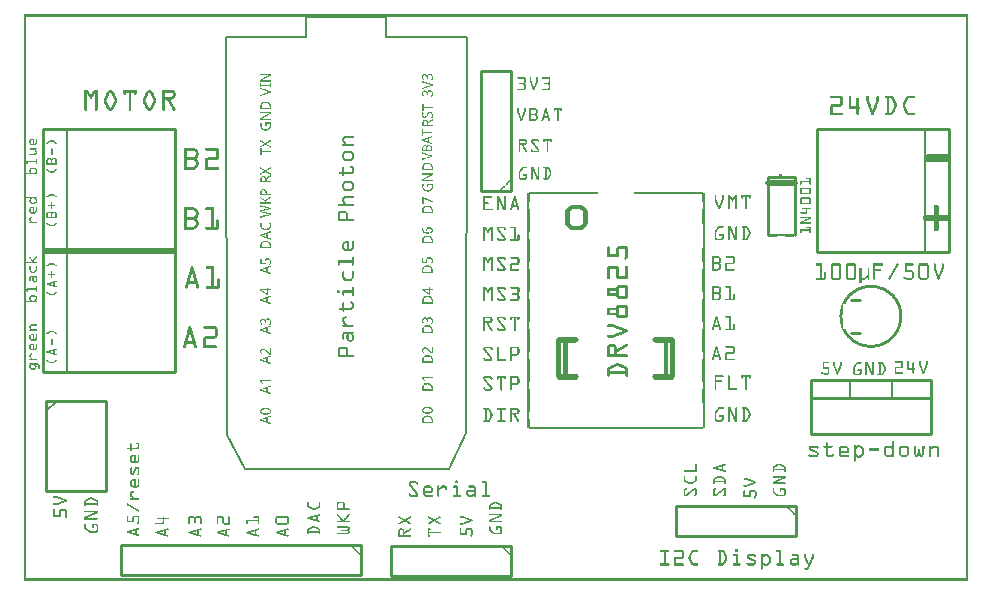
<source format=gto>
G04 MADE WITH FRITZING*
G04 WWW.FRITZING.ORG*
G04 DOUBLE SIDED*
G04 HOLES PLATED*
G04 CONTOUR ON CENTER OF CONTOUR VECTOR*
%ASAXBY*%
%FSLAX23Y23*%
%MOIN*%
%OFA0B0*%
%SFA1.0B1.0*%
%ADD10C,0.010000*%
%ADD11C,0.005000*%
%ADD12C,0.020000*%
%ADD13C,0.006945*%
%ADD14C,0.011000*%
%ADD15R,0.001000X0.001000*%
%LNSILK1*%
G90*
G70*
G54D10*
X2625Y672D02*
X3025Y672D01*
D02*
X3025Y672D02*
X3025Y492D01*
D02*
X3025Y492D02*
X2625Y492D01*
D02*
X2625Y492D02*
X2625Y672D01*
D02*
X2625Y672D02*
X3025Y672D01*
D02*
X3025Y672D02*
X3025Y612D01*
D02*
X3025Y612D02*
X2625Y612D01*
D02*
X2625Y612D02*
X2625Y672D01*
G54D11*
D02*
X2755Y672D02*
X2755Y612D01*
D02*
X2895Y672D02*
X2895Y612D01*
G54D10*
D02*
X1625Y1302D02*
X1625Y1702D01*
D02*
X1625Y1702D02*
X1525Y1702D01*
D02*
X1525Y1702D02*
X1525Y1302D01*
D02*
X1525Y1302D02*
X1625Y1302D01*
D02*
X75Y602D02*
X75Y302D01*
D02*
X75Y302D02*
X275Y302D01*
D02*
X275Y302D02*
X275Y602D01*
D02*
X275Y602D02*
X75Y602D01*
G54D11*
D02*
X75Y567D02*
X110Y602D01*
G54D10*
D02*
X2570Y1348D02*
X2570Y1153D01*
D02*
X2480Y1153D02*
X2480Y1348D01*
D02*
X2480Y1348D02*
X2570Y1348D01*
G54D12*
D02*
X2480Y1328D02*
X2570Y1328D01*
G54D10*
D02*
X505Y697D02*
X505Y1107D01*
D02*
X505Y1107D02*
X65Y1107D01*
D02*
X65Y1107D02*
X65Y697D01*
D02*
X65Y697D02*
X505Y697D01*
G54D11*
D02*
X145Y1107D02*
X145Y697D01*
G54D10*
D02*
X505Y1097D02*
X505Y1507D01*
D02*
X505Y1507D02*
X65Y1507D01*
D02*
X65Y1507D02*
X65Y1097D01*
D02*
X65Y1097D02*
X505Y1097D01*
G54D11*
D02*
X145Y1507D02*
X145Y1097D01*
G54D10*
D02*
X2575Y252D02*
X2175Y252D01*
D02*
X2175Y252D02*
X2175Y152D01*
D02*
X2175Y152D02*
X2575Y152D01*
D02*
X2575Y152D02*
X2575Y252D01*
D02*
X2645Y1507D02*
X2645Y1097D01*
D02*
X2645Y1097D02*
X3085Y1097D01*
D02*
X3085Y1097D02*
X3085Y1507D01*
D02*
X3085Y1507D02*
X2645Y1507D01*
G54D11*
D02*
X3005Y1097D02*
X3005Y1507D01*
G54D10*
D02*
X1125Y120D02*
X325Y120D01*
D02*
X325Y120D02*
X325Y20D01*
D02*
X325Y20D02*
X1125Y20D01*
D02*
X1125Y20D02*
X1125Y120D01*
D02*
X1625Y119D02*
X1225Y119D01*
D02*
X1225Y119D02*
X1225Y19D01*
D02*
X1225Y19D02*
X1625Y19D01*
D02*
X1625Y19D02*
X1625Y119D01*
G54D13*
X675Y1813D02*
X942Y1813D01*
X942Y1881D01*
X1208Y1882D01*
X1208Y1813D01*
X1476Y1813D01*
X1475Y493D01*
X1416Y373D01*
X736Y373D01*
X677Y489D01*
X675Y1813D01*
D02*
G54D14*
X2759Y938D02*
X2789Y938D01*
D02*
X2759Y828D02*
X2789Y828D01*
D02*
G54D15*
X0Y1890D02*
X3148Y1890D01*
X0Y1889D02*
X3148Y1889D01*
X0Y1888D02*
X3148Y1888D01*
X0Y1887D02*
X3148Y1887D01*
X0Y1886D02*
X3148Y1886D01*
X0Y1885D02*
X3148Y1885D01*
X0Y1884D02*
X3148Y1884D01*
X0Y1883D02*
X3148Y1883D01*
X0Y1882D02*
X7Y1882D01*
X3141Y1882D02*
X3148Y1882D01*
X0Y1881D02*
X7Y1881D01*
X3141Y1881D02*
X3148Y1881D01*
X0Y1880D02*
X7Y1880D01*
X3141Y1880D02*
X3148Y1880D01*
X0Y1879D02*
X7Y1879D01*
X3141Y1879D02*
X3148Y1879D01*
X0Y1878D02*
X7Y1878D01*
X3141Y1878D02*
X3148Y1878D01*
X0Y1877D02*
X7Y1877D01*
X3141Y1877D02*
X3148Y1877D01*
X0Y1876D02*
X7Y1876D01*
X3141Y1876D02*
X3148Y1876D01*
X0Y1875D02*
X7Y1875D01*
X3141Y1875D02*
X3148Y1875D01*
X0Y1874D02*
X7Y1874D01*
X3141Y1874D02*
X3148Y1874D01*
X0Y1873D02*
X7Y1873D01*
X3141Y1873D02*
X3148Y1873D01*
X0Y1872D02*
X7Y1872D01*
X3141Y1872D02*
X3148Y1872D01*
X0Y1871D02*
X7Y1871D01*
X3141Y1871D02*
X3148Y1871D01*
X0Y1870D02*
X7Y1870D01*
X3141Y1870D02*
X3148Y1870D01*
X0Y1869D02*
X7Y1869D01*
X3141Y1869D02*
X3148Y1869D01*
X0Y1868D02*
X7Y1868D01*
X3141Y1868D02*
X3148Y1868D01*
X0Y1867D02*
X7Y1867D01*
X3141Y1867D02*
X3148Y1867D01*
X0Y1866D02*
X7Y1866D01*
X3141Y1866D02*
X3148Y1866D01*
X0Y1865D02*
X7Y1865D01*
X3141Y1865D02*
X3148Y1865D01*
X0Y1864D02*
X7Y1864D01*
X3141Y1864D02*
X3148Y1864D01*
X0Y1863D02*
X7Y1863D01*
X3141Y1863D02*
X3148Y1863D01*
X0Y1862D02*
X7Y1862D01*
X3141Y1862D02*
X3148Y1862D01*
X0Y1861D02*
X7Y1861D01*
X3141Y1861D02*
X3148Y1861D01*
X0Y1860D02*
X7Y1860D01*
X3141Y1860D02*
X3148Y1860D01*
X0Y1859D02*
X7Y1859D01*
X3141Y1859D02*
X3148Y1859D01*
X0Y1858D02*
X7Y1858D01*
X3141Y1858D02*
X3148Y1858D01*
X0Y1857D02*
X7Y1857D01*
X3141Y1857D02*
X3148Y1857D01*
X0Y1856D02*
X7Y1856D01*
X3141Y1856D02*
X3148Y1856D01*
X0Y1855D02*
X7Y1855D01*
X3141Y1855D02*
X3148Y1855D01*
X0Y1854D02*
X7Y1854D01*
X3141Y1854D02*
X3148Y1854D01*
X0Y1853D02*
X7Y1853D01*
X3141Y1853D02*
X3148Y1853D01*
X0Y1852D02*
X7Y1852D01*
X3141Y1852D02*
X3148Y1852D01*
X0Y1851D02*
X7Y1851D01*
X3141Y1851D02*
X3148Y1851D01*
X0Y1850D02*
X7Y1850D01*
X3141Y1850D02*
X3148Y1850D01*
X0Y1849D02*
X7Y1849D01*
X3141Y1849D02*
X3148Y1849D01*
X0Y1848D02*
X7Y1848D01*
X3141Y1848D02*
X3148Y1848D01*
X0Y1847D02*
X7Y1847D01*
X3141Y1847D02*
X3148Y1847D01*
X0Y1846D02*
X7Y1846D01*
X3141Y1846D02*
X3148Y1846D01*
X0Y1845D02*
X7Y1845D01*
X3141Y1845D02*
X3148Y1845D01*
X0Y1844D02*
X7Y1844D01*
X3141Y1844D02*
X3148Y1844D01*
X0Y1843D02*
X7Y1843D01*
X3141Y1843D02*
X3148Y1843D01*
X0Y1842D02*
X7Y1842D01*
X3141Y1842D02*
X3148Y1842D01*
X0Y1841D02*
X7Y1841D01*
X3141Y1841D02*
X3148Y1841D01*
X0Y1840D02*
X7Y1840D01*
X3141Y1840D02*
X3148Y1840D01*
X0Y1839D02*
X7Y1839D01*
X3141Y1839D02*
X3148Y1839D01*
X0Y1838D02*
X7Y1838D01*
X3141Y1838D02*
X3148Y1838D01*
X0Y1837D02*
X7Y1837D01*
X3141Y1837D02*
X3148Y1837D01*
X0Y1836D02*
X7Y1836D01*
X3141Y1836D02*
X3148Y1836D01*
X0Y1835D02*
X7Y1835D01*
X3141Y1835D02*
X3148Y1835D01*
X0Y1834D02*
X7Y1834D01*
X3141Y1834D02*
X3148Y1834D01*
X0Y1833D02*
X7Y1833D01*
X3141Y1833D02*
X3148Y1833D01*
X0Y1832D02*
X7Y1832D01*
X3141Y1832D02*
X3148Y1832D01*
X0Y1831D02*
X7Y1831D01*
X3141Y1831D02*
X3148Y1831D01*
X0Y1830D02*
X7Y1830D01*
X3141Y1830D02*
X3148Y1830D01*
X0Y1829D02*
X7Y1829D01*
X3141Y1829D02*
X3148Y1829D01*
X0Y1828D02*
X7Y1828D01*
X3141Y1828D02*
X3148Y1828D01*
X0Y1827D02*
X7Y1827D01*
X3141Y1827D02*
X3148Y1827D01*
X0Y1826D02*
X7Y1826D01*
X3141Y1826D02*
X3148Y1826D01*
X0Y1825D02*
X7Y1825D01*
X3141Y1825D02*
X3148Y1825D01*
X0Y1824D02*
X7Y1824D01*
X3141Y1824D02*
X3148Y1824D01*
X0Y1823D02*
X7Y1823D01*
X3141Y1823D02*
X3148Y1823D01*
X0Y1822D02*
X7Y1822D01*
X3141Y1822D02*
X3148Y1822D01*
X0Y1821D02*
X7Y1821D01*
X3141Y1821D02*
X3148Y1821D01*
X0Y1820D02*
X7Y1820D01*
X3141Y1820D02*
X3148Y1820D01*
X0Y1819D02*
X7Y1819D01*
X3141Y1819D02*
X3148Y1819D01*
X0Y1818D02*
X7Y1818D01*
X3141Y1818D02*
X3148Y1818D01*
X0Y1817D02*
X7Y1817D01*
X3141Y1817D02*
X3148Y1817D01*
X0Y1816D02*
X7Y1816D01*
X3141Y1816D02*
X3148Y1816D01*
X0Y1815D02*
X7Y1815D01*
X3141Y1815D02*
X3148Y1815D01*
X0Y1814D02*
X7Y1814D01*
X3141Y1814D02*
X3148Y1814D01*
X0Y1813D02*
X7Y1813D01*
X3141Y1813D02*
X3148Y1813D01*
X0Y1812D02*
X7Y1812D01*
X3141Y1812D02*
X3148Y1812D01*
X0Y1811D02*
X7Y1811D01*
X3141Y1811D02*
X3148Y1811D01*
X0Y1810D02*
X7Y1810D01*
X3141Y1810D02*
X3148Y1810D01*
X0Y1809D02*
X7Y1809D01*
X3141Y1809D02*
X3148Y1809D01*
X0Y1808D02*
X7Y1808D01*
X3141Y1808D02*
X3148Y1808D01*
X0Y1807D02*
X7Y1807D01*
X3141Y1807D02*
X3148Y1807D01*
X0Y1806D02*
X7Y1806D01*
X3141Y1806D02*
X3148Y1806D01*
X0Y1805D02*
X7Y1805D01*
X3141Y1805D02*
X3148Y1805D01*
X0Y1804D02*
X7Y1804D01*
X3141Y1804D02*
X3148Y1804D01*
X0Y1803D02*
X7Y1803D01*
X3141Y1803D02*
X3148Y1803D01*
X0Y1802D02*
X7Y1802D01*
X3141Y1802D02*
X3148Y1802D01*
X0Y1801D02*
X7Y1801D01*
X3141Y1801D02*
X3148Y1801D01*
X0Y1800D02*
X7Y1800D01*
X3141Y1800D02*
X3148Y1800D01*
X0Y1799D02*
X7Y1799D01*
X3141Y1799D02*
X3148Y1799D01*
X0Y1798D02*
X7Y1798D01*
X3141Y1798D02*
X3148Y1798D01*
X0Y1797D02*
X7Y1797D01*
X3141Y1797D02*
X3148Y1797D01*
X0Y1796D02*
X7Y1796D01*
X3141Y1796D02*
X3148Y1796D01*
X0Y1795D02*
X7Y1795D01*
X3141Y1795D02*
X3148Y1795D01*
X0Y1794D02*
X7Y1794D01*
X3141Y1794D02*
X3148Y1794D01*
X0Y1793D02*
X7Y1793D01*
X3141Y1793D02*
X3148Y1793D01*
X0Y1792D02*
X7Y1792D01*
X3141Y1792D02*
X3148Y1792D01*
X0Y1791D02*
X7Y1791D01*
X3141Y1791D02*
X3148Y1791D01*
X0Y1790D02*
X7Y1790D01*
X3141Y1790D02*
X3148Y1790D01*
X0Y1789D02*
X7Y1789D01*
X3141Y1789D02*
X3148Y1789D01*
X0Y1788D02*
X7Y1788D01*
X3141Y1788D02*
X3148Y1788D01*
X0Y1787D02*
X7Y1787D01*
X3141Y1787D02*
X3148Y1787D01*
X0Y1786D02*
X7Y1786D01*
X3141Y1786D02*
X3148Y1786D01*
X0Y1785D02*
X7Y1785D01*
X3141Y1785D02*
X3148Y1785D01*
X0Y1784D02*
X7Y1784D01*
X3141Y1784D02*
X3148Y1784D01*
X0Y1783D02*
X7Y1783D01*
X3141Y1783D02*
X3148Y1783D01*
X0Y1782D02*
X7Y1782D01*
X3141Y1782D02*
X3148Y1782D01*
X0Y1781D02*
X7Y1781D01*
X3141Y1781D02*
X3148Y1781D01*
X0Y1780D02*
X7Y1780D01*
X3141Y1780D02*
X3148Y1780D01*
X0Y1779D02*
X7Y1779D01*
X3141Y1779D02*
X3148Y1779D01*
X0Y1778D02*
X7Y1778D01*
X3141Y1778D02*
X3148Y1778D01*
X0Y1777D02*
X7Y1777D01*
X3141Y1777D02*
X3148Y1777D01*
X0Y1776D02*
X7Y1776D01*
X3141Y1776D02*
X3148Y1776D01*
X0Y1775D02*
X7Y1775D01*
X3141Y1775D02*
X3148Y1775D01*
X0Y1774D02*
X7Y1774D01*
X3141Y1774D02*
X3148Y1774D01*
X0Y1773D02*
X7Y1773D01*
X3141Y1773D02*
X3148Y1773D01*
X0Y1772D02*
X7Y1772D01*
X3141Y1772D02*
X3148Y1772D01*
X0Y1771D02*
X7Y1771D01*
X3141Y1771D02*
X3148Y1771D01*
X0Y1770D02*
X7Y1770D01*
X3141Y1770D02*
X3148Y1770D01*
X0Y1769D02*
X7Y1769D01*
X3141Y1769D02*
X3148Y1769D01*
X0Y1768D02*
X7Y1768D01*
X3141Y1768D02*
X3148Y1768D01*
X0Y1767D02*
X7Y1767D01*
X3141Y1767D02*
X3148Y1767D01*
X0Y1766D02*
X7Y1766D01*
X3141Y1766D02*
X3148Y1766D01*
X0Y1765D02*
X7Y1765D01*
X3141Y1765D02*
X3148Y1765D01*
X0Y1764D02*
X7Y1764D01*
X3141Y1764D02*
X3148Y1764D01*
X0Y1763D02*
X7Y1763D01*
X3141Y1763D02*
X3148Y1763D01*
X0Y1762D02*
X7Y1762D01*
X3141Y1762D02*
X3148Y1762D01*
X0Y1761D02*
X7Y1761D01*
X3141Y1761D02*
X3148Y1761D01*
X0Y1760D02*
X7Y1760D01*
X3141Y1760D02*
X3148Y1760D01*
X0Y1759D02*
X7Y1759D01*
X3141Y1759D02*
X3148Y1759D01*
X0Y1758D02*
X7Y1758D01*
X3141Y1758D02*
X3148Y1758D01*
X0Y1757D02*
X7Y1757D01*
X3141Y1757D02*
X3148Y1757D01*
X0Y1756D02*
X7Y1756D01*
X3141Y1756D02*
X3148Y1756D01*
X0Y1755D02*
X7Y1755D01*
X3141Y1755D02*
X3148Y1755D01*
X0Y1754D02*
X7Y1754D01*
X3141Y1754D02*
X3148Y1754D01*
X0Y1753D02*
X7Y1753D01*
X3141Y1753D02*
X3148Y1753D01*
X0Y1752D02*
X7Y1752D01*
X3141Y1752D02*
X3148Y1752D01*
X0Y1751D02*
X7Y1751D01*
X3141Y1751D02*
X3148Y1751D01*
X0Y1750D02*
X7Y1750D01*
X3141Y1750D02*
X3148Y1750D01*
X0Y1749D02*
X7Y1749D01*
X3141Y1749D02*
X3148Y1749D01*
X0Y1748D02*
X7Y1748D01*
X3141Y1748D02*
X3148Y1748D01*
X0Y1747D02*
X7Y1747D01*
X3141Y1747D02*
X3148Y1747D01*
X0Y1746D02*
X7Y1746D01*
X3141Y1746D02*
X3148Y1746D01*
X0Y1745D02*
X7Y1745D01*
X3141Y1745D02*
X3148Y1745D01*
X0Y1744D02*
X7Y1744D01*
X3141Y1744D02*
X3148Y1744D01*
X0Y1743D02*
X7Y1743D01*
X3141Y1743D02*
X3148Y1743D01*
X0Y1742D02*
X7Y1742D01*
X3141Y1742D02*
X3148Y1742D01*
X0Y1741D02*
X7Y1741D01*
X3141Y1741D02*
X3148Y1741D01*
X0Y1740D02*
X7Y1740D01*
X3141Y1740D02*
X3148Y1740D01*
X0Y1739D02*
X7Y1739D01*
X3141Y1739D02*
X3148Y1739D01*
X0Y1738D02*
X7Y1738D01*
X3141Y1738D02*
X3148Y1738D01*
X0Y1737D02*
X7Y1737D01*
X3141Y1737D02*
X3148Y1737D01*
X0Y1736D02*
X7Y1736D01*
X3141Y1736D02*
X3148Y1736D01*
X0Y1735D02*
X7Y1735D01*
X3141Y1735D02*
X3148Y1735D01*
X0Y1734D02*
X7Y1734D01*
X3141Y1734D02*
X3148Y1734D01*
X0Y1733D02*
X7Y1733D01*
X3141Y1733D02*
X3148Y1733D01*
X0Y1732D02*
X7Y1732D01*
X3141Y1732D02*
X3148Y1732D01*
X0Y1731D02*
X7Y1731D01*
X3141Y1731D02*
X3148Y1731D01*
X0Y1730D02*
X7Y1730D01*
X3141Y1730D02*
X3148Y1730D01*
X0Y1729D02*
X7Y1729D01*
X3141Y1729D02*
X3148Y1729D01*
X0Y1728D02*
X7Y1728D01*
X3141Y1728D02*
X3148Y1728D01*
X0Y1727D02*
X7Y1727D01*
X3141Y1727D02*
X3148Y1727D01*
X0Y1726D02*
X7Y1726D01*
X3141Y1726D02*
X3148Y1726D01*
X0Y1725D02*
X7Y1725D01*
X3141Y1725D02*
X3148Y1725D01*
X0Y1724D02*
X7Y1724D01*
X3141Y1724D02*
X3148Y1724D01*
X0Y1723D02*
X7Y1723D01*
X3141Y1723D02*
X3148Y1723D01*
X0Y1722D02*
X7Y1722D01*
X3141Y1722D02*
X3148Y1722D01*
X0Y1721D02*
X7Y1721D01*
X3141Y1721D02*
X3148Y1721D01*
X0Y1720D02*
X7Y1720D01*
X3141Y1720D02*
X3148Y1720D01*
X0Y1719D02*
X7Y1719D01*
X3141Y1719D02*
X3148Y1719D01*
X0Y1718D02*
X7Y1718D01*
X3141Y1718D02*
X3148Y1718D01*
X0Y1717D02*
X7Y1717D01*
X3141Y1717D02*
X3148Y1717D01*
X0Y1716D02*
X7Y1716D01*
X3141Y1716D02*
X3148Y1716D01*
X0Y1715D02*
X7Y1715D01*
X3141Y1715D02*
X3148Y1715D01*
X0Y1714D02*
X7Y1714D01*
X3141Y1714D02*
X3148Y1714D01*
X0Y1713D02*
X7Y1713D01*
X3141Y1713D02*
X3148Y1713D01*
X0Y1712D02*
X7Y1712D01*
X3141Y1712D02*
X3148Y1712D01*
X0Y1711D02*
X7Y1711D01*
X3141Y1711D02*
X3148Y1711D01*
X0Y1710D02*
X7Y1710D01*
X3141Y1710D02*
X3148Y1710D01*
X0Y1709D02*
X7Y1709D01*
X3141Y1709D02*
X3148Y1709D01*
X0Y1708D02*
X7Y1708D01*
X3141Y1708D02*
X3148Y1708D01*
X0Y1707D02*
X7Y1707D01*
X3141Y1707D02*
X3148Y1707D01*
X0Y1706D02*
X7Y1706D01*
X3141Y1706D02*
X3148Y1706D01*
X0Y1705D02*
X7Y1705D01*
X3141Y1705D02*
X3148Y1705D01*
X0Y1704D02*
X7Y1704D01*
X3141Y1704D02*
X3148Y1704D01*
X0Y1703D02*
X7Y1703D01*
X3141Y1703D02*
X3148Y1703D01*
X0Y1702D02*
X7Y1702D01*
X3141Y1702D02*
X3148Y1702D01*
X0Y1701D02*
X7Y1701D01*
X3141Y1701D02*
X3148Y1701D01*
X0Y1700D02*
X7Y1700D01*
X3141Y1700D02*
X3148Y1700D01*
X0Y1699D02*
X7Y1699D01*
X3141Y1699D02*
X3148Y1699D01*
X0Y1698D02*
X7Y1698D01*
X3141Y1698D02*
X3148Y1698D01*
X0Y1697D02*
X7Y1697D01*
X3141Y1697D02*
X3148Y1697D01*
X0Y1696D02*
X7Y1696D01*
X3141Y1696D02*
X3148Y1696D01*
X0Y1695D02*
X7Y1695D01*
X3141Y1695D02*
X3148Y1695D01*
X0Y1694D02*
X7Y1694D01*
X3141Y1694D02*
X3148Y1694D01*
X0Y1693D02*
X7Y1693D01*
X3141Y1693D02*
X3148Y1693D01*
X0Y1692D02*
X7Y1692D01*
X3141Y1692D02*
X3148Y1692D01*
X0Y1691D02*
X7Y1691D01*
X789Y1691D02*
X823Y1691D01*
X1350Y1691D02*
X1356Y1691D01*
X3141Y1691D02*
X3148Y1691D01*
X0Y1690D02*
X7Y1690D01*
X789Y1690D02*
X823Y1690D01*
X1334Y1690D02*
X1338Y1690D01*
X1348Y1690D02*
X1358Y1690D01*
X3141Y1690D02*
X3148Y1690D01*
X0Y1689D02*
X7Y1689D01*
X789Y1689D02*
X823Y1689D01*
X1332Y1689D02*
X1341Y1689D01*
X1347Y1689D02*
X1359Y1689D01*
X3141Y1689D02*
X3148Y1689D01*
X0Y1688D02*
X7Y1688D01*
X789Y1688D02*
X823Y1688D01*
X1331Y1688D02*
X1342Y1688D01*
X1347Y1688D02*
X1360Y1688D01*
X3141Y1688D02*
X3148Y1688D01*
X0Y1687D02*
X7Y1687D01*
X817Y1687D02*
X823Y1687D01*
X1330Y1687D02*
X1342Y1687D01*
X1346Y1687D02*
X1350Y1687D01*
X1355Y1687D02*
X1361Y1687D01*
X3141Y1687D02*
X3148Y1687D01*
X0Y1686D02*
X7Y1686D01*
X815Y1686D02*
X822Y1686D01*
X1329Y1686D02*
X1334Y1686D01*
X1339Y1686D02*
X1343Y1686D01*
X1346Y1686D02*
X1348Y1686D01*
X1358Y1686D02*
X1361Y1686D01*
X3141Y1686D02*
X3148Y1686D01*
X0Y1685D02*
X7Y1685D01*
X813Y1685D02*
X820Y1685D01*
X1329Y1685D02*
X1332Y1685D01*
X1341Y1685D02*
X1343Y1685D01*
X1346Y1685D02*
X1348Y1685D01*
X1359Y1685D02*
X1362Y1685D01*
X3141Y1685D02*
X3148Y1685D01*
X0Y1684D02*
X7Y1684D01*
X811Y1684D02*
X818Y1684D01*
X1329Y1684D02*
X1332Y1684D01*
X1341Y1684D02*
X1347Y1684D01*
X1359Y1684D02*
X1362Y1684D01*
X3141Y1684D02*
X3148Y1684D01*
X0Y1683D02*
X7Y1683D01*
X809Y1683D02*
X816Y1683D01*
X1328Y1683D02*
X1331Y1683D01*
X1342Y1683D02*
X1347Y1683D01*
X1360Y1683D02*
X1362Y1683D01*
X3141Y1683D02*
X3148Y1683D01*
X0Y1682D02*
X7Y1682D01*
X808Y1682D02*
X814Y1682D01*
X1328Y1682D02*
X1331Y1682D01*
X1343Y1682D02*
X1347Y1682D01*
X1360Y1682D02*
X1362Y1682D01*
X3141Y1682D02*
X3148Y1682D01*
X0Y1681D02*
X7Y1681D01*
X806Y1681D02*
X813Y1681D01*
X1328Y1681D02*
X1331Y1681D01*
X1343Y1681D02*
X1346Y1681D01*
X1360Y1681D02*
X1363Y1681D01*
X3141Y1681D02*
X3148Y1681D01*
X0Y1680D02*
X7Y1680D01*
X804Y1680D02*
X811Y1680D01*
X1328Y1680D02*
X1331Y1680D01*
X1344Y1680D02*
X1346Y1680D01*
X1360Y1680D02*
X1363Y1680D01*
X1647Y1680D02*
X1670Y1680D01*
X1688Y1680D02*
X1690Y1680D01*
X1710Y1680D02*
X1713Y1680D01*
X1728Y1680D02*
X1751Y1680D01*
X3141Y1680D02*
X3148Y1680D01*
X0Y1679D02*
X7Y1679D01*
X802Y1679D02*
X809Y1679D01*
X1328Y1679D02*
X1331Y1679D01*
X1344Y1679D02*
X1346Y1679D01*
X1360Y1679D02*
X1363Y1679D01*
X1646Y1679D02*
X1671Y1679D01*
X1687Y1679D02*
X1691Y1679D01*
X1709Y1679D02*
X1713Y1679D01*
X1727Y1679D02*
X1753Y1679D01*
X3141Y1679D02*
X3148Y1679D01*
X0Y1678D02*
X7Y1678D01*
X800Y1678D02*
X807Y1678D01*
X1328Y1678D02*
X1331Y1678D01*
X1344Y1678D02*
X1346Y1678D01*
X1360Y1678D02*
X1363Y1678D01*
X1646Y1678D02*
X1672Y1678D01*
X1687Y1678D02*
X1691Y1678D01*
X1709Y1678D02*
X1714Y1678D01*
X1727Y1678D02*
X1753Y1678D01*
X3141Y1678D02*
X3148Y1678D01*
X0Y1677D02*
X7Y1677D01*
X798Y1677D02*
X805Y1677D01*
X1328Y1677D02*
X1331Y1677D01*
X1344Y1677D02*
X1346Y1677D01*
X1360Y1677D02*
X1363Y1677D01*
X1646Y1677D02*
X1673Y1677D01*
X1687Y1677D02*
X1691Y1677D01*
X1709Y1677D02*
X1714Y1677D01*
X1727Y1677D02*
X1754Y1677D01*
X3141Y1677D02*
X3148Y1677D01*
X0Y1676D02*
X7Y1676D01*
X797Y1676D02*
X803Y1676D01*
X1329Y1676D02*
X1331Y1676D01*
X1344Y1676D02*
X1346Y1676D01*
X1360Y1676D02*
X1363Y1676D01*
X1647Y1676D02*
X1673Y1676D01*
X1687Y1676D02*
X1691Y1676D01*
X1709Y1676D02*
X1714Y1676D01*
X1728Y1676D02*
X1754Y1676D01*
X3141Y1676D02*
X3148Y1676D01*
X0Y1675D02*
X7Y1675D01*
X795Y1675D02*
X802Y1675D01*
X1329Y1675D02*
X1332Y1675D01*
X1344Y1675D02*
X1346Y1675D01*
X1360Y1675D02*
X1363Y1675D01*
X1668Y1675D02*
X1673Y1675D01*
X1687Y1675D02*
X1691Y1675D01*
X1709Y1675D02*
X1714Y1675D01*
X1749Y1675D02*
X1754Y1675D01*
X3141Y1675D02*
X3148Y1675D01*
X0Y1674D02*
X7Y1674D01*
X793Y1674D02*
X800Y1674D01*
X1329Y1674D02*
X1332Y1674D01*
X1359Y1674D02*
X1363Y1674D01*
X1668Y1674D02*
X1673Y1674D01*
X1687Y1674D02*
X1691Y1674D01*
X1709Y1674D02*
X1714Y1674D01*
X1750Y1674D02*
X1754Y1674D01*
X3141Y1674D02*
X3148Y1674D01*
X0Y1673D02*
X7Y1673D01*
X791Y1673D02*
X798Y1673D01*
X1330Y1673D02*
X1333Y1673D01*
X1359Y1673D02*
X1362Y1673D01*
X1668Y1673D02*
X1673Y1673D01*
X1687Y1673D02*
X1691Y1673D01*
X1709Y1673D02*
X1714Y1673D01*
X1750Y1673D02*
X1754Y1673D01*
X3141Y1673D02*
X3148Y1673D01*
X0Y1672D02*
X7Y1672D01*
X789Y1672D02*
X796Y1672D01*
X1330Y1672D02*
X1333Y1672D01*
X1359Y1672D02*
X1362Y1672D01*
X1668Y1672D02*
X1673Y1672D01*
X1687Y1672D02*
X1691Y1672D01*
X1709Y1672D02*
X1714Y1672D01*
X1750Y1672D02*
X1754Y1672D01*
X3141Y1672D02*
X3148Y1672D01*
X0Y1671D02*
X7Y1671D01*
X789Y1671D02*
X794Y1671D01*
X1331Y1671D02*
X1333Y1671D01*
X1358Y1671D02*
X1361Y1671D01*
X1668Y1671D02*
X1673Y1671D01*
X1687Y1671D02*
X1691Y1671D01*
X1709Y1671D02*
X1714Y1671D01*
X1750Y1671D02*
X1754Y1671D01*
X3141Y1671D02*
X3148Y1671D01*
X0Y1670D02*
X7Y1670D01*
X789Y1670D02*
X794Y1670D01*
X796Y1670D02*
X823Y1670D01*
X1358Y1670D02*
X1361Y1670D01*
X1668Y1670D02*
X1673Y1670D01*
X1687Y1670D02*
X1691Y1670D01*
X1709Y1670D02*
X1714Y1670D01*
X1750Y1670D02*
X1754Y1670D01*
X3141Y1670D02*
X3148Y1670D01*
X0Y1669D02*
X7Y1669D01*
X789Y1669D02*
X823Y1669D01*
X1668Y1669D02*
X1673Y1669D01*
X1687Y1669D02*
X1691Y1669D01*
X1709Y1669D02*
X1714Y1669D01*
X1750Y1669D02*
X1754Y1669D01*
X3141Y1669D02*
X3148Y1669D01*
X0Y1668D02*
X7Y1668D01*
X789Y1668D02*
X823Y1668D01*
X1668Y1668D02*
X1673Y1668D01*
X1687Y1668D02*
X1692Y1668D01*
X1709Y1668D02*
X1714Y1668D01*
X1750Y1668D02*
X1754Y1668D01*
X3141Y1668D02*
X3148Y1668D01*
X0Y1667D02*
X7Y1667D01*
X789Y1667D02*
X823Y1667D01*
X1329Y1667D02*
X1330Y1667D01*
X1668Y1667D02*
X1673Y1667D01*
X1687Y1667D02*
X1692Y1667D01*
X1708Y1667D02*
X1713Y1667D01*
X1750Y1667D02*
X1754Y1667D01*
X3141Y1667D02*
X3148Y1667D01*
X0Y1666D02*
X7Y1666D01*
X789Y1666D02*
X823Y1666D01*
X1329Y1666D02*
X1333Y1666D01*
X1668Y1666D02*
X1673Y1666D01*
X1687Y1666D02*
X1692Y1666D01*
X1708Y1666D02*
X1713Y1666D01*
X1750Y1666D02*
X1754Y1666D01*
X3141Y1666D02*
X3148Y1666D01*
X0Y1665D02*
X7Y1665D01*
X1329Y1665D02*
X1336Y1665D01*
X1668Y1665D02*
X1673Y1665D01*
X1688Y1665D02*
X1693Y1665D01*
X1707Y1665D02*
X1712Y1665D01*
X1750Y1665D02*
X1754Y1665D01*
X3141Y1665D02*
X3148Y1665D01*
X0Y1664D02*
X7Y1664D01*
X1329Y1664D02*
X1339Y1664D01*
X1668Y1664D02*
X1673Y1664D01*
X1688Y1664D02*
X1693Y1664D01*
X1707Y1664D02*
X1712Y1664D01*
X1749Y1664D02*
X1754Y1664D01*
X3141Y1664D02*
X3148Y1664D01*
X0Y1663D02*
X7Y1663D01*
X1329Y1663D02*
X1343Y1663D01*
X1668Y1663D02*
X1673Y1663D01*
X1689Y1663D02*
X1694Y1663D01*
X1707Y1663D02*
X1712Y1663D01*
X1749Y1663D02*
X1754Y1663D01*
X3141Y1663D02*
X3148Y1663D01*
X0Y1662D02*
X7Y1662D01*
X1331Y1662D02*
X1346Y1662D01*
X1666Y1662D02*
X1673Y1662D01*
X1689Y1662D02*
X1694Y1662D01*
X1706Y1662D02*
X1711Y1662D01*
X1747Y1662D02*
X1754Y1662D01*
X3141Y1662D02*
X3148Y1662D01*
X0Y1661D02*
X7Y1661D01*
X1335Y1661D02*
X1349Y1661D01*
X1653Y1661D02*
X1672Y1661D01*
X1689Y1661D02*
X1694Y1661D01*
X1706Y1661D02*
X1711Y1661D01*
X1734Y1661D02*
X1753Y1661D01*
X3141Y1661D02*
X3148Y1661D01*
X0Y1660D02*
X7Y1660D01*
X1338Y1660D02*
X1352Y1660D01*
X1652Y1660D02*
X1672Y1660D01*
X1690Y1660D02*
X1695Y1660D01*
X1705Y1660D02*
X1711Y1660D01*
X1733Y1660D02*
X1753Y1660D01*
X3141Y1660D02*
X3148Y1660D01*
X0Y1659D02*
X7Y1659D01*
X789Y1659D02*
X791Y1659D01*
X821Y1659D02*
X823Y1659D01*
X1342Y1659D02*
X1355Y1659D01*
X1652Y1659D02*
X1671Y1659D01*
X1690Y1659D02*
X1695Y1659D01*
X1705Y1659D02*
X1710Y1659D01*
X1733Y1659D02*
X1752Y1659D01*
X3141Y1659D02*
X3148Y1659D01*
X0Y1658D02*
X7Y1658D01*
X789Y1658D02*
X791Y1658D01*
X820Y1658D02*
X823Y1658D01*
X1346Y1658D02*
X1358Y1658D01*
X1652Y1658D02*
X1672Y1658D01*
X1690Y1658D02*
X1696Y1658D01*
X1705Y1658D02*
X1710Y1658D01*
X1733Y1658D02*
X1753Y1658D01*
X3141Y1658D02*
X3148Y1658D01*
X0Y1657D02*
X7Y1657D01*
X789Y1657D02*
X791Y1657D01*
X820Y1657D02*
X823Y1657D01*
X1349Y1657D02*
X1362Y1657D01*
X1652Y1657D02*
X1672Y1657D01*
X1691Y1657D02*
X1696Y1657D01*
X1704Y1657D02*
X1709Y1657D01*
X1734Y1657D02*
X1753Y1657D01*
X3141Y1657D02*
X3148Y1657D01*
X0Y1656D02*
X7Y1656D01*
X789Y1656D02*
X791Y1656D01*
X820Y1656D02*
X823Y1656D01*
X1352Y1656D02*
X1363Y1656D01*
X1666Y1656D02*
X1673Y1656D01*
X1691Y1656D02*
X1696Y1656D01*
X1704Y1656D02*
X1709Y1656D01*
X1747Y1656D02*
X1754Y1656D01*
X3141Y1656D02*
X3148Y1656D01*
X0Y1655D02*
X7Y1655D01*
X789Y1655D02*
X823Y1655D01*
X1354Y1655D02*
X1363Y1655D01*
X1668Y1655D02*
X1673Y1655D01*
X1692Y1655D02*
X1697Y1655D01*
X1703Y1655D02*
X1709Y1655D01*
X1749Y1655D02*
X1754Y1655D01*
X3141Y1655D02*
X3148Y1655D01*
X0Y1654D02*
X7Y1654D01*
X789Y1654D02*
X823Y1654D01*
X1358Y1654D02*
X1363Y1654D01*
X1668Y1654D02*
X1673Y1654D01*
X1692Y1654D02*
X1697Y1654D01*
X1703Y1654D02*
X1708Y1654D01*
X1749Y1654D02*
X1754Y1654D01*
X3141Y1654D02*
X3148Y1654D01*
X0Y1653D02*
X7Y1653D01*
X789Y1653D02*
X823Y1653D01*
X1355Y1653D02*
X1363Y1653D01*
X1668Y1653D02*
X1673Y1653D01*
X1692Y1653D02*
X1698Y1653D01*
X1703Y1653D02*
X1708Y1653D01*
X1750Y1653D02*
X1754Y1653D01*
X3141Y1653D02*
X3148Y1653D01*
X0Y1652D02*
X7Y1652D01*
X789Y1652D02*
X823Y1652D01*
X1351Y1652D02*
X1363Y1652D01*
X1668Y1652D02*
X1673Y1652D01*
X1693Y1652D02*
X1698Y1652D01*
X1702Y1652D02*
X1707Y1652D01*
X1750Y1652D02*
X1754Y1652D01*
X3141Y1652D02*
X3148Y1652D01*
X0Y1651D02*
X7Y1651D01*
X789Y1651D02*
X823Y1651D01*
X1349Y1651D02*
X1361Y1651D01*
X1668Y1651D02*
X1673Y1651D01*
X1693Y1651D02*
X1698Y1651D01*
X1702Y1651D02*
X1707Y1651D01*
X1750Y1651D02*
X1754Y1651D01*
X3141Y1651D02*
X3148Y1651D01*
X0Y1650D02*
X7Y1650D01*
X789Y1650D02*
X791Y1650D01*
X820Y1650D02*
X823Y1650D01*
X1345Y1650D02*
X1357Y1650D01*
X1668Y1650D02*
X1673Y1650D01*
X1694Y1650D02*
X1699Y1650D01*
X1701Y1650D02*
X1707Y1650D01*
X1750Y1650D02*
X1754Y1650D01*
X3141Y1650D02*
X3148Y1650D01*
X0Y1649D02*
X7Y1649D01*
X789Y1649D02*
X791Y1649D01*
X820Y1649D02*
X823Y1649D01*
X1342Y1649D02*
X1354Y1649D01*
X1668Y1649D02*
X1673Y1649D01*
X1694Y1649D02*
X1699Y1649D01*
X1701Y1649D02*
X1706Y1649D01*
X1750Y1649D02*
X1754Y1649D01*
X3141Y1649D02*
X3148Y1649D01*
X0Y1648D02*
X7Y1648D01*
X789Y1648D02*
X791Y1648D01*
X820Y1648D02*
X823Y1648D01*
X1339Y1648D02*
X1351Y1648D01*
X1668Y1648D02*
X1673Y1648D01*
X1694Y1648D02*
X1706Y1648D01*
X1750Y1648D02*
X1754Y1648D01*
X3141Y1648D02*
X3148Y1648D01*
X0Y1647D02*
X7Y1647D01*
X789Y1647D02*
X791Y1647D01*
X821Y1647D02*
X823Y1647D01*
X1336Y1647D02*
X1348Y1647D01*
X1668Y1647D02*
X1673Y1647D01*
X1695Y1647D02*
X1705Y1647D01*
X1750Y1647D02*
X1754Y1647D01*
X3141Y1647D02*
X3148Y1647D01*
X0Y1646D02*
X7Y1646D01*
X1333Y1646D02*
X1345Y1646D01*
X1668Y1646D02*
X1673Y1646D01*
X1695Y1646D02*
X1705Y1646D01*
X1750Y1646D02*
X1754Y1646D01*
X3141Y1646D02*
X3148Y1646D01*
X0Y1645D02*
X7Y1645D01*
X1330Y1645D02*
X1341Y1645D01*
X1668Y1645D02*
X1673Y1645D01*
X1696Y1645D02*
X1705Y1645D01*
X1750Y1645D02*
X1754Y1645D01*
X3141Y1645D02*
X3148Y1645D01*
X0Y1644D02*
X7Y1644D01*
X789Y1644D02*
X790Y1644D01*
X1329Y1644D02*
X1338Y1644D01*
X1668Y1644D02*
X1673Y1644D01*
X1696Y1644D02*
X1704Y1644D01*
X1750Y1644D02*
X1754Y1644D01*
X3141Y1644D02*
X3148Y1644D01*
X0Y1643D02*
X7Y1643D01*
X789Y1643D02*
X793Y1643D01*
X1329Y1643D02*
X1335Y1643D01*
X1668Y1643D02*
X1673Y1643D01*
X1696Y1643D02*
X1704Y1643D01*
X1749Y1643D02*
X1754Y1643D01*
X3141Y1643D02*
X3148Y1643D01*
X0Y1642D02*
X7Y1642D01*
X789Y1642D02*
X796Y1642D01*
X1329Y1642D02*
X1332Y1642D01*
X1647Y1642D02*
X1673Y1642D01*
X1697Y1642D02*
X1703Y1642D01*
X1728Y1642D02*
X1754Y1642D01*
X3141Y1642D02*
X3148Y1642D01*
X0Y1641D02*
X7Y1641D01*
X789Y1641D02*
X799Y1641D01*
X1329Y1641D02*
X1329Y1641D01*
X1646Y1641D02*
X1673Y1641D01*
X1697Y1641D02*
X1703Y1641D01*
X1727Y1641D02*
X1754Y1641D01*
X3141Y1641D02*
X3148Y1641D01*
X0Y1640D02*
X7Y1640D01*
X791Y1640D02*
X803Y1640D01*
X1646Y1640D02*
X1672Y1640D01*
X1697Y1640D02*
X1703Y1640D01*
X1727Y1640D02*
X1753Y1640D01*
X3141Y1640D02*
X3148Y1640D01*
X0Y1639D02*
X7Y1639D01*
X794Y1639D02*
X806Y1639D01*
X1646Y1639D02*
X1671Y1639D01*
X1698Y1639D02*
X1702Y1639D01*
X1727Y1639D02*
X1753Y1639D01*
X3141Y1639D02*
X3148Y1639D01*
X0Y1638D02*
X7Y1638D01*
X797Y1638D02*
X809Y1638D01*
X1647Y1638D02*
X1670Y1638D01*
X1699Y1638D02*
X1702Y1638D01*
X1728Y1638D02*
X1751Y1638D01*
X3141Y1638D02*
X3148Y1638D01*
X0Y1637D02*
X7Y1637D01*
X202Y1637D02*
X213Y1637D01*
X235Y1637D02*
X246Y1637D01*
X285Y1637D02*
X292Y1637D01*
X332Y1637D02*
X376Y1637D01*
X415Y1637D02*
X422Y1637D01*
X462Y1637D02*
X496Y1637D01*
X800Y1637D02*
X812Y1637D01*
X1351Y1637D02*
X1355Y1637D01*
X3141Y1637D02*
X3148Y1637D01*
X0Y1636D02*
X7Y1636D01*
X202Y1636D02*
X214Y1636D01*
X234Y1636D02*
X246Y1636D01*
X283Y1636D02*
X294Y1636D01*
X332Y1636D02*
X376Y1636D01*
X413Y1636D02*
X424Y1636D01*
X462Y1636D02*
X499Y1636D01*
X803Y1636D02*
X815Y1636D01*
X1335Y1636D02*
X1338Y1636D01*
X1349Y1636D02*
X1358Y1636D01*
X3141Y1636D02*
X3148Y1636D01*
X0Y1635D02*
X7Y1635D01*
X202Y1635D02*
X214Y1635D01*
X233Y1635D02*
X246Y1635D01*
X282Y1635D02*
X296Y1635D01*
X332Y1635D02*
X376Y1635D01*
X412Y1635D02*
X426Y1635D01*
X462Y1635D02*
X500Y1635D01*
X807Y1635D02*
X819Y1635D01*
X1332Y1635D02*
X1340Y1635D01*
X1348Y1635D02*
X1359Y1635D01*
X3141Y1635D02*
X3148Y1635D01*
X0Y1634D02*
X7Y1634D01*
X202Y1634D02*
X215Y1634D01*
X233Y1634D02*
X246Y1634D01*
X281Y1634D02*
X297Y1634D01*
X332Y1634D02*
X376Y1634D01*
X411Y1634D02*
X427Y1634D01*
X462Y1634D02*
X501Y1634D01*
X810Y1634D02*
X822Y1634D01*
X1331Y1634D02*
X1341Y1634D01*
X1347Y1634D02*
X1360Y1634D01*
X3141Y1634D02*
X3148Y1634D01*
X0Y1633D02*
X7Y1633D01*
X202Y1633D02*
X216Y1633D01*
X232Y1633D02*
X246Y1633D01*
X280Y1633D02*
X298Y1633D01*
X332Y1633D02*
X376Y1633D01*
X410Y1633D02*
X428Y1633D01*
X462Y1633D02*
X502Y1633D01*
X812Y1633D02*
X823Y1633D01*
X1330Y1633D02*
X1342Y1633D01*
X1347Y1633D02*
X1361Y1633D01*
X3141Y1633D02*
X3148Y1633D01*
X0Y1632D02*
X7Y1632D01*
X202Y1632D02*
X216Y1632D01*
X231Y1632D02*
X246Y1632D01*
X279Y1632D02*
X298Y1632D01*
X332Y1632D02*
X376Y1632D01*
X409Y1632D02*
X428Y1632D01*
X462Y1632D02*
X503Y1632D01*
X814Y1632D02*
X823Y1632D01*
X1329Y1632D02*
X1343Y1632D01*
X1346Y1632D02*
X1349Y1632D01*
X1357Y1632D02*
X1361Y1632D01*
X3141Y1632D02*
X3148Y1632D01*
X0Y1631D02*
X7Y1631D01*
X202Y1631D02*
X217Y1631D01*
X231Y1631D02*
X246Y1631D01*
X279Y1631D02*
X299Y1631D01*
X332Y1631D02*
X376Y1631D01*
X409Y1631D02*
X429Y1631D01*
X462Y1631D02*
X504Y1631D01*
X818Y1631D02*
X823Y1631D01*
X1329Y1631D02*
X1333Y1631D01*
X1340Y1631D02*
X1343Y1631D01*
X1346Y1631D02*
X1348Y1631D01*
X1358Y1631D02*
X1362Y1631D01*
X3141Y1631D02*
X3148Y1631D01*
X0Y1630D02*
X7Y1630D01*
X202Y1630D02*
X218Y1630D01*
X230Y1630D02*
X246Y1630D01*
X278Y1630D02*
X300Y1630D01*
X332Y1630D02*
X376Y1630D01*
X408Y1630D02*
X430Y1630D01*
X462Y1630D02*
X504Y1630D01*
X814Y1630D02*
X823Y1630D01*
X1329Y1630D02*
X1332Y1630D01*
X1341Y1630D02*
X1347Y1630D01*
X1359Y1630D02*
X1362Y1630D01*
X3141Y1630D02*
X3148Y1630D01*
X0Y1629D02*
X7Y1629D01*
X202Y1629D02*
X218Y1629D01*
X229Y1629D02*
X246Y1629D01*
X278Y1629D02*
X300Y1629D01*
X332Y1629D02*
X376Y1629D01*
X408Y1629D02*
X430Y1629D01*
X462Y1629D02*
X505Y1629D01*
X812Y1629D02*
X823Y1629D01*
X1328Y1629D02*
X1331Y1629D01*
X1342Y1629D02*
X1347Y1629D01*
X1360Y1629D02*
X1362Y1629D01*
X3141Y1629D02*
X3148Y1629D01*
X0Y1628D02*
X7Y1628D01*
X202Y1628D02*
X219Y1628D01*
X229Y1628D02*
X246Y1628D01*
X277Y1628D02*
X287Y1628D01*
X291Y1628D02*
X301Y1628D01*
X332Y1628D02*
X340Y1628D01*
X350Y1628D02*
X358Y1628D01*
X368Y1628D02*
X376Y1628D01*
X407Y1628D02*
X417Y1628D01*
X421Y1628D02*
X431Y1628D01*
X462Y1628D02*
X470Y1628D01*
X495Y1628D02*
X505Y1628D01*
X809Y1628D02*
X821Y1628D01*
X1328Y1628D02*
X1331Y1628D01*
X1343Y1628D02*
X1347Y1628D01*
X1360Y1628D02*
X1362Y1628D01*
X3141Y1628D02*
X3148Y1628D01*
X0Y1627D02*
X7Y1627D01*
X202Y1627D02*
X220Y1627D01*
X228Y1627D02*
X246Y1627D01*
X277Y1627D02*
X286Y1627D01*
X292Y1627D02*
X301Y1627D01*
X332Y1627D02*
X340Y1627D01*
X350Y1627D02*
X358Y1627D01*
X368Y1627D02*
X376Y1627D01*
X407Y1627D02*
X416Y1627D01*
X422Y1627D02*
X431Y1627D01*
X462Y1627D02*
X470Y1627D01*
X497Y1627D02*
X505Y1627D01*
X806Y1627D02*
X817Y1627D01*
X1328Y1627D02*
X1331Y1627D01*
X1343Y1627D02*
X1346Y1627D01*
X1360Y1627D02*
X1363Y1627D01*
X3141Y1627D02*
X3148Y1627D01*
X0Y1626D02*
X7Y1626D01*
X202Y1626D02*
X221Y1626D01*
X227Y1626D02*
X246Y1626D01*
X276Y1626D02*
X285Y1626D01*
X292Y1626D02*
X302Y1626D01*
X332Y1626D02*
X340Y1626D01*
X350Y1626D02*
X358Y1626D01*
X368Y1626D02*
X376Y1626D01*
X406Y1626D02*
X415Y1626D01*
X422Y1626D02*
X432Y1626D01*
X462Y1626D02*
X470Y1626D01*
X497Y1626D02*
X506Y1626D01*
X802Y1626D02*
X814Y1626D01*
X1328Y1626D02*
X1331Y1626D01*
X1343Y1626D02*
X1346Y1626D01*
X1360Y1626D02*
X1363Y1626D01*
X3141Y1626D02*
X3148Y1626D01*
X0Y1625D02*
X7Y1625D01*
X202Y1625D02*
X221Y1625D01*
X226Y1625D02*
X246Y1625D01*
X276Y1625D02*
X285Y1625D01*
X293Y1625D02*
X302Y1625D01*
X332Y1625D02*
X340Y1625D01*
X350Y1625D02*
X358Y1625D01*
X368Y1625D02*
X376Y1625D01*
X406Y1625D02*
X415Y1625D01*
X423Y1625D02*
X432Y1625D01*
X462Y1625D02*
X470Y1625D01*
X498Y1625D02*
X506Y1625D01*
X799Y1625D02*
X811Y1625D01*
X1328Y1625D02*
X1331Y1625D01*
X1344Y1625D02*
X1346Y1625D01*
X1360Y1625D02*
X1363Y1625D01*
X3141Y1625D02*
X3148Y1625D01*
X0Y1624D02*
X7Y1624D01*
X202Y1624D02*
X210Y1624D01*
X212Y1624D02*
X222Y1624D01*
X226Y1624D02*
X236Y1624D01*
X238Y1624D02*
X246Y1624D01*
X275Y1624D02*
X284Y1624D01*
X293Y1624D02*
X303Y1624D01*
X332Y1624D02*
X340Y1624D01*
X350Y1624D02*
X358Y1624D01*
X368Y1624D02*
X375Y1624D01*
X405Y1624D02*
X414Y1624D01*
X423Y1624D02*
X433Y1624D01*
X462Y1624D02*
X470Y1624D01*
X498Y1624D02*
X506Y1624D01*
X796Y1624D02*
X808Y1624D01*
X1328Y1624D02*
X1331Y1624D01*
X1344Y1624D02*
X1346Y1624D01*
X1360Y1624D02*
X1363Y1624D01*
X3141Y1624D02*
X3148Y1624D01*
X0Y1623D02*
X7Y1623D01*
X202Y1623D02*
X210Y1623D01*
X213Y1623D02*
X223Y1623D01*
X225Y1623D02*
X235Y1623D01*
X238Y1623D02*
X246Y1623D01*
X275Y1623D02*
X284Y1623D01*
X294Y1623D02*
X303Y1623D01*
X333Y1623D02*
X339Y1623D01*
X350Y1623D02*
X358Y1623D01*
X369Y1623D02*
X375Y1623D01*
X405Y1623D02*
X414Y1623D01*
X424Y1623D02*
X433Y1623D01*
X462Y1623D02*
X470Y1623D01*
X498Y1623D02*
X506Y1623D01*
X793Y1623D02*
X805Y1623D01*
X1328Y1623D02*
X1331Y1623D01*
X1344Y1623D02*
X1346Y1623D01*
X1360Y1623D02*
X1363Y1623D01*
X3141Y1623D02*
X3148Y1623D01*
X0Y1622D02*
X7Y1622D01*
X202Y1622D02*
X210Y1622D01*
X213Y1622D02*
X234Y1622D01*
X238Y1622D02*
X246Y1622D01*
X274Y1622D02*
X283Y1622D01*
X294Y1622D02*
X304Y1622D01*
X334Y1622D02*
X338Y1622D01*
X350Y1622D02*
X358Y1622D01*
X370Y1622D02*
X374Y1622D01*
X404Y1622D02*
X413Y1622D01*
X424Y1622D02*
X434Y1622D01*
X462Y1622D02*
X470Y1622D01*
X498Y1622D02*
X506Y1622D01*
X790Y1622D02*
X802Y1622D01*
X1329Y1622D02*
X1331Y1622D01*
X1344Y1622D02*
X1346Y1622D01*
X1360Y1622D02*
X1363Y1622D01*
X3141Y1622D02*
X3148Y1622D01*
X0Y1621D02*
X7Y1621D01*
X202Y1621D02*
X210Y1621D01*
X214Y1621D02*
X234Y1621D01*
X238Y1621D02*
X246Y1621D01*
X274Y1621D02*
X283Y1621D01*
X295Y1621D02*
X304Y1621D01*
X350Y1621D02*
X358Y1621D01*
X404Y1621D02*
X413Y1621D01*
X425Y1621D02*
X434Y1621D01*
X462Y1621D02*
X470Y1621D01*
X498Y1621D02*
X506Y1621D01*
X789Y1621D02*
X798Y1621D01*
X1329Y1621D02*
X1332Y1621D01*
X1344Y1621D02*
X1346Y1621D01*
X1360Y1621D02*
X1363Y1621D01*
X3141Y1621D02*
X3148Y1621D01*
X0Y1620D02*
X7Y1620D01*
X202Y1620D02*
X210Y1620D01*
X215Y1620D02*
X233Y1620D01*
X238Y1620D02*
X246Y1620D01*
X273Y1620D02*
X282Y1620D01*
X295Y1620D02*
X305Y1620D01*
X350Y1620D02*
X358Y1620D01*
X403Y1620D02*
X412Y1620D01*
X425Y1620D02*
X435Y1620D01*
X462Y1620D02*
X470Y1620D01*
X498Y1620D02*
X506Y1620D01*
X789Y1620D02*
X795Y1620D01*
X1329Y1620D02*
X1332Y1620D01*
X1360Y1620D02*
X1363Y1620D01*
X3141Y1620D02*
X3148Y1620D01*
X0Y1619D02*
X7Y1619D01*
X202Y1619D02*
X210Y1619D01*
X215Y1619D02*
X232Y1619D01*
X238Y1619D02*
X246Y1619D01*
X273Y1619D02*
X282Y1619D01*
X296Y1619D02*
X305Y1619D01*
X350Y1619D02*
X358Y1619D01*
X403Y1619D02*
X412Y1619D01*
X426Y1619D02*
X435Y1619D01*
X462Y1619D02*
X470Y1619D01*
X498Y1619D02*
X506Y1619D01*
X789Y1619D02*
X792Y1619D01*
X1329Y1619D02*
X1333Y1619D01*
X1359Y1619D02*
X1362Y1619D01*
X3141Y1619D02*
X3148Y1619D01*
X0Y1618D02*
X7Y1618D01*
X202Y1618D02*
X210Y1618D01*
X216Y1618D02*
X232Y1618D01*
X238Y1618D02*
X246Y1618D01*
X272Y1618D02*
X281Y1618D01*
X296Y1618D02*
X306Y1618D01*
X350Y1618D02*
X358Y1618D01*
X402Y1618D02*
X411Y1618D01*
X426Y1618D02*
X436Y1618D01*
X462Y1618D02*
X470Y1618D01*
X497Y1618D02*
X506Y1618D01*
X789Y1618D02*
X789Y1618D01*
X1330Y1618D02*
X1333Y1618D01*
X1359Y1618D02*
X1362Y1618D01*
X2690Y1618D02*
X2725Y1618D01*
X2753Y1618D02*
X2757Y1618D01*
X2811Y1618D02*
X2815Y1618D01*
X2844Y1618D02*
X2848Y1618D01*
X2871Y1618D02*
X2893Y1618D01*
X2946Y1618D02*
X2968Y1618D01*
X3141Y1618D02*
X3148Y1618D01*
X0Y1617D02*
X7Y1617D01*
X202Y1617D02*
X210Y1617D01*
X217Y1617D02*
X231Y1617D01*
X238Y1617D02*
X246Y1617D01*
X272Y1617D02*
X281Y1617D01*
X297Y1617D02*
X306Y1617D01*
X350Y1617D02*
X358Y1617D01*
X402Y1617D02*
X411Y1617D01*
X427Y1617D02*
X436Y1617D01*
X462Y1617D02*
X470Y1617D01*
X497Y1617D02*
X506Y1617D01*
X1331Y1617D02*
X1333Y1617D01*
X1358Y1617D02*
X1361Y1617D01*
X2690Y1617D02*
X2726Y1617D01*
X2752Y1617D02*
X2758Y1617D01*
X2810Y1617D02*
X2816Y1617D01*
X2843Y1617D02*
X2849Y1617D01*
X2870Y1617D02*
X2895Y1617D01*
X2945Y1617D02*
X2969Y1617D01*
X3141Y1617D02*
X3148Y1617D01*
X0Y1616D02*
X7Y1616D01*
X202Y1616D02*
X210Y1616D01*
X217Y1616D02*
X230Y1616D01*
X238Y1616D02*
X246Y1616D01*
X271Y1616D02*
X280Y1616D01*
X297Y1616D02*
X307Y1616D01*
X350Y1616D02*
X358Y1616D01*
X401Y1616D02*
X410Y1616D01*
X427Y1616D02*
X437Y1616D01*
X462Y1616D02*
X470Y1616D01*
X496Y1616D02*
X505Y1616D01*
X1331Y1616D02*
X1331Y1616D01*
X1358Y1616D02*
X1361Y1616D01*
X2689Y1616D02*
X2727Y1616D01*
X2751Y1616D02*
X2758Y1616D01*
X2809Y1616D02*
X2816Y1616D01*
X2843Y1616D02*
X2849Y1616D01*
X2870Y1616D02*
X2896Y1616D01*
X2943Y1616D02*
X2970Y1616D01*
X3141Y1616D02*
X3148Y1616D01*
X0Y1615D02*
X7Y1615D01*
X202Y1615D02*
X210Y1615D01*
X218Y1615D02*
X230Y1615D01*
X238Y1615D02*
X246Y1615D01*
X271Y1615D02*
X280Y1615D01*
X298Y1615D02*
X307Y1615D01*
X350Y1615D02*
X358Y1615D01*
X401Y1615D02*
X410Y1615D01*
X428Y1615D02*
X437Y1615D01*
X462Y1615D02*
X470Y1615D01*
X494Y1615D02*
X505Y1615D01*
X2689Y1615D02*
X2728Y1615D01*
X2751Y1615D02*
X2758Y1615D01*
X2809Y1615D02*
X2817Y1615D01*
X2842Y1615D02*
X2850Y1615D01*
X2869Y1615D02*
X2897Y1615D01*
X2942Y1615D02*
X2970Y1615D01*
X3141Y1615D02*
X3148Y1615D01*
X0Y1614D02*
X7Y1614D01*
X202Y1614D02*
X210Y1614D01*
X219Y1614D02*
X229Y1614D01*
X238Y1614D02*
X246Y1614D01*
X270Y1614D02*
X279Y1614D01*
X298Y1614D02*
X308Y1614D01*
X350Y1614D02*
X358Y1614D01*
X400Y1614D02*
X409Y1614D01*
X428Y1614D02*
X438Y1614D01*
X462Y1614D02*
X505Y1614D01*
X2689Y1614D02*
X2729Y1614D01*
X2751Y1614D02*
X2758Y1614D01*
X2809Y1614D02*
X2817Y1614D01*
X2842Y1614D02*
X2850Y1614D01*
X2870Y1614D02*
X2898Y1614D01*
X2941Y1614D02*
X2970Y1614D01*
X3141Y1614D02*
X3148Y1614D01*
X0Y1613D02*
X7Y1613D01*
X202Y1613D02*
X210Y1613D01*
X220Y1613D02*
X228Y1613D01*
X238Y1613D02*
X246Y1613D01*
X270Y1613D02*
X279Y1613D01*
X299Y1613D02*
X308Y1613D01*
X350Y1613D02*
X358Y1613D01*
X400Y1613D02*
X409Y1613D01*
X429Y1613D02*
X438Y1613D01*
X462Y1613D02*
X504Y1613D01*
X2689Y1613D02*
X2729Y1613D01*
X2751Y1613D02*
X2758Y1613D01*
X2809Y1613D02*
X2817Y1613D01*
X2842Y1613D02*
X2850Y1613D01*
X2870Y1613D02*
X2899Y1613D01*
X2941Y1613D02*
X2970Y1613D01*
X3141Y1613D02*
X3148Y1613D01*
X0Y1612D02*
X7Y1612D01*
X202Y1612D02*
X210Y1612D01*
X220Y1612D02*
X228Y1612D01*
X238Y1612D02*
X246Y1612D01*
X269Y1612D02*
X278Y1612D01*
X299Y1612D02*
X309Y1612D01*
X350Y1612D02*
X358Y1612D01*
X399Y1612D02*
X408Y1612D01*
X429Y1612D02*
X439Y1612D01*
X462Y1612D02*
X504Y1612D01*
X2690Y1612D02*
X2729Y1612D01*
X2751Y1612D02*
X2758Y1612D01*
X2809Y1612D02*
X2817Y1612D01*
X2842Y1612D02*
X2850Y1612D01*
X2871Y1612D02*
X2899Y1612D01*
X2940Y1612D02*
X2969Y1612D01*
X3141Y1612D02*
X3148Y1612D01*
X0Y1611D02*
X7Y1611D01*
X202Y1611D02*
X210Y1611D01*
X220Y1611D02*
X228Y1611D01*
X238Y1611D02*
X246Y1611D01*
X269Y1611D02*
X278Y1611D01*
X300Y1611D02*
X309Y1611D01*
X350Y1611D02*
X358Y1611D01*
X399Y1611D02*
X408Y1611D01*
X430Y1611D02*
X439Y1611D01*
X462Y1611D02*
X503Y1611D01*
X2691Y1611D02*
X2729Y1611D01*
X2751Y1611D02*
X2758Y1611D01*
X2778Y1611D02*
X2782Y1611D01*
X2809Y1611D02*
X2817Y1611D01*
X2842Y1611D02*
X2850Y1611D01*
X2872Y1611D02*
X2900Y1611D01*
X2940Y1611D02*
X2968Y1611D01*
X3141Y1611D02*
X3148Y1611D01*
X0Y1610D02*
X7Y1610D01*
X202Y1610D02*
X210Y1610D01*
X220Y1610D02*
X228Y1610D01*
X238Y1610D02*
X246Y1610D01*
X268Y1610D02*
X277Y1610D01*
X300Y1610D02*
X309Y1610D01*
X350Y1610D02*
X358Y1610D01*
X398Y1610D02*
X407Y1610D01*
X430Y1610D02*
X439Y1610D01*
X462Y1610D02*
X502Y1610D01*
X2722Y1610D02*
X2729Y1610D01*
X2751Y1610D02*
X2758Y1610D01*
X2777Y1610D02*
X2782Y1610D01*
X2809Y1610D02*
X2817Y1610D01*
X2842Y1610D02*
X2850Y1610D01*
X2878Y1610D02*
X2885Y1610D01*
X2891Y1610D02*
X2900Y1610D01*
X2939Y1610D02*
X2948Y1610D01*
X3141Y1610D02*
X3148Y1610D01*
X0Y1609D02*
X7Y1609D01*
X202Y1609D02*
X210Y1609D01*
X220Y1609D02*
X228Y1609D01*
X238Y1609D02*
X246Y1609D01*
X268Y1609D02*
X277Y1609D01*
X301Y1609D02*
X310Y1609D01*
X350Y1609D02*
X358Y1609D01*
X398Y1609D02*
X407Y1609D01*
X431Y1609D02*
X440Y1609D01*
X462Y1609D02*
X501Y1609D01*
X2722Y1609D02*
X2729Y1609D01*
X2751Y1609D02*
X2758Y1609D01*
X2776Y1609D02*
X2783Y1609D01*
X2809Y1609D02*
X2817Y1609D01*
X2842Y1609D02*
X2850Y1609D01*
X2878Y1609D02*
X2885Y1609D01*
X2892Y1609D02*
X2901Y1609D01*
X2939Y1609D02*
X2947Y1609D01*
X3141Y1609D02*
X3148Y1609D01*
X0Y1608D02*
X7Y1608D01*
X202Y1608D02*
X210Y1608D01*
X221Y1608D02*
X227Y1608D01*
X238Y1608D02*
X246Y1608D01*
X268Y1608D02*
X276Y1608D01*
X301Y1608D02*
X310Y1608D01*
X350Y1608D02*
X358Y1608D01*
X398Y1608D02*
X406Y1608D01*
X431Y1608D02*
X440Y1608D01*
X462Y1608D02*
X500Y1608D01*
X2722Y1608D02*
X2729Y1608D01*
X2751Y1608D02*
X2758Y1608D01*
X2776Y1608D02*
X2783Y1608D01*
X2809Y1608D02*
X2817Y1608D01*
X2842Y1608D02*
X2850Y1608D01*
X2878Y1608D02*
X2885Y1608D01*
X2893Y1608D02*
X2901Y1608D01*
X2938Y1608D02*
X2947Y1608D01*
X3141Y1608D02*
X3148Y1608D01*
X0Y1607D02*
X7Y1607D01*
X202Y1607D02*
X210Y1607D01*
X221Y1607D02*
X226Y1607D01*
X238Y1607D02*
X246Y1607D01*
X267Y1607D02*
X276Y1607D01*
X302Y1607D02*
X310Y1607D01*
X350Y1607D02*
X358Y1607D01*
X397Y1607D02*
X406Y1607D01*
X432Y1607D02*
X440Y1607D01*
X462Y1607D02*
X498Y1607D01*
X2722Y1607D02*
X2729Y1607D01*
X2751Y1607D02*
X2758Y1607D01*
X2776Y1607D02*
X2783Y1607D01*
X2809Y1607D02*
X2817Y1607D01*
X2842Y1607D02*
X2850Y1607D01*
X2878Y1607D02*
X2885Y1607D01*
X2893Y1607D02*
X2902Y1607D01*
X2938Y1607D02*
X2946Y1607D01*
X3141Y1607D02*
X3148Y1607D01*
X0Y1606D02*
X7Y1606D01*
X202Y1606D02*
X210Y1606D01*
X223Y1606D02*
X225Y1606D01*
X238Y1606D02*
X246Y1606D01*
X267Y1606D02*
X276Y1606D01*
X302Y1606D02*
X310Y1606D01*
X350Y1606D02*
X358Y1606D01*
X397Y1606D02*
X406Y1606D01*
X432Y1606D02*
X440Y1606D01*
X462Y1606D02*
X495Y1606D01*
X2722Y1606D02*
X2729Y1606D01*
X2751Y1606D02*
X2758Y1606D01*
X2776Y1606D02*
X2783Y1606D01*
X2809Y1606D02*
X2817Y1606D01*
X2842Y1606D02*
X2850Y1606D01*
X2878Y1606D02*
X2885Y1606D01*
X2894Y1606D02*
X2902Y1606D01*
X2937Y1606D02*
X2946Y1606D01*
X3141Y1606D02*
X3148Y1606D01*
X0Y1605D02*
X7Y1605D01*
X202Y1605D02*
X210Y1605D01*
X238Y1605D02*
X246Y1605D01*
X267Y1605D02*
X275Y1605D01*
X302Y1605D02*
X311Y1605D01*
X350Y1605D02*
X358Y1605D01*
X397Y1605D02*
X405Y1605D01*
X432Y1605D02*
X441Y1605D01*
X462Y1605D02*
X470Y1605D01*
X478Y1605D02*
X487Y1605D01*
X2722Y1605D02*
X2729Y1605D01*
X2751Y1605D02*
X2758Y1605D01*
X2776Y1605D02*
X2783Y1605D01*
X2809Y1605D02*
X2817Y1605D01*
X2842Y1605D02*
X2850Y1605D01*
X2878Y1605D02*
X2885Y1605D01*
X2894Y1605D02*
X2903Y1605D01*
X2937Y1605D02*
X2945Y1605D01*
X3141Y1605D02*
X3148Y1605D01*
X0Y1604D02*
X7Y1604D01*
X202Y1604D02*
X210Y1604D01*
X238Y1604D02*
X246Y1604D01*
X267Y1604D02*
X275Y1604D01*
X303Y1604D02*
X311Y1604D01*
X350Y1604D02*
X358Y1604D01*
X397Y1604D02*
X405Y1604D01*
X433Y1604D02*
X441Y1604D01*
X462Y1604D02*
X470Y1604D01*
X478Y1604D02*
X488Y1604D01*
X2722Y1604D02*
X2729Y1604D01*
X2751Y1604D02*
X2758Y1604D01*
X2776Y1604D02*
X2783Y1604D01*
X2809Y1604D02*
X2817Y1604D01*
X2842Y1604D02*
X2850Y1604D01*
X2878Y1604D02*
X2885Y1604D01*
X2895Y1604D02*
X2903Y1604D01*
X2936Y1604D02*
X2945Y1604D01*
X3141Y1604D02*
X3148Y1604D01*
X0Y1603D02*
X7Y1603D01*
X202Y1603D02*
X210Y1603D01*
X238Y1603D02*
X246Y1603D01*
X267Y1603D02*
X275Y1603D01*
X303Y1603D02*
X311Y1603D01*
X350Y1603D02*
X358Y1603D01*
X397Y1603D02*
X405Y1603D01*
X433Y1603D02*
X441Y1603D01*
X462Y1603D02*
X470Y1603D01*
X479Y1603D02*
X489Y1603D01*
X2722Y1603D02*
X2729Y1603D01*
X2751Y1603D02*
X2758Y1603D01*
X2776Y1603D02*
X2783Y1603D01*
X2809Y1603D02*
X2817Y1603D01*
X2842Y1603D02*
X2850Y1603D01*
X2878Y1603D02*
X2885Y1603D01*
X2895Y1603D02*
X2904Y1603D01*
X2936Y1603D02*
X2944Y1603D01*
X3141Y1603D02*
X3148Y1603D01*
X0Y1602D02*
X7Y1602D01*
X202Y1602D02*
X210Y1602D01*
X238Y1602D02*
X246Y1602D01*
X267Y1602D02*
X275Y1602D01*
X303Y1602D02*
X311Y1602D01*
X350Y1602D02*
X358Y1602D01*
X397Y1602D02*
X405Y1602D01*
X433Y1602D02*
X441Y1602D01*
X462Y1602D02*
X470Y1602D01*
X479Y1602D02*
X489Y1602D01*
X2722Y1602D02*
X2729Y1602D01*
X2751Y1602D02*
X2758Y1602D01*
X2776Y1602D02*
X2783Y1602D01*
X2809Y1602D02*
X2817Y1602D01*
X2842Y1602D02*
X2850Y1602D01*
X2878Y1602D02*
X2885Y1602D01*
X2896Y1602D02*
X2904Y1602D01*
X2935Y1602D02*
X2944Y1602D01*
X3141Y1602D02*
X3148Y1602D01*
X0Y1601D02*
X7Y1601D01*
X202Y1601D02*
X210Y1601D01*
X238Y1601D02*
X246Y1601D01*
X267Y1601D02*
X275Y1601D01*
X302Y1601D02*
X311Y1601D01*
X350Y1601D02*
X358Y1601D01*
X397Y1601D02*
X405Y1601D01*
X433Y1601D02*
X441Y1601D01*
X462Y1601D02*
X470Y1601D01*
X480Y1601D02*
X490Y1601D01*
X2722Y1601D02*
X2729Y1601D01*
X2751Y1601D02*
X2758Y1601D01*
X2776Y1601D02*
X2783Y1601D01*
X2809Y1601D02*
X2817Y1601D01*
X2842Y1601D02*
X2850Y1601D01*
X2878Y1601D02*
X2885Y1601D01*
X2896Y1601D02*
X2905Y1601D01*
X2935Y1601D02*
X2943Y1601D01*
X3141Y1601D02*
X3148Y1601D01*
X0Y1600D02*
X7Y1600D01*
X202Y1600D02*
X210Y1600D01*
X238Y1600D02*
X246Y1600D01*
X267Y1600D02*
X275Y1600D01*
X302Y1600D02*
X311Y1600D01*
X350Y1600D02*
X358Y1600D01*
X397Y1600D02*
X405Y1600D01*
X432Y1600D02*
X441Y1600D01*
X462Y1600D02*
X470Y1600D01*
X481Y1600D02*
X490Y1600D01*
X2722Y1600D02*
X2729Y1600D01*
X2751Y1600D02*
X2758Y1600D01*
X2776Y1600D02*
X2783Y1600D01*
X2809Y1600D02*
X2817Y1600D01*
X2842Y1600D02*
X2850Y1600D01*
X2878Y1600D02*
X2885Y1600D01*
X2897Y1600D02*
X2905Y1600D01*
X2934Y1600D02*
X2943Y1600D01*
X3141Y1600D02*
X3148Y1600D01*
X0Y1599D02*
X7Y1599D01*
X202Y1599D02*
X210Y1599D01*
X238Y1599D02*
X246Y1599D01*
X267Y1599D02*
X276Y1599D01*
X302Y1599D02*
X310Y1599D01*
X350Y1599D02*
X358Y1599D01*
X397Y1599D02*
X406Y1599D01*
X432Y1599D02*
X440Y1599D01*
X462Y1599D02*
X470Y1599D01*
X481Y1599D02*
X491Y1599D01*
X2722Y1599D02*
X2729Y1599D01*
X2751Y1599D02*
X2758Y1599D01*
X2776Y1599D02*
X2783Y1599D01*
X2810Y1599D02*
X2818Y1599D01*
X2841Y1599D02*
X2849Y1599D01*
X2878Y1599D02*
X2885Y1599D01*
X2897Y1599D02*
X2906Y1599D01*
X2934Y1599D02*
X2942Y1599D01*
X3141Y1599D02*
X3148Y1599D01*
X0Y1598D02*
X7Y1598D01*
X202Y1598D02*
X210Y1598D01*
X238Y1598D02*
X246Y1598D01*
X268Y1598D02*
X276Y1598D01*
X302Y1598D02*
X310Y1598D01*
X350Y1598D02*
X358Y1598D01*
X398Y1598D02*
X406Y1598D01*
X432Y1598D02*
X440Y1598D01*
X462Y1598D02*
X470Y1598D01*
X482Y1598D02*
X491Y1598D01*
X800Y1598D02*
X812Y1598D01*
X2722Y1598D02*
X2729Y1598D01*
X2751Y1598D02*
X2758Y1598D01*
X2776Y1598D02*
X2783Y1598D01*
X2810Y1598D02*
X2818Y1598D01*
X2841Y1598D02*
X2849Y1598D01*
X2878Y1598D02*
X2885Y1598D01*
X2898Y1598D02*
X2906Y1598D01*
X2933Y1598D02*
X2942Y1598D01*
X3141Y1598D02*
X3148Y1598D01*
X0Y1597D02*
X7Y1597D01*
X202Y1597D02*
X210Y1597D01*
X238Y1597D02*
X246Y1597D01*
X268Y1597D02*
X277Y1597D01*
X301Y1597D02*
X310Y1597D01*
X350Y1597D02*
X358Y1597D01*
X398Y1597D02*
X407Y1597D01*
X431Y1597D02*
X440Y1597D01*
X462Y1597D02*
X470Y1597D01*
X482Y1597D02*
X492Y1597D01*
X797Y1597D02*
X814Y1597D01*
X2722Y1597D02*
X2729Y1597D01*
X2751Y1597D02*
X2758Y1597D01*
X2776Y1597D02*
X2783Y1597D01*
X2810Y1597D02*
X2818Y1597D01*
X2841Y1597D02*
X2849Y1597D01*
X2878Y1597D02*
X2885Y1597D01*
X2898Y1597D02*
X2907Y1597D01*
X2933Y1597D02*
X2941Y1597D01*
X3141Y1597D02*
X3148Y1597D01*
X0Y1596D02*
X7Y1596D01*
X202Y1596D02*
X210Y1596D01*
X238Y1596D02*
X246Y1596D01*
X268Y1596D02*
X277Y1596D01*
X301Y1596D02*
X310Y1596D01*
X350Y1596D02*
X358Y1596D01*
X398Y1596D02*
X407Y1596D01*
X431Y1596D02*
X440Y1596D01*
X462Y1596D02*
X470Y1596D01*
X483Y1596D02*
X493Y1596D01*
X796Y1596D02*
X816Y1596D01*
X2722Y1596D02*
X2729Y1596D01*
X2751Y1596D02*
X2758Y1596D01*
X2776Y1596D02*
X2783Y1596D01*
X2811Y1596D02*
X2819Y1596D01*
X2840Y1596D02*
X2848Y1596D01*
X2878Y1596D02*
X2885Y1596D01*
X2899Y1596D02*
X2907Y1596D01*
X2932Y1596D02*
X2941Y1596D01*
X3141Y1596D02*
X3148Y1596D01*
X0Y1595D02*
X7Y1595D01*
X202Y1595D02*
X210Y1595D01*
X238Y1595D02*
X246Y1595D01*
X268Y1595D02*
X278Y1595D01*
X300Y1595D02*
X309Y1595D01*
X350Y1595D02*
X358Y1595D01*
X398Y1595D02*
X408Y1595D01*
X430Y1595D02*
X439Y1595D01*
X462Y1595D02*
X470Y1595D01*
X484Y1595D02*
X493Y1595D01*
X794Y1595D02*
X818Y1595D01*
X2722Y1595D02*
X2729Y1595D01*
X2751Y1595D02*
X2758Y1595D01*
X2776Y1595D02*
X2783Y1595D01*
X2811Y1595D02*
X2819Y1595D01*
X2840Y1595D02*
X2848Y1595D01*
X2878Y1595D02*
X2885Y1595D01*
X2899Y1595D02*
X2908Y1595D01*
X2932Y1595D02*
X2940Y1595D01*
X3141Y1595D02*
X3148Y1595D01*
X0Y1594D02*
X7Y1594D01*
X202Y1594D02*
X210Y1594D01*
X238Y1594D02*
X246Y1594D01*
X269Y1594D02*
X278Y1594D01*
X300Y1594D02*
X309Y1594D01*
X350Y1594D02*
X358Y1594D01*
X399Y1594D02*
X408Y1594D01*
X430Y1594D02*
X439Y1594D01*
X462Y1594D02*
X470Y1594D01*
X484Y1594D02*
X494Y1594D01*
X793Y1594D02*
X801Y1594D01*
X811Y1594D02*
X819Y1594D01*
X2722Y1594D02*
X2729Y1594D01*
X2751Y1594D02*
X2758Y1594D01*
X2776Y1594D02*
X2783Y1594D01*
X2811Y1594D02*
X2820Y1594D01*
X2839Y1594D02*
X2847Y1594D01*
X2878Y1594D02*
X2885Y1594D01*
X2900Y1594D02*
X2908Y1594D01*
X2931Y1594D02*
X2939Y1594D01*
X3141Y1594D02*
X3148Y1594D01*
X0Y1593D02*
X7Y1593D01*
X202Y1593D02*
X210Y1593D01*
X238Y1593D02*
X246Y1593D01*
X269Y1593D02*
X279Y1593D01*
X299Y1593D02*
X308Y1593D01*
X350Y1593D02*
X358Y1593D01*
X399Y1593D02*
X409Y1593D01*
X429Y1593D02*
X438Y1593D01*
X462Y1593D02*
X470Y1593D01*
X485Y1593D02*
X494Y1593D01*
X792Y1593D02*
X798Y1593D01*
X814Y1593D02*
X820Y1593D01*
X2722Y1593D02*
X2729Y1593D01*
X2751Y1593D02*
X2758Y1593D01*
X2776Y1593D02*
X2783Y1593D01*
X2812Y1593D02*
X2820Y1593D01*
X2839Y1593D02*
X2847Y1593D01*
X2878Y1593D02*
X2885Y1593D01*
X2900Y1593D02*
X2909Y1593D01*
X2931Y1593D02*
X2939Y1593D01*
X3141Y1593D02*
X3148Y1593D01*
X0Y1592D02*
X7Y1592D01*
X202Y1592D02*
X210Y1592D01*
X238Y1592D02*
X246Y1592D01*
X270Y1592D02*
X279Y1592D01*
X299Y1592D02*
X308Y1592D01*
X350Y1592D02*
X358Y1592D01*
X400Y1592D02*
X409Y1592D01*
X429Y1592D02*
X438Y1592D01*
X462Y1592D02*
X470Y1592D01*
X485Y1592D02*
X495Y1592D01*
X791Y1592D02*
X795Y1592D01*
X815Y1592D02*
X820Y1592D01*
X2722Y1592D02*
X2729Y1592D01*
X2751Y1592D02*
X2758Y1592D01*
X2776Y1592D02*
X2783Y1592D01*
X2812Y1592D02*
X2820Y1592D01*
X2839Y1592D02*
X2847Y1592D01*
X2878Y1592D02*
X2885Y1592D01*
X2901Y1592D02*
X2909Y1592D01*
X2930Y1592D02*
X2938Y1592D01*
X3141Y1592D02*
X3148Y1592D01*
X0Y1591D02*
X7Y1591D01*
X202Y1591D02*
X210Y1591D01*
X238Y1591D02*
X246Y1591D01*
X270Y1591D02*
X280Y1591D01*
X298Y1591D02*
X307Y1591D01*
X350Y1591D02*
X358Y1591D01*
X400Y1591D02*
X410Y1591D01*
X428Y1591D02*
X437Y1591D01*
X462Y1591D02*
X470Y1591D01*
X486Y1591D02*
X496Y1591D01*
X791Y1591D02*
X794Y1591D01*
X816Y1591D02*
X821Y1591D01*
X1329Y1591D02*
X1332Y1591D01*
X2722Y1591D02*
X2729Y1591D01*
X2751Y1591D02*
X2758Y1591D01*
X2776Y1591D02*
X2783Y1591D01*
X2813Y1591D02*
X2821Y1591D01*
X2838Y1591D02*
X2846Y1591D01*
X2878Y1591D02*
X2885Y1591D01*
X2901Y1591D02*
X2909Y1591D01*
X2930Y1591D02*
X2938Y1591D01*
X3141Y1591D02*
X3148Y1591D01*
X0Y1590D02*
X7Y1590D01*
X202Y1590D02*
X210Y1590D01*
X238Y1590D02*
X246Y1590D01*
X271Y1590D02*
X280Y1590D01*
X298Y1590D02*
X307Y1590D01*
X350Y1590D02*
X358Y1590D01*
X401Y1590D02*
X410Y1590D01*
X428Y1590D02*
X437Y1590D01*
X462Y1590D02*
X470Y1590D01*
X487Y1590D02*
X496Y1590D01*
X790Y1590D02*
X794Y1590D01*
X817Y1590D02*
X822Y1590D01*
X1329Y1590D02*
X1332Y1590D01*
X2694Y1590D02*
X2729Y1590D01*
X2751Y1590D02*
X2758Y1590D01*
X2776Y1590D02*
X2783Y1590D01*
X2813Y1590D02*
X2821Y1590D01*
X2838Y1590D02*
X2846Y1590D01*
X2878Y1590D02*
X2885Y1590D01*
X2902Y1590D02*
X2910Y1590D01*
X2930Y1590D02*
X2938Y1590D01*
X3141Y1590D02*
X3148Y1590D01*
X0Y1589D02*
X7Y1589D01*
X202Y1589D02*
X210Y1589D01*
X238Y1589D02*
X246Y1589D01*
X271Y1589D02*
X281Y1589D01*
X297Y1589D02*
X306Y1589D01*
X350Y1589D02*
X358Y1589D01*
X401Y1589D02*
X411Y1589D01*
X427Y1589D02*
X436Y1589D01*
X462Y1589D02*
X470Y1589D01*
X487Y1589D02*
X497Y1589D01*
X790Y1589D02*
X793Y1589D01*
X818Y1589D02*
X822Y1589D01*
X1329Y1589D02*
X1332Y1589D01*
X2692Y1589D02*
X2729Y1589D01*
X2751Y1589D02*
X2758Y1589D01*
X2776Y1589D02*
X2783Y1589D01*
X2813Y1589D02*
X2822Y1589D01*
X2837Y1589D02*
X2845Y1589D01*
X2878Y1589D02*
X2885Y1589D01*
X2902Y1589D02*
X2910Y1589D01*
X2930Y1589D02*
X2937Y1589D01*
X3141Y1589D02*
X3148Y1589D01*
X0Y1588D02*
X7Y1588D01*
X202Y1588D02*
X210Y1588D01*
X238Y1588D02*
X246Y1588D01*
X272Y1588D02*
X281Y1588D01*
X297Y1588D02*
X306Y1588D01*
X350Y1588D02*
X358Y1588D01*
X402Y1588D02*
X411Y1588D01*
X427Y1588D02*
X436Y1588D01*
X462Y1588D02*
X470Y1588D01*
X488Y1588D02*
X497Y1588D01*
X790Y1588D02*
X793Y1588D01*
X819Y1588D02*
X822Y1588D01*
X1329Y1588D02*
X1332Y1588D01*
X2691Y1588D02*
X2729Y1588D01*
X2751Y1588D02*
X2758Y1588D01*
X2776Y1588D02*
X2783Y1588D01*
X2814Y1588D02*
X2822Y1588D01*
X2837Y1588D02*
X2845Y1588D01*
X2878Y1588D02*
X2885Y1588D01*
X2902Y1588D02*
X2910Y1588D01*
X2930Y1588D02*
X2937Y1588D01*
X3141Y1588D02*
X3148Y1588D01*
X0Y1587D02*
X7Y1587D01*
X202Y1587D02*
X210Y1587D01*
X238Y1587D02*
X246Y1587D01*
X272Y1587D02*
X282Y1587D01*
X296Y1587D02*
X305Y1587D01*
X350Y1587D02*
X358Y1587D01*
X402Y1587D02*
X412Y1587D01*
X426Y1587D02*
X435Y1587D01*
X462Y1587D02*
X470Y1587D01*
X488Y1587D02*
X498Y1587D01*
X789Y1587D02*
X793Y1587D01*
X819Y1587D02*
X822Y1587D01*
X1329Y1587D02*
X1332Y1587D01*
X2690Y1587D02*
X2728Y1587D01*
X2751Y1587D02*
X2758Y1587D01*
X2776Y1587D02*
X2783Y1587D01*
X2814Y1587D02*
X2822Y1587D01*
X2837Y1587D02*
X2845Y1587D01*
X2878Y1587D02*
X2885Y1587D01*
X2902Y1587D02*
X2910Y1587D01*
X2930Y1587D02*
X2937Y1587D01*
X3141Y1587D02*
X3148Y1587D01*
X0Y1586D02*
X7Y1586D01*
X202Y1586D02*
X210Y1586D01*
X238Y1586D02*
X246Y1586D01*
X273Y1586D02*
X282Y1586D01*
X296Y1586D02*
X305Y1586D01*
X350Y1586D02*
X358Y1586D01*
X403Y1586D02*
X412Y1586D01*
X426Y1586D02*
X435Y1586D01*
X462Y1586D02*
X470Y1586D01*
X489Y1586D02*
X498Y1586D01*
X789Y1586D02*
X792Y1586D01*
X819Y1586D02*
X823Y1586D01*
X1329Y1586D02*
X1332Y1586D01*
X2690Y1586D02*
X2728Y1586D01*
X2751Y1586D02*
X2758Y1586D01*
X2776Y1586D02*
X2783Y1586D01*
X2815Y1586D02*
X2823Y1586D01*
X2836Y1586D02*
X2844Y1586D01*
X2878Y1586D02*
X2885Y1586D01*
X2902Y1586D02*
X2910Y1586D01*
X2930Y1586D02*
X2937Y1586D01*
X3141Y1586D02*
X3148Y1586D01*
X0Y1585D02*
X7Y1585D01*
X202Y1585D02*
X210Y1585D01*
X238Y1585D02*
X246Y1585D01*
X273Y1585D02*
X283Y1585D01*
X295Y1585D02*
X304Y1585D01*
X350Y1585D02*
X358Y1585D01*
X403Y1585D02*
X413Y1585D01*
X425Y1585D02*
X434Y1585D01*
X462Y1585D02*
X470Y1585D01*
X489Y1585D02*
X499Y1585D01*
X789Y1585D02*
X792Y1585D01*
X819Y1585D02*
X823Y1585D01*
X1329Y1585D02*
X1332Y1585D01*
X2689Y1585D02*
X2727Y1585D01*
X2751Y1585D02*
X2758Y1585D01*
X2776Y1585D02*
X2783Y1585D01*
X2815Y1585D02*
X2823Y1585D01*
X2836Y1585D02*
X2844Y1585D01*
X2878Y1585D02*
X2885Y1585D01*
X2902Y1585D02*
X2910Y1585D01*
X2930Y1585D02*
X2937Y1585D01*
X3141Y1585D02*
X3148Y1585D01*
X0Y1584D02*
X7Y1584D01*
X202Y1584D02*
X210Y1584D01*
X238Y1584D02*
X246Y1584D01*
X274Y1584D02*
X283Y1584D01*
X295Y1584D02*
X304Y1584D01*
X350Y1584D02*
X358Y1584D01*
X404Y1584D02*
X413Y1584D01*
X425Y1584D02*
X434Y1584D01*
X462Y1584D02*
X470Y1584D01*
X490Y1584D02*
X500Y1584D01*
X789Y1584D02*
X792Y1584D01*
X820Y1584D02*
X823Y1584D01*
X1329Y1584D02*
X1332Y1584D01*
X2689Y1584D02*
X2726Y1584D01*
X2751Y1584D02*
X2759Y1584D01*
X2776Y1584D02*
X2783Y1584D01*
X2815Y1584D02*
X2823Y1584D01*
X2835Y1584D02*
X2844Y1584D01*
X2878Y1584D02*
X2885Y1584D01*
X2902Y1584D02*
X2910Y1584D01*
X2930Y1584D02*
X2937Y1584D01*
X3141Y1584D02*
X3148Y1584D01*
X0Y1583D02*
X7Y1583D01*
X202Y1583D02*
X210Y1583D01*
X238Y1583D02*
X246Y1583D01*
X274Y1583D02*
X284Y1583D01*
X294Y1583D02*
X303Y1583D01*
X350Y1583D02*
X358Y1583D01*
X404Y1583D02*
X414Y1583D01*
X424Y1583D02*
X433Y1583D01*
X462Y1583D02*
X470Y1583D01*
X491Y1583D02*
X500Y1583D01*
X789Y1583D02*
X792Y1583D01*
X820Y1583D02*
X823Y1583D01*
X1329Y1583D02*
X1332Y1583D01*
X2689Y1583D02*
X2724Y1583D01*
X2751Y1583D02*
X2785Y1583D01*
X2816Y1583D02*
X2824Y1583D01*
X2835Y1583D02*
X2843Y1583D01*
X2878Y1583D02*
X2885Y1583D01*
X2902Y1583D02*
X2910Y1583D01*
X2930Y1583D02*
X2938Y1583D01*
X3141Y1583D02*
X3148Y1583D01*
X0Y1582D02*
X7Y1582D01*
X202Y1582D02*
X210Y1582D01*
X238Y1582D02*
X246Y1582D01*
X275Y1582D02*
X284Y1582D01*
X294Y1582D02*
X303Y1582D01*
X350Y1582D02*
X358Y1582D01*
X405Y1582D02*
X414Y1582D01*
X424Y1582D02*
X433Y1582D01*
X462Y1582D02*
X470Y1582D01*
X491Y1582D02*
X501Y1582D01*
X789Y1582D02*
X792Y1582D01*
X820Y1582D02*
X823Y1582D01*
X1329Y1582D02*
X1332Y1582D01*
X2689Y1582D02*
X2696Y1582D01*
X2751Y1582D02*
X2787Y1582D01*
X2816Y1582D02*
X2824Y1582D01*
X2835Y1582D02*
X2843Y1582D01*
X2878Y1582D02*
X2885Y1582D01*
X2901Y1582D02*
X2909Y1582D01*
X2930Y1582D02*
X2938Y1582D01*
X3141Y1582D02*
X3148Y1582D01*
X0Y1581D02*
X7Y1581D01*
X202Y1581D02*
X210Y1581D01*
X238Y1581D02*
X246Y1581D01*
X275Y1581D02*
X285Y1581D01*
X293Y1581D02*
X302Y1581D01*
X350Y1581D02*
X358Y1581D01*
X405Y1581D02*
X415Y1581D01*
X423Y1581D02*
X432Y1581D01*
X462Y1581D02*
X470Y1581D01*
X492Y1581D02*
X501Y1581D01*
X789Y1581D02*
X792Y1581D01*
X820Y1581D02*
X823Y1581D01*
X1329Y1581D02*
X1363Y1581D01*
X2689Y1581D02*
X2696Y1581D01*
X2751Y1581D02*
X2787Y1581D01*
X2817Y1581D02*
X2825Y1581D01*
X2834Y1581D02*
X2842Y1581D01*
X2878Y1581D02*
X2885Y1581D01*
X2901Y1581D02*
X2909Y1581D01*
X2930Y1581D02*
X2938Y1581D01*
X3141Y1581D02*
X3148Y1581D01*
X0Y1580D02*
X7Y1580D01*
X202Y1580D02*
X210Y1580D01*
X238Y1580D02*
X246Y1580D01*
X276Y1580D02*
X285Y1580D01*
X293Y1580D02*
X302Y1580D01*
X350Y1580D02*
X358Y1580D01*
X406Y1580D02*
X415Y1580D01*
X423Y1580D02*
X432Y1580D01*
X462Y1580D02*
X470Y1580D01*
X492Y1580D02*
X502Y1580D01*
X789Y1580D02*
X792Y1580D01*
X820Y1580D02*
X823Y1580D01*
X1329Y1580D02*
X1363Y1580D01*
X2689Y1580D02*
X2696Y1580D01*
X2751Y1580D02*
X2787Y1580D01*
X2817Y1580D02*
X2825Y1580D01*
X2834Y1580D02*
X2842Y1580D01*
X2878Y1580D02*
X2885Y1580D01*
X2900Y1580D02*
X2909Y1580D01*
X2931Y1580D02*
X2939Y1580D01*
X3141Y1580D02*
X3148Y1580D01*
X0Y1579D02*
X7Y1579D01*
X202Y1579D02*
X210Y1579D01*
X238Y1579D02*
X246Y1579D01*
X276Y1579D02*
X286Y1579D01*
X292Y1579D02*
X301Y1579D01*
X350Y1579D02*
X358Y1579D01*
X406Y1579D02*
X416Y1579D01*
X422Y1579D02*
X431Y1579D01*
X462Y1579D02*
X470Y1579D01*
X493Y1579D02*
X503Y1579D01*
X789Y1579D02*
X792Y1579D01*
X820Y1579D02*
X823Y1579D01*
X1329Y1579D02*
X1363Y1579D01*
X2689Y1579D02*
X2696Y1579D01*
X2751Y1579D02*
X2787Y1579D01*
X2817Y1579D02*
X2825Y1579D01*
X2834Y1579D02*
X2842Y1579D01*
X2878Y1579D02*
X2885Y1579D01*
X2900Y1579D02*
X2908Y1579D01*
X2931Y1579D02*
X2939Y1579D01*
X3141Y1579D02*
X3148Y1579D01*
X0Y1578D02*
X7Y1578D01*
X202Y1578D02*
X210Y1578D01*
X238Y1578D02*
X246Y1578D01*
X277Y1578D02*
X286Y1578D01*
X292Y1578D02*
X301Y1578D01*
X350Y1578D02*
X358Y1578D01*
X407Y1578D02*
X416Y1578D01*
X422Y1578D02*
X431Y1578D01*
X462Y1578D02*
X470Y1578D01*
X494Y1578D02*
X503Y1578D01*
X789Y1578D02*
X792Y1578D01*
X820Y1578D02*
X823Y1578D01*
X1329Y1578D02*
X1363Y1578D01*
X2689Y1578D02*
X2696Y1578D01*
X2751Y1578D02*
X2787Y1578D01*
X2818Y1578D02*
X2826Y1578D01*
X2833Y1578D02*
X2841Y1578D01*
X2878Y1578D02*
X2885Y1578D01*
X2899Y1578D02*
X2908Y1578D01*
X2932Y1578D02*
X2940Y1578D01*
X3141Y1578D02*
X3148Y1578D01*
X0Y1577D02*
X7Y1577D01*
X202Y1577D02*
X210Y1577D01*
X238Y1577D02*
X246Y1577D01*
X277Y1577D02*
X287Y1577D01*
X291Y1577D02*
X300Y1577D01*
X350Y1577D02*
X358Y1577D01*
X407Y1577D02*
X417Y1577D01*
X421Y1577D02*
X430Y1577D01*
X462Y1577D02*
X470Y1577D01*
X494Y1577D02*
X504Y1577D01*
X789Y1577D02*
X823Y1577D01*
X1329Y1577D02*
X1332Y1577D01*
X1646Y1577D02*
X1649Y1577D01*
X1668Y1577D02*
X1671Y1577D01*
X1686Y1577D02*
X1705Y1577D01*
X1738Y1577D02*
X1741Y1577D01*
X1767Y1577D02*
X1794Y1577D01*
X2689Y1577D02*
X2696Y1577D01*
X2751Y1577D02*
X2787Y1577D01*
X2818Y1577D02*
X2826Y1577D01*
X2833Y1577D02*
X2841Y1577D01*
X2878Y1577D02*
X2885Y1577D01*
X2899Y1577D02*
X2907Y1577D01*
X2932Y1577D02*
X2940Y1577D01*
X3141Y1577D02*
X3148Y1577D01*
X0Y1576D02*
X7Y1576D01*
X202Y1576D02*
X210Y1576D01*
X238Y1576D02*
X246Y1576D01*
X278Y1576D02*
X300Y1576D01*
X350Y1576D02*
X358Y1576D01*
X408Y1576D02*
X430Y1576D01*
X462Y1576D02*
X470Y1576D01*
X495Y1576D02*
X504Y1576D01*
X789Y1576D02*
X823Y1576D01*
X1329Y1576D02*
X1332Y1576D01*
X1645Y1576D02*
X1650Y1576D01*
X1668Y1576D02*
X1672Y1576D01*
X1686Y1576D02*
X1707Y1576D01*
X1738Y1576D02*
X1742Y1576D01*
X1767Y1576D02*
X1794Y1576D01*
X2689Y1576D02*
X2696Y1576D01*
X2751Y1576D02*
X2786Y1576D01*
X2818Y1576D02*
X2827Y1576D01*
X2832Y1576D02*
X2840Y1576D01*
X2878Y1576D02*
X2885Y1576D01*
X2898Y1576D02*
X2907Y1576D01*
X2933Y1576D02*
X2941Y1576D01*
X3141Y1576D02*
X3148Y1576D01*
X0Y1575D02*
X7Y1575D01*
X202Y1575D02*
X210Y1575D01*
X238Y1575D02*
X246Y1575D01*
X278Y1575D02*
X299Y1575D01*
X350Y1575D02*
X358Y1575D01*
X408Y1575D02*
X429Y1575D01*
X462Y1575D02*
X470Y1575D01*
X495Y1575D02*
X505Y1575D01*
X789Y1575D02*
X823Y1575D01*
X1329Y1575D02*
X1332Y1575D01*
X1645Y1575D02*
X1650Y1575D01*
X1667Y1575D02*
X1672Y1575D01*
X1686Y1575D02*
X1709Y1575D01*
X1737Y1575D02*
X1742Y1575D01*
X1767Y1575D02*
X1794Y1575D01*
X2689Y1575D02*
X2696Y1575D01*
X2776Y1575D02*
X2783Y1575D01*
X2819Y1575D02*
X2827Y1575D01*
X2832Y1575D02*
X2840Y1575D01*
X2878Y1575D02*
X2885Y1575D01*
X2898Y1575D02*
X2906Y1575D01*
X2933Y1575D02*
X2942Y1575D01*
X3141Y1575D02*
X3148Y1575D01*
X0Y1574D02*
X7Y1574D01*
X202Y1574D02*
X210Y1574D01*
X238Y1574D02*
X246Y1574D01*
X279Y1574D02*
X299Y1574D01*
X350Y1574D02*
X358Y1574D01*
X409Y1574D02*
X429Y1574D01*
X462Y1574D02*
X470Y1574D01*
X496Y1574D02*
X505Y1574D01*
X789Y1574D02*
X823Y1574D01*
X1329Y1574D02*
X1332Y1574D01*
X1645Y1574D02*
X1650Y1574D01*
X1667Y1574D02*
X1672Y1574D01*
X1686Y1574D02*
X1710Y1574D01*
X1737Y1574D02*
X1742Y1574D01*
X1767Y1574D02*
X1794Y1574D01*
X2689Y1574D02*
X2696Y1574D01*
X2776Y1574D02*
X2783Y1574D01*
X2819Y1574D02*
X2827Y1574D01*
X2832Y1574D02*
X2840Y1574D01*
X2878Y1574D02*
X2885Y1574D01*
X2897Y1574D02*
X2906Y1574D01*
X2934Y1574D02*
X2942Y1574D01*
X3141Y1574D02*
X3148Y1574D01*
X0Y1573D02*
X7Y1573D01*
X202Y1573D02*
X210Y1573D01*
X238Y1573D02*
X246Y1573D01*
X280Y1573D02*
X298Y1573D01*
X350Y1573D02*
X358Y1573D01*
X410Y1573D02*
X428Y1573D01*
X462Y1573D02*
X470Y1573D01*
X496Y1573D02*
X506Y1573D01*
X1329Y1573D02*
X1332Y1573D01*
X1645Y1573D02*
X1650Y1573D01*
X1667Y1573D02*
X1672Y1573D01*
X1686Y1573D02*
X1710Y1573D01*
X1737Y1573D02*
X1743Y1573D01*
X1767Y1573D02*
X1794Y1573D01*
X2689Y1573D02*
X2696Y1573D01*
X2776Y1573D02*
X2783Y1573D01*
X2820Y1573D02*
X2828Y1573D01*
X2831Y1573D02*
X2839Y1573D01*
X2878Y1573D02*
X2885Y1573D01*
X2897Y1573D02*
X2905Y1573D01*
X2934Y1573D02*
X2943Y1573D01*
X3141Y1573D02*
X3148Y1573D01*
X0Y1572D02*
X7Y1572D01*
X202Y1572D02*
X210Y1572D01*
X238Y1572D02*
X246Y1572D01*
X280Y1572D02*
X297Y1572D01*
X350Y1572D02*
X358Y1572D01*
X410Y1572D02*
X427Y1572D01*
X462Y1572D02*
X470Y1572D01*
X497Y1572D02*
X506Y1572D01*
X1329Y1572D02*
X1332Y1572D01*
X1645Y1572D02*
X1650Y1572D01*
X1667Y1572D02*
X1672Y1572D01*
X1686Y1572D02*
X1691Y1572D01*
X1703Y1572D02*
X1711Y1572D01*
X1736Y1572D02*
X1743Y1572D01*
X1767Y1572D02*
X1772Y1572D01*
X1778Y1572D02*
X1783Y1572D01*
X1789Y1572D02*
X1794Y1572D01*
X2689Y1572D02*
X2696Y1572D01*
X2776Y1572D02*
X2783Y1572D01*
X2820Y1572D02*
X2828Y1572D01*
X2831Y1572D02*
X2839Y1572D01*
X2878Y1572D02*
X2885Y1572D01*
X2896Y1572D02*
X2905Y1572D01*
X2935Y1572D02*
X2943Y1572D01*
X3141Y1572D02*
X3148Y1572D01*
X0Y1571D02*
X7Y1571D01*
X202Y1571D02*
X210Y1571D01*
X238Y1571D02*
X246Y1571D01*
X281Y1571D02*
X296Y1571D01*
X350Y1571D02*
X358Y1571D01*
X411Y1571D02*
X427Y1571D01*
X462Y1571D02*
X470Y1571D01*
X498Y1571D02*
X506Y1571D01*
X1329Y1571D02*
X1332Y1571D01*
X1645Y1571D02*
X1650Y1571D01*
X1667Y1571D02*
X1672Y1571D01*
X1686Y1571D02*
X1690Y1571D01*
X1705Y1571D02*
X1712Y1571D01*
X1736Y1571D02*
X1743Y1571D01*
X1767Y1571D02*
X1772Y1571D01*
X1778Y1571D02*
X1783Y1571D01*
X1789Y1571D02*
X1794Y1571D01*
X2689Y1571D02*
X2696Y1571D01*
X2776Y1571D02*
X2783Y1571D01*
X2820Y1571D02*
X2838Y1571D01*
X2878Y1571D02*
X2885Y1571D01*
X2896Y1571D02*
X2904Y1571D01*
X2935Y1571D02*
X2944Y1571D01*
X3141Y1571D02*
X3148Y1571D01*
X0Y1570D02*
X7Y1570D01*
X203Y1570D02*
X209Y1570D01*
X238Y1570D02*
X245Y1570D01*
X282Y1570D02*
X295Y1570D01*
X350Y1570D02*
X357Y1570D01*
X412Y1570D02*
X425Y1570D01*
X463Y1570D02*
X469Y1570D01*
X498Y1570D02*
X505Y1570D01*
X1329Y1570D02*
X1332Y1570D01*
X1645Y1570D02*
X1650Y1570D01*
X1667Y1570D02*
X1672Y1570D01*
X1686Y1570D02*
X1690Y1570D01*
X1707Y1570D02*
X1712Y1570D01*
X1736Y1570D02*
X1744Y1570D01*
X1767Y1570D02*
X1772Y1570D01*
X1778Y1570D02*
X1783Y1570D01*
X1789Y1570D02*
X1794Y1570D01*
X2689Y1570D02*
X2696Y1570D01*
X2776Y1570D02*
X2783Y1570D01*
X2821Y1570D02*
X2838Y1570D01*
X2878Y1570D02*
X2885Y1570D01*
X2895Y1570D02*
X2904Y1570D01*
X2936Y1570D02*
X2944Y1570D01*
X3141Y1570D02*
X3148Y1570D01*
X0Y1569D02*
X7Y1569D01*
X203Y1569D02*
X209Y1569D01*
X239Y1569D02*
X244Y1569D01*
X284Y1569D02*
X294Y1569D01*
X351Y1569D02*
X357Y1569D01*
X414Y1569D02*
X424Y1569D01*
X463Y1569D02*
X469Y1569D01*
X499Y1569D02*
X504Y1569D01*
X1329Y1569D02*
X1332Y1569D01*
X1645Y1569D02*
X1650Y1569D01*
X1667Y1569D02*
X1672Y1569D01*
X1686Y1569D02*
X1690Y1569D01*
X1707Y1569D02*
X1712Y1569D01*
X1736Y1569D02*
X1744Y1569D01*
X1767Y1569D02*
X1771Y1569D01*
X1778Y1569D02*
X1783Y1569D01*
X1789Y1569D02*
X1794Y1569D01*
X2689Y1569D02*
X2696Y1569D01*
X2776Y1569D02*
X2783Y1569D01*
X2821Y1569D02*
X2838Y1569D01*
X2878Y1569D02*
X2885Y1569D01*
X2895Y1569D02*
X2903Y1569D01*
X2936Y1569D02*
X2945Y1569D01*
X3141Y1569D02*
X3148Y1569D01*
X0Y1568D02*
X7Y1568D01*
X205Y1568D02*
X207Y1568D01*
X241Y1568D02*
X243Y1568D01*
X286Y1568D02*
X291Y1568D01*
X353Y1568D02*
X355Y1568D01*
X416Y1568D02*
X421Y1568D01*
X465Y1568D02*
X467Y1568D01*
X500Y1568D02*
X503Y1568D01*
X1329Y1568D02*
X1332Y1568D01*
X1645Y1568D02*
X1650Y1568D01*
X1667Y1568D02*
X1672Y1568D01*
X1686Y1568D02*
X1690Y1568D01*
X1708Y1568D02*
X1713Y1568D01*
X1735Y1568D02*
X1744Y1568D01*
X1768Y1568D02*
X1770Y1568D01*
X1778Y1568D02*
X1783Y1568D01*
X1790Y1568D02*
X1793Y1568D01*
X2689Y1568D02*
X2696Y1568D01*
X2776Y1568D02*
X2783Y1568D01*
X2822Y1568D02*
X2837Y1568D01*
X2878Y1568D02*
X2885Y1568D01*
X2894Y1568D02*
X2903Y1568D01*
X2937Y1568D02*
X2945Y1568D01*
X3141Y1568D02*
X3148Y1568D01*
X0Y1567D02*
X7Y1567D01*
X1645Y1567D02*
X1650Y1567D01*
X1667Y1567D02*
X1672Y1567D01*
X1686Y1567D02*
X1690Y1567D01*
X1708Y1567D02*
X1713Y1567D01*
X1735Y1567D02*
X1745Y1567D01*
X1778Y1567D02*
X1783Y1567D01*
X2689Y1567D02*
X2696Y1567D01*
X2776Y1567D02*
X2783Y1567D01*
X2822Y1567D02*
X2837Y1567D01*
X2878Y1567D02*
X2885Y1567D01*
X2894Y1567D02*
X2902Y1567D01*
X2937Y1567D02*
X2946Y1567D01*
X3141Y1567D02*
X3148Y1567D01*
X0Y1566D02*
X7Y1566D01*
X1645Y1566D02*
X1650Y1566D01*
X1667Y1566D02*
X1672Y1566D01*
X1686Y1566D02*
X1690Y1566D01*
X1708Y1566D02*
X1713Y1566D01*
X1735Y1566D02*
X1745Y1566D01*
X1778Y1566D02*
X1783Y1566D01*
X2689Y1566D02*
X2696Y1566D01*
X2776Y1566D02*
X2783Y1566D01*
X2822Y1566D02*
X2837Y1566D01*
X2878Y1566D02*
X2885Y1566D01*
X2893Y1566D02*
X2902Y1566D01*
X2938Y1566D02*
X2946Y1566D01*
X3141Y1566D02*
X3148Y1566D01*
X0Y1565D02*
X7Y1565D01*
X1645Y1565D02*
X1650Y1565D01*
X1667Y1565D02*
X1672Y1565D01*
X1686Y1565D02*
X1690Y1565D01*
X1708Y1565D02*
X1713Y1565D01*
X1734Y1565D02*
X1745Y1565D01*
X1778Y1565D02*
X1783Y1565D01*
X2689Y1565D02*
X2696Y1565D01*
X2776Y1565D02*
X2783Y1565D01*
X2823Y1565D02*
X2836Y1565D01*
X2878Y1565D02*
X2885Y1565D01*
X2893Y1565D02*
X2901Y1565D01*
X2938Y1565D02*
X2947Y1565D01*
X3141Y1565D02*
X3148Y1565D01*
X0Y1564D02*
X7Y1564D01*
X1351Y1564D02*
X1356Y1564D01*
X1645Y1564D02*
X1651Y1564D01*
X1667Y1564D02*
X1672Y1564D01*
X1686Y1564D02*
X1690Y1564D01*
X1708Y1564D02*
X1713Y1564D01*
X1734Y1564D02*
X1745Y1564D01*
X1778Y1564D02*
X1783Y1564D01*
X2689Y1564D02*
X2696Y1564D01*
X2776Y1564D02*
X2783Y1564D01*
X2823Y1564D02*
X2836Y1564D01*
X2878Y1564D02*
X2885Y1564D01*
X2892Y1564D02*
X2901Y1564D01*
X2939Y1564D02*
X2947Y1564D01*
X3141Y1564D02*
X3148Y1564D01*
X0Y1563D02*
X7Y1563D01*
X789Y1563D02*
X823Y1563D01*
X1329Y1563D02*
X1331Y1563D01*
X1348Y1563D02*
X1359Y1563D01*
X1646Y1563D02*
X1651Y1563D01*
X1666Y1563D02*
X1671Y1563D01*
X1686Y1563D02*
X1690Y1563D01*
X1708Y1563D02*
X1713Y1563D01*
X1734Y1563D02*
X1739Y1563D01*
X1741Y1563D02*
X1746Y1563D01*
X1778Y1563D02*
X1783Y1563D01*
X2689Y1563D02*
X2696Y1563D01*
X2776Y1563D02*
X2783Y1563D01*
X2824Y1563D02*
X2835Y1563D01*
X2878Y1563D02*
X2885Y1563D01*
X2891Y1563D02*
X2900Y1563D01*
X2939Y1563D02*
X2948Y1563D01*
X3141Y1563D02*
X3148Y1563D01*
X0Y1562D02*
X7Y1562D01*
X789Y1562D02*
X823Y1562D01*
X1329Y1562D02*
X1332Y1562D01*
X1347Y1562D02*
X1360Y1562D01*
X1646Y1562D02*
X1651Y1562D01*
X1666Y1562D02*
X1671Y1562D01*
X1686Y1562D02*
X1690Y1562D01*
X1707Y1562D02*
X1712Y1562D01*
X1733Y1562D02*
X1738Y1562D01*
X1741Y1562D02*
X1746Y1562D01*
X1778Y1562D02*
X1783Y1562D01*
X2689Y1562D02*
X2727Y1562D01*
X2776Y1562D02*
X2783Y1562D01*
X2824Y1562D02*
X2835Y1562D01*
X2872Y1562D02*
X2900Y1562D01*
X2940Y1562D02*
X2968Y1562D01*
X3141Y1562D02*
X3148Y1562D01*
X0Y1561D02*
X7Y1561D01*
X789Y1561D02*
X823Y1561D01*
X1329Y1561D02*
X1332Y1561D01*
X1347Y1561D02*
X1360Y1561D01*
X1647Y1561D02*
X1652Y1561D01*
X1665Y1561D02*
X1671Y1561D01*
X1686Y1561D02*
X1690Y1561D01*
X1707Y1561D02*
X1712Y1561D01*
X1733Y1561D02*
X1738Y1561D01*
X1741Y1561D02*
X1746Y1561D01*
X1778Y1561D02*
X1783Y1561D01*
X2689Y1561D02*
X2728Y1561D01*
X2776Y1561D02*
X2783Y1561D01*
X2824Y1561D02*
X2835Y1561D01*
X2871Y1561D02*
X2899Y1561D01*
X2940Y1561D02*
X2969Y1561D01*
X3141Y1561D02*
X3148Y1561D01*
X0Y1560D02*
X7Y1560D01*
X789Y1560D02*
X823Y1560D01*
X1329Y1560D02*
X1332Y1560D01*
X1346Y1560D02*
X1352Y1560D01*
X1357Y1560D02*
X1361Y1560D01*
X1647Y1560D02*
X1652Y1560D01*
X1665Y1560D02*
X1670Y1560D01*
X1686Y1560D02*
X1690Y1560D01*
X1706Y1560D02*
X1712Y1560D01*
X1733Y1560D02*
X1738Y1560D01*
X1742Y1560D02*
X1747Y1560D01*
X1778Y1560D02*
X1783Y1560D01*
X2689Y1560D02*
X2729Y1560D01*
X2776Y1560D02*
X2783Y1560D01*
X2825Y1560D02*
X2834Y1560D01*
X2870Y1560D02*
X2899Y1560D01*
X2941Y1560D02*
X2970Y1560D01*
X3141Y1560D02*
X3148Y1560D01*
X0Y1559D02*
X7Y1559D01*
X817Y1559D02*
X823Y1559D01*
X1329Y1559D02*
X1332Y1559D01*
X1345Y1559D02*
X1350Y1559D01*
X1358Y1559D02*
X1361Y1559D01*
X1647Y1559D02*
X1652Y1559D01*
X1665Y1559D02*
X1670Y1559D01*
X1686Y1559D02*
X1691Y1559D01*
X1704Y1559D02*
X1711Y1559D01*
X1733Y1559D02*
X1738Y1559D01*
X1742Y1559D02*
X1747Y1559D01*
X1778Y1559D02*
X1783Y1559D01*
X2689Y1559D02*
X2729Y1559D01*
X2776Y1559D02*
X2783Y1559D01*
X2825Y1559D02*
X2834Y1559D01*
X2870Y1559D02*
X2898Y1559D01*
X2942Y1559D02*
X2970Y1559D01*
X3141Y1559D02*
X3148Y1559D01*
X0Y1558D02*
X7Y1558D01*
X815Y1558D02*
X822Y1558D01*
X1328Y1558D02*
X1331Y1558D01*
X1345Y1558D02*
X1349Y1558D01*
X1359Y1558D02*
X1362Y1558D01*
X1648Y1558D02*
X1653Y1558D01*
X1664Y1558D02*
X1669Y1558D01*
X1686Y1558D02*
X1711Y1558D01*
X1732Y1558D02*
X1737Y1558D01*
X1742Y1558D02*
X1747Y1558D01*
X1778Y1558D02*
X1783Y1558D01*
X2689Y1558D02*
X2729Y1558D01*
X2776Y1558D02*
X2783Y1558D01*
X2825Y1558D02*
X2833Y1558D01*
X2869Y1558D02*
X2897Y1558D01*
X2942Y1558D02*
X2970Y1558D01*
X3141Y1558D02*
X3148Y1558D01*
X0Y1557D02*
X7Y1557D01*
X813Y1557D02*
X820Y1557D01*
X1328Y1557D02*
X1331Y1557D01*
X1344Y1557D02*
X1348Y1557D01*
X1359Y1557D02*
X1362Y1557D01*
X1648Y1557D02*
X1653Y1557D01*
X1664Y1557D02*
X1669Y1557D01*
X1686Y1557D02*
X1710Y1557D01*
X1732Y1557D02*
X1737Y1557D01*
X1743Y1557D02*
X1747Y1557D01*
X1778Y1557D02*
X1783Y1557D01*
X2689Y1557D02*
X2729Y1557D01*
X2776Y1557D02*
X2783Y1557D01*
X2826Y1557D02*
X2833Y1557D01*
X2870Y1557D02*
X2896Y1557D01*
X2944Y1557D02*
X2970Y1557D01*
X3141Y1557D02*
X3148Y1557D01*
X0Y1556D02*
X7Y1556D01*
X811Y1556D02*
X818Y1556D01*
X1328Y1556D02*
X1331Y1556D01*
X1344Y1556D02*
X1347Y1556D01*
X1360Y1556D02*
X1362Y1556D01*
X1649Y1556D02*
X1654Y1556D01*
X1663Y1556D02*
X1669Y1556D01*
X1686Y1556D02*
X1709Y1556D01*
X1732Y1556D02*
X1737Y1556D01*
X1743Y1556D02*
X1748Y1556D01*
X1778Y1556D02*
X1783Y1556D01*
X2689Y1556D02*
X2729Y1556D01*
X2777Y1556D02*
X2783Y1556D01*
X2826Y1556D02*
X2833Y1556D01*
X2870Y1556D02*
X2895Y1556D01*
X2945Y1556D02*
X2969Y1556D01*
X3141Y1556D02*
X3148Y1556D01*
X0Y1555D02*
X7Y1555D01*
X809Y1555D02*
X816Y1555D01*
X1328Y1555D02*
X1331Y1555D01*
X1343Y1555D02*
X1347Y1555D01*
X1360Y1555D02*
X1363Y1555D01*
X1649Y1555D02*
X1654Y1555D01*
X1663Y1555D02*
X1668Y1555D01*
X1686Y1555D02*
X1710Y1555D01*
X1731Y1555D02*
X1736Y1555D01*
X1743Y1555D02*
X1748Y1555D01*
X1778Y1555D02*
X1783Y1555D01*
X2689Y1555D02*
X2728Y1555D01*
X2778Y1555D02*
X2782Y1555D01*
X2827Y1555D02*
X2832Y1555D01*
X2871Y1555D02*
X2893Y1555D01*
X2947Y1555D02*
X2968Y1555D01*
X3141Y1555D02*
X3148Y1555D01*
X0Y1554D02*
X7Y1554D01*
X807Y1554D02*
X815Y1554D01*
X1328Y1554D02*
X1331Y1554D01*
X1343Y1554D02*
X1347Y1554D01*
X1360Y1554D02*
X1363Y1554D01*
X1649Y1554D02*
X1654Y1554D01*
X1663Y1554D02*
X1668Y1554D01*
X1686Y1554D02*
X1710Y1554D01*
X1731Y1554D02*
X1736Y1554D01*
X1743Y1554D02*
X1748Y1554D01*
X1778Y1554D02*
X1783Y1554D01*
X3141Y1554D02*
X3148Y1554D01*
X0Y1553D02*
X7Y1553D01*
X806Y1553D02*
X813Y1553D01*
X1328Y1553D02*
X1331Y1553D01*
X1343Y1553D02*
X1347Y1553D01*
X1360Y1553D02*
X1363Y1553D01*
X1650Y1553D02*
X1655Y1553D01*
X1662Y1553D02*
X1667Y1553D01*
X1686Y1553D02*
X1691Y1553D01*
X1703Y1553D02*
X1711Y1553D01*
X1731Y1553D02*
X1736Y1553D01*
X1744Y1553D02*
X1749Y1553D01*
X1778Y1553D02*
X1783Y1553D01*
X3141Y1553D02*
X3148Y1553D01*
X0Y1552D02*
X7Y1552D01*
X804Y1552D02*
X811Y1552D01*
X1328Y1552D02*
X1332Y1552D01*
X1342Y1552D02*
X1346Y1552D01*
X1360Y1552D02*
X1363Y1552D01*
X1650Y1552D02*
X1655Y1552D01*
X1662Y1552D02*
X1667Y1552D01*
X1686Y1552D02*
X1690Y1552D01*
X1705Y1552D02*
X1712Y1552D01*
X1731Y1552D02*
X1735Y1552D01*
X1744Y1552D02*
X1749Y1552D01*
X1778Y1552D02*
X1783Y1552D01*
X3141Y1552D02*
X3148Y1552D01*
X0Y1551D02*
X7Y1551D01*
X802Y1551D02*
X810Y1551D01*
X1329Y1551D02*
X1332Y1551D01*
X1341Y1551D02*
X1346Y1551D01*
X1360Y1551D02*
X1363Y1551D01*
X1650Y1551D02*
X1656Y1551D01*
X1662Y1551D02*
X1667Y1551D01*
X1686Y1551D02*
X1690Y1551D01*
X1707Y1551D02*
X1712Y1551D01*
X1730Y1551D02*
X1735Y1551D01*
X1744Y1551D02*
X1749Y1551D01*
X1778Y1551D02*
X1783Y1551D01*
X3141Y1551D02*
X3148Y1551D01*
X0Y1550D02*
X7Y1550D01*
X800Y1550D02*
X808Y1550D01*
X1329Y1550D02*
X1333Y1550D01*
X1340Y1550D02*
X1345Y1550D01*
X1360Y1550D02*
X1363Y1550D01*
X1651Y1550D02*
X1656Y1550D01*
X1661Y1550D02*
X1666Y1550D01*
X1686Y1550D02*
X1690Y1550D01*
X1707Y1550D02*
X1712Y1550D01*
X1730Y1550D02*
X1735Y1550D01*
X1745Y1550D02*
X1749Y1550D01*
X1778Y1550D02*
X1783Y1550D01*
X3141Y1550D02*
X3148Y1550D01*
X0Y1549D02*
X7Y1549D01*
X798Y1549D02*
X806Y1549D01*
X1329Y1549D02*
X1335Y1549D01*
X1338Y1549D02*
X1345Y1549D01*
X1360Y1549D02*
X1363Y1549D01*
X1651Y1549D02*
X1656Y1549D01*
X1661Y1549D02*
X1666Y1549D01*
X1686Y1549D02*
X1690Y1549D01*
X1708Y1549D02*
X1712Y1549D01*
X1730Y1549D02*
X1750Y1549D01*
X1778Y1549D02*
X1783Y1549D01*
X3141Y1549D02*
X3148Y1549D01*
X0Y1548D02*
X7Y1548D01*
X797Y1548D02*
X805Y1548D01*
X1330Y1548D02*
X1344Y1548D01*
X1360Y1548D02*
X1363Y1548D01*
X1652Y1548D02*
X1657Y1548D01*
X1660Y1548D02*
X1665Y1548D01*
X1686Y1548D02*
X1690Y1548D01*
X1708Y1548D02*
X1713Y1548D01*
X1729Y1548D02*
X1750Y1548D01*
X1778Y1548D02*
X1783Y1548D01*
X3141Y1548D02*
X3148Y1548D01*
X0Y1547D02*
X7Y1547D01*
X795Y1547D02*
X803Y1547D01*
X1331Y1547D02*
X1342Y1547D01*
X1359Y1547D02*
X1362Y1547D01*
X1652Y1547D02*
X1657Y1547D01*
X1660Y1547D02*
X1665Y1547D01*
X1686Y1547D02*
X1690Y1547D01*
X1708Y1547D02*
X1713Y1547D01*
X1729Y1547D02*
X1750Y1547D01*
X1778Y1547D02*
X1783Y1547D01*
X3141Y1547D02*
X3148Y1547D01*
X0Y1546D02*
X7Y1546D01*
X793Y1546D02*
X801Y1546D01*
X1332Y1546D02*
X1341Y1546D01*
X1359Y1546D02*
X1362Y1546D01*
X1652Y1546D02*
X1658Y1546D01*
X1660Y1546D02*
X1665Y1546D01*
X1686Y1546D02*
X1690Y1546D01*
X1708Y1546D02*
X1713Y1546D01*
X1729Y1546D02*
X1751Y1546D01*
X1778Y1546D02*
X1783Y1546D01*
X3141Y1546D02*
X3148Y1546D01*
X0Y1545D02*
X7Y1545D01*
X791Y1545D02*
X799Y1545D01*
X1335Y1545D02*
X1340Y1545D01*
X1358Y1545D02*
X1361Y1545D01*
X1653Y1545D02*
X1664Y1545D01*
X1686Y1545D02*
X1690Y1545D01*
X1708Y1545D02*
X1713Y1545D01*
X1729Y1545D02*
X1751Y1545D01*
X1778Y1545D02*
X1783Y1545D01*
X3141Y1545D02*
X3148Y1545D01*
X0Y1544D02*
X7Y1544D01*
X789Y1544D02*
X798Y1544D01*
X1358Y1544D02*
X1361Y1544D01*
X1653Y1544D02*
X1664Y1544D01*
X1686Y1544D02*
X1690Y1544D01*
X1708Y1544D02*
X1713Y1544D01*
X1728Y1544D02*
X1751Y1544D01*
X1778Y1544D02*
X1783Y1544D01*
X3141Y1544D02*
X3148Y1544D01*
X0Y1543D02*
X7Y1543D01*
X789Y1543D02*
X796Y1543D01*
X1654Y1543D02*
X1664Y1543D01*
X1686Y1543D02*
X1690Y1543D01*
X1707Y1543D02*
X1712Y1543D01*
X1728Y1543D02*
X1733Y1543D01*
X1747Y1543D02*
X1752Y1543D01*
X1778Y1543D02*
X1783Y1543D01*
X3141Y1543D02*
X3148Y1543D01*
X0Y1542D02*
X7Y1542D01*
X789Y1542D02*
X795Y1542D01*
X798Y1542D02*
X823Y1542D01*
X1654Y1542D02*
X1663Y1542D01*
X1686Y1542D02*
X1690Y1542D01*
X1707Y1542D02*
X1712Y1542D01*
X1728Y1542D02*
X1733Y1542D01*
X1747Y1542D02*
X1752Y1542D01*
X1778Y1542D02*
X1783Y1542D01*
X3141Y1542D02*
X3148Y1542D01*
X0Y1541D02*
X7Y1541D01*
X789Y1541D02*
X823Y1541D01*
X1654Y1541D02*
X1663Y1541D01*
X1686Y1541D02*
X1690Y1541D01*
X1706Y1541D02*
X1712Y1541D01*
X1727Y1541D02*
X1732Y1541D01*
X1747Y1541D02*
X1752Y1541D01*
X1778Y1541D02*
X1783Y1541D01*
X3141Y1541D02*
X3148Y1541D01*
X0Y1540D02*
X7Y1540D01*
X789Y1540D02*
X823Y1540D01*
X1362Y1540D02*
X1363Y1540D01*
X1655Y1540D02*
X1662Y1540D01*
X1686Y1540D02*
X1690Y1540D01*
X1704Y1540D02*
X1711Y1540D01*
X1727Y1540D02*
X1732Y1540D01*
X1748Y1540D02*
X1752Y1540D01*
X1778Y1540D02*
X1783Y1540D01*
X3141Y1540D02*
X3148Y1540D01*
X0Y1539D02*
X7Y1539D01*
X789Y1539D02*
X823Y1539D01*
X1361Y1539D02*
X1363Y1539D01*
X1655Y1539D02*
X1662Y1539D01*
X1686Y1539D02*
X1711Y1539D01*
X1727Y1539D02*
X1732Y1539D01*
X1748Y1539D02*
X1753Y1539D01*
X1778Y1539D02*
X1783Y1539D01*
X3141Y1539D02*
X3148Y1539D01*
X0Y1538D02*
X7Y1538D01*
X789Y1538D02*
X823Y1538D01*
X1334Y1538D02*
X1340Y1538D01*
X1359Y1538D02*
X1363Y1538D01*
X1656Y1538D02*
X1662Y1538D01*
X1686Y1538D02*
X1710Y1538D01*
X1726Y1538D02*
X1731Y1538D01*
X1748Y1538D02*
X1753Y1538D01*
X1778Y1538D02*
X1783Y1538D01*
X3141Y1538D02*
X3148Y1538D01*
X0Y1537D02*
X7Y1537D01*
X1332Y1537D02*
X1343Y1537D01*
X1357Y1537D02*
X1363Y1537D01*
X1656Y1537D02*
X1661Y1537D01*
X1686Y1537D02*
X1709Y1537D01*
X1726Y1537D02*
X1731Y1537D01*
X1748Y1537D02*
X1753Y1537D01*
X1778Y1537D02*
X1783Y1537D01*
X3141Y1537D02*
X3148Y1537D01*
X0Y1536D02*
X7Y1536D01*
X1331Y1536D02*
X1344Y1536D01*
X1355Y1536D02*
X1363Y1536D01*
X1656Y1536D02*
X1661Y1536D01*
X1686Y1536D02*
X1708Y1536D01*
X1726Y1536D02*
X1731Y1536D01*
X1749Y1536D02*
X1753Y1536D01*
X1778Y1536D02*
X1783Y1536D01*
X3141Y1536D02*
X3148Y1536D01*
X0Y1535D02*
X7Y1535D01*
X1330Y1535D02*
X1345Y1535D01*
X1354Y1535D02*
X1361Y1535D01*
X1657Y1535D02*
X1660Y1535D01*
X1686Y1535D02*
X1706Y1535D01*
X1727Y1535D02*
X1730Y1535D01*
X1749Y1535D02*
X1753Y1535D01*
X1779Y1535D02*
X1782Y1535D01*
X3141Y1535D02*
X3148Y1535D01*
X0Y1534D02*
X7Y1534D01*
X1330Y1534D02*
X1346Y1534D01*
X1352Y1534D02*
X1359Y1534D01*
X1686Y1534D02*
X1701Y1534D01*
X3141Y1534D02*
X3148Y1534D01*
X0Y1533D02*
X7Y1533D01*
X1330Y1533D02*
X1334Y1533D01*
X1342Y1533D02*
X1346Y1533D01*
X1350Y1533D02*
X1358Y1533D01*
X3141Y1533D02*
X3148Y1533D01*
X0Y1532D02*
X7Y1532D01*
X1329Y1532D02*
X1333Y1532D01*
X1343Y1532D02*
X1356Y1532D01*
X3141Y1532D02*
X3148Y1532D01*
X0Y1531D02*
X7Y1531D01*
X1329Y1531D02*
X1332Y1531D01*
X1344Y1531D02*
X1354Y1531D01*
X3141Y1531D02*
X3148Y1531D01*
X0Y1530D02*
X7Y1530D01*
X1329Y1530D02*
X1332Y1530D01*
X1345Y1530D02*
X1352Y1530D01*
X3141Y1530D02*
X3148Y1530D01*
X0Y1529D02*
X7Y1529D01*
X790Y1529D02*
X791Y1529D01*
X806Y1529D02*
X822Y1529D01*
X1329Y1529D02*
X1332Y1529D01*
X1345Y1529D02*
X1350Y1529D01*
X3141Y1529D02*
X3148Y1529D01*
X0Y1528D02*
X7Y1528D01*
X790Y1528D02*
X793Y1528D01*
X806Y1528D02*
X822Y1528D01*
X1329Y1528D02*
X1332Y1528D01*
X1345Y1528D02*
X1348Y1528D01*
X3141Y1528D02*
X3148Y1528D01*
X0Y1527D02*
X7Y1527D01*
X790Y1527D02*
X793Y1527D01*
X806Y1527D02*
X823Y1527D01*
X1329Y1527D02*
X1332Y1527D01*
X1345Y1527D02*
X1348Y1527D01*
X3141Y1527D02*
X3148Y1527D01*
X0Y1526D02*
X7Y1526D01*
X789Y1526D02*
X793Y1526D01*
X806Y1526D02*
X823Y1526D01*
X1329Y1526D02*
X1332Y1526D01*
X1345Y1526D02*
X1348Y1526D01*
X3141Y1526D02*
X3148Y1526D01*
X0Y1525D02*
X7Y1525D01*
X789Y1525D02*
X793Y1525D01*
X806Y1525D02*
X809Y1525D01*
X820Y1525D02*
X823Y1525D01*
X1329Y1525D02*
X1332Y1525D01*
X1345Y1525D02*
X1348Y1525D01*
X3141Y1525D02*
X3148Y1525D01*
X0Y1524D02*
X7Y1524D01*
X789Y1524D02*
X792Y1524D01*
X806Y1524D02*
X809Y1524D01*
X820Y1524D02*
X823Y1524D01*
X1329Y1524D02*
X1332Y1524D01*
X1345Y1524D02*
X1348Y1524D01*
X3141Y1524D02*
X3148Y1524D01*
X0Y1523D02*
X7Y1523D01*
X789Y1523D02*
X792Y1523D01*
X806Y1523D02*
X809Y1523D01*
X820Y1523D02*
X823Y1523D01*
X1329Y1523D02*
X1332Y1523D01*
X1345Y1523D02*
X1348Y1523D01*
X3141Y1523D02*
X3148Y1523D01*
X0Y1522D02*
X7Y1522D01*
X789Y1522D02*
X792Y1522D01*
X806Y1522D02*
X809Y1522D01*
X820Y1522D02*
X823Y1522D01*
X1329Y1522D02*
X1332Y1522D01*
X1345Y1522D02*
X1348Y1522D01*
X3141Y1522D02*
X3148Y1522D01*
X0Y1521D02*
X7Y1521D01*
X789Y1521D02*
X792Y1521D01*
X806Y1521D02*
X809Y1521D01*
X821Y1521D02*
X823Y1521D01*
X1329Y1521D02*
X1363Y1521D01*
X3141Y1521D02*
X3148Y1521D01*
X0Y1520D02*
X7Y1520D01*
X789Y1520D02*
X792Y1520D01*
X806Y1520D02*
X809Y1520D01*
X821Y1520D02*
X823Y1520D01*
X1329Y1520D02*
X1363Y1520D01*
X3141Y1520D02*
X3148Y1520D01*
X0Y1519D02*
X7Y1519D01*
X789Y1519D02*
X792Y1519D01*
X806Y1519D02*
X809Y1519D01*
X821Y1519D02*
X824Y1519D01*
X1329Y1519D02*
X1363Y1519D01*
X3141Y1519D02*
X3148Y1519D01*
X0Y1518D02*
X7Y1518D01*
X789Y1518D02*
X792Y1518D01*
X821Y1518D02*
X824Y1518D01*
X1329Y1518D02*
X1363Y1518D01*
X3141Y1518D02*
X3148Y1518D01*
X0Y1517D02*
X7Y1517D01*
X789Y1517D02*
X792Y1517D01*
X820Y1517D02*
X824Y1517D01*
X3141Y1517D02*
X3148Y1517D01*
X0Y1516D02*
X7Y1516D01*
X789Y1516D02*
X792Y1516D01*
X820Y1516D02*
X824Y1516D01*
X3141Y1516D02*
X3148Y1516D01*
X0Y1515D02*
X7Y1515D01*
X789Y1515D02*
X793Y1515D01*
X820Y1515D02*
X823Y1515D01*
X3141Y1515D02*
X3148Y1515D01*
X0Y1514D02*
X7Y1514D01*
X789Y1514D02*
X793Y1514D01*
X820Y1514D02*
X823Y1514D01*
X3141Y1514D02*
X3148Y1514D01*
X0Y1513D02*
X7Y1513D01*
X790Y1513D02*
X793Y1513D01*
X819Y1513D02*
X822Y1513D01*
X3141Y1513D02*
X3148Y1513D01*
X0Y1512D02*
X7Y1512D01*
X790Y1512D02*
X794Y1512D01*
X818Y1512D02*
X822Y1512D01*
X3141Y1512D02*
X3148Y1512D01*
X0Y1511D02*
X7Y1511D01*
X791Y1511D02*
X795Y1511D01*
X818Y1511D02*
X821Y1511D01*
X3141Y1511D02*
X3148Y1511D01*
X0Y1510D02*
X7Y1510D01*
X791Y1510D02*
X796Y1510D01*
X817Y1510D02*
X821Y1510D01*
X3141Y1510D02*
X3148Y1510D01*
X0Y1509D02*
X7Y1509D01*
X792Y1509D02*
X798Y1509D01*
X815Y1509D02*
X820Y1509D01*
X3141Y1509D02*
X3148Y1509D01*
X0Y1508D02*
X7Y1508D01*
X793Y1508D02*
X802Y1508D01*
X813Y1508D02*
X820Y1508D01*
X3141Y1508D02*
X3148Y1508D01*
X0Y1507D02*
X7Y1507D01*
X794Y1507D02*
X819Y1507D01*
X3141Y1507D02*
X3148Y1507D01*
X0Y1506D02*
X7Y1506D01*
X795Y1506D02*
X817Y1506D01*
X1329Y1506D02*
X1331Y1506D01*
X3141Y1506D02*
X3148Y1506D01*
X0Y1505D02*
X7Y1505D01*
X796Y1505D02*
X815Y1505D01*
X1329Y1505D02*
X1331Y1505D01*
X3141Y1505D02*
X3148Y1505D01*
X0Y1504D02*
X7Y1504D01*
X798Y1504D02*
X813Y1504D01*
X1329Y1504D02*
X1331Y1504D01*
X3141Y1504D02*
X3148Y1504D01*
X0Y1503D02*
X7Y1503D01*
X801Y1503D02*
X810Y1503D01*
X1329Y1503D02*
X1331Y1503D01*
X3141Y1503D02*
X3148Y1503D01*
X0Y1502D02*
X7Y1502D01*
X1329Y1502D02*
X1331Y1502D01*
X3141Y1502D02*
X3148Y1502D01*
X0Y1501D02*
X7Y1501D01*
X1329Y1501D02*
X1331Y1501D01*
X3141Y1501D02*
X3148Y1501D01*
X0Y1500D02*
X7Y1500D01*
X1329Y1500D02*
X1331Y1500D01*
X3141Y1500D02*
X3148Y1500D01*
X0Y1499D02*
X7Y1499D01*
X1329Y1499D02*
X1331Y1499D01*
X3141Y1499D02*
X3148Y1499D01*
X0Y1498D02*
X7Y1498D01*
X1329Y1498D02*
X1331Y1498D01*
X3141Y1498D02*
X3148Y1498D01*
X0Y1497D02*
X7Y1497D01*
X1329Y1497D02*
X1360Y1497D01*
X3141Y1497D02*
X3148Y1497D01*
X0Y1496D02*
X7Y1496D01*
X1329Y1496D02*
X1360Y1496D01*
X3141Y1496D02*
X3148Y1496D01*
X0Y1495D02*
X7Y1495D01*
X1329Y1495D02*
X1360Y1495D01*
X3141Y1495D02*
X3148Y1495D01*
X0Y1494D02*
X7Y1494D01*
X1329Y1494D02*
X1360Y1494D01*
X3141Y1494D02*
X3148Y1494D01*
X0Y1493D02*
X7Y1493D01*
X1329Y1493D02*
X1331Y1493D01*
X3141Y1493D02*
X3148Y1493D01*
X0Y1492D02*
X7Y1492D01*
X1329Y1492D02*
X1331Y1492D01*
X3141Y1492D02*
X3148Y1492D01*
X0Y1491D02*
X7Y1491D01*
X1329Y1491D02*
X1331Y1491D01*
X3141Y1491D02*
X3148Y1491D01*
X0Y1490D02*
X7Y1490D01*
X1329Y1490D02*
X1331Y1490D01*
X3141Y1490D02*
X3148Y1490D01*
X0Y1489D02*
X7Y1489D01*
X1329Y1489D02*
X1331Y1489D01*
X3141Y1489D02*
X3148Y1489D01*
X0Y1488D02*
X7Y1488D01*
X1329Y1488D02*
X1331Y1488D01*
X3141Y1488D02*
X3148Y1488D01*
X0Y1487D02*
X7Y1487D01*
X1329Y1487D02*
X1331Y1487D01*
X3141Y1487D02*
X3148Y1487D01*
X0Y1486D02*
X7Y1486D01*
X1329Y1486D02*
X1331Y1486D01*
X3141Y1486D02*
X3148Y1486D01*
X0Y1485D02*
X7Y1485D01*
X1090Y1485D02*
X1098Y1485D01*
X1329Y1485D02*
X1331Y1485D01*
X3141Y1485D02*
X3148Y1485D01*
X0Y1484D02*
X7Y1484D01*
X1069Y1484D02*
X1099Y1484D01*
X3141Y1484D02*
X3148Y1484D01*
X0Y1483D02*
X7Y1483D01*
X1067Y1483D02*
X1100Y1483D01*
X1359Y1483D02*
X1360Y1483D01*
X3141Y1483D02*
X3148Y1483D01*
X0Y1482D02*
X7Y1482D01*
X1066Y1482D02*
X1100Y1482D01*
X1356Y1482D02*
X1360Y1482D01*
X3141Y1482D02*
X3148Y1482D01*
X0Y1481D02*
X7Y1481D01*
X1065Y1481D02*
X1100Y1481D01*
X1353Y1481D02*
X1360Y1481D01*
X3141Y1481D02*
X3148Y1481D01*
X0Y1480D02*
X7Y1480D01*
X1064Y1480D02*
X1100Y1480D01*
X1350Y1480D02*
X1360Y1480D01*
X3141Y1480D02*
X3148Y1480D01*
X0Y1479D02*
X7Y1479D01*
X1063Y1479D02*
X1099Y1479D01*
X1347Y1479D02*
X1357Y1479D01*
X3141Y1479D02*
X3148Y1479D01*
X0Y1478D02*
X7Y1478D01*
X1063Y1478D02*
X1088Y1478D01*
X1344Y1478D02*
X1354Y1478D01*
X3141Y1478D02*
X3148Y1478D01*
X0Y1477D02*
X7Y1477D01*
X1062Y1477D02*
X1070Y1477D01*
X1341Y1477D02*
X1351Y1477D01*
X3141Y1477D02*
X3148Y1477D01*
X0Y1476D02*
X7Y1476D01*
X1062Y1476D02*
X1069Y1476D01*
X1338Y1476D02*
X1350Y1476D01*
X3141Y1476D02*
X3148Y1476D01*
X0Y1475D02*
X7Y1475D01*
X24Y1475D02*
X33Y1475D01*
X40Y1475D02*
X43Y1475D01*
X1062Y1475D02*
X1068Y1475D01*
X1335Y1475D02*
X1344Y1475D01*
X1347Y1475D02*
X1350Y1475D01*
X3141Y1475D02*
X3148Y1475D01*
X0Y1474D02*
X7Y1474D01*
X22Y1474D02*
X34Y1474D01*
X40Y1474D02*
X43Y1474D01*
X1062Y1474D02*
X1068Y1474D01*
X1332Y1474D02*
X1342Y1474D01*
X1347Y1474D02*
X1350Y1474D01*
X3141Y1474D02*
X3148Y1474D01*
X0Y1473D02*
X7Y1473D01*
X21Y1473D02*
X34Y1473D01*
X40Y1473D02*
X43Y1473D01*
X1062Y1473D02*
X1068Y1473D01*
X1329Y1473D02*
X1340Y1473D01*
X1347Y1473D02*
X1350Y1473D01*
X1650Y1473D02*
X1672Y1473D01*
X1695Y1473D02*
X1713Y1473D01*
X1732Y1473D02*
X1759Y1473D01*
X3141Y1473D02*
X3148Y1473D01*
X0Y1472D02*
X7Y1472D01*
X21Y1472D02*
X34Y1472D01*
X40Y1472D02*
X43Y1472D01*
X1062Y1472D02*
X1068Y1472D01*
X1329Y1472D02*
X1337Y1472D01*
X1347Y1472D02*
X1350Y1472D01*
X1650Y1472D02*
X1674Y1472D01*
X1693Y1472D02*
X1715Y1472D01*
X1732Y1472D02*
X1759Y1472D01*
X3141Y1472D02*
X3148Y1472D01*
X0Y1471D02*
X7Y1471D01*
X20Y1471D02*
X25Y1471D01*
X30Y1471D02*
X34Y1471D01*
X40Y1471D02*
X43Y1471D01*
X823Y1471D02*
X823Y1471D01*
X1062Y1471D02*
X1068Y1471D01*
X1329Y1471D02*
X1334Y1471D01*
X1347Y1471D02*
X1350Y1471D01*
X1650Y1471D02*
X1675Y1471D01*
X1692Y1471D02*
X1716Y1471D01*
X1732Y1471D02*
X1759Y1471D01*
X3141Y1471D02*
X3148Y1471D01*
X0Y1470D02*
X7Y1470D01*
X19Y1470D02*
X24Y1470D01*
X30Y1470D02*
X34Y1470D01*
X40Y1470D02*
X43Y1470D01*
X789Y1470D02*
X789Y1470D01*
X821Y1470D02*
X823Y1470D01*
X1062Y1470D02*
X1068Y1470D01*
X1329Y1470D02*
X1334Y1470D01*
X1347Y1470D02*
X1350Y1470D01*
X1650Y1470D02*
X1676Y1470D01*
X1692Y1470D02*
X1717Y1470D01*
X1732Y1470D02*
X1759Y1470D01*
X3141Y1470D02*
X3148Y1470D01*
X0Y1469D02*
X7Y1469D01*
X19Y1469D02*
X23Y1469D01*
X30Y1469D02*
X34Y1469D01*
X40Y1469D02*
X43Y1469D01*
X87Y1469D02*
X99Y1469D01*
X789Y1469D02*
X791Y1469D01*
X819Y1469D02*
X823Y1469D01*
X1062Y1469D02*
X1068Y1469D01*
X1329Y1469D02*
X1337Y1469D01*
X1347Y1469D02*
X1350Y1469D01*
X1650Y1469D02*
X1676Y1469D01*
X1691Y1469D02*
X1717Y1469D01*
X1732Y1469D02*
X1759Y1469D01*
X3141Y1469D02*
X3148Y1469D01*
X0Y1468D02*
X7Y1468D01*
X19Y1468D02*
X23Y1468D01*
X30Y1468D02*
X34Y1468D01*
X40Y1468D02*
X43Y1468D01*
X84Y1468D02*
X101Y1468D01*
X789Y1468D02*
X792Y1468D01*
X818Y1468D02*
X823Y1468D01*
X1062Y1468D02*
X1068Y1468D01*
X1331Y1468D02*
X1339Y1468D01*
X1347Y1468D02*
X1350Y1468D01*
X1650Y1468D02*
X1677Y1468D01*
X1691Y1468D02*
X1718Y1468D01*
X1732Y1468D02*
X1759Y1468D01*
X3141Y1468D02*
X3148Y1468D01*
X0Y1467D02*
X7Y1467D01*
X19Y1467D02*
X22Y1467D01*
X30Y1467D02*
X34Y1467D01*
X40Y1467D02*
X43Y1467D01*
X83Y1467D02*
X103Y1467D01*
X789Y1467D02*
X794Y1467D01*
X816Y1467D02*
X823Y1467D01*
X1062Y1467D02*
X1069Y1467D01*
X1333Y1467D02*
X1342Y1467D01*
X1347Y1467D02*
X1350Y1467D01*
X1650Y1467D02*
X1655Y1467D01*
X1672Y1467D02*
X1677Y1467D01*
X1691Y1467D02*
X1696Y1467D01*
X1713Y1467D02*
X1718Y1467D01*
X1732Y1467D02*
X1736Y1467D01*
X1743Y1467D02*
X1747Y1467D01*
X1754Y1467D02*
X1759Y1467D01*
X3141Y1467D02*
X3148Y1467D01*
X0Y1466D02*
X7Y1466D01*
X19Y1466D02*
X22Y1466D01*
X30Y1466D02*
X34Y1466D01*
X40Y1466D02*
X43Y1466D01*
X82Y1466D02*
X104Y1466D01*
X789Y1466D02*
X796Y1466D01*
X814Y1466D02*
X823Y1466D01*
X1063Y1466D02*
X1070Y1466D01*
X1336Y1466D02*
X1350Y1466D01*
X1650Y1466D02*
X1655Y1466D01*
X1672Y1466D02*
X1677Y1466D01*
X1691Y1466D02*
X1696Y1466D01*
X1713Y1466D02*
X1718Y1466D01*
X1732Y1466D02*
X1736Y1466D01*
X1743Y1466D02*
X1747Y1466D01*
X1754Y1466D02*
X1759Y1466D01*
X3141Y1466D02*
X3148Y1466D01*
X0Y1465D02*
X7Y1465D01*
X19Y1465D02*
X22Y1465D01*
X30Y1465D02*
X34Y1465D01*
X40Y1465D02*
X43Y1465D01*
X80Y1465D02*
X105Y1465D01*
X790Y1465D02*
X798Y1465D01*
X813Y1465D02*
X821Y1465D01*
X1063Y1465D02*
X1070Y1465D01*
X1339Y1465D02*
X1350Y1465D01*
X1650Y1465D02*
X1655Y1465D01*
X1673Y1465D02*
X1677Y1465D01*
X1691Y1465D02*
X1697Y1465D01*
X1714Y1465D02*
X1718Y1465D01*
X1732Y1465D02*
X1736Y1465D01*
X1743Y1465D02*
X1747Y1465D01*
X1754Y1465D02*
X1758Y1465D01*
X3141Y1465D02*
X3148Y1465D01*
X0Y1464D02*
X7Y1464D01*
X19Y1464D02*
X22Y1464D01*
X30Y1464D02*
X34Y1464D01*
X40Y1464D02*
X43Y1464D01*
X79Y1464D02*
X86Y1464D01*
X100Y1464D02*
X106Y1464D01*
X792Y1464D02*
X799Y1464D01*
X811Y1464D02*
X820Y1464D01*
X1064Y1464D02*
X1071Y1464D01*
X1341Y1464D02*
X1352Y1464D01*
X1650Y1464D02*
X1655Y1464D01*
X1673Y1464D02*
X1677Y1464D01*
X1692Y1464D02*
X1698Y1464D01*
X1714Y1464D02*
X1717Y1464D01*
X1732Y1464D02*
X1735Y1464D01*
X1743Y1464D02*
X1747Y1464D01*
X1755Y1464D02*
X1758Y1464D01*
X3141Y1464D02*
X3148Y1464D01*
X0Y1463D02*
X7Y1463D01*
X19Y1463D02*
X22Y1463D01*
X30Y1463D02*
X34Y1463D01*
X40Y1463D02*
X43Y1463D01*
X78Y1463D02*
X84Y1463D01*
X101Y1463D02*
X108Y1463D01*
X793Y1463D02*
X801Y1463D01*
X809Y1463D02*
X818Y1463D01*
X1064Y1463D02*
X1072Y1463D01*
X1344Y1463D02*
X1354Y1463D01*
X1650Y1463D02*
X1655Y1463D01*
X1673Y1463D02*
X1677Y1463D01*
X1692Y1463D02*
X1699Y1463D01*
X1743Y1463D02*
X1747Y1463D01*
X3141Y1463D02*
X3148Y1463D01*
X0Y1462D02*
X7Y1462D01*
X19Y1462D02*
X22Y1462D01*
X30Y1462D02*
X34Y1462D01*
X40Y1462D02*
X43Y1462D01*
X76Y1462D02*
X83Y1462D01*
X103Y1462D02*
X109Y1462D01*
X795Y1462D02*
X803Y1462D01*
X808Y1462D02*
X816Y1462D01*
X1065Y1462D02*
X1072Y1462D01*
X1347Y1462D02*
X1357Y1462D01*
X1650Y1462D02*
X1655Y1462D01*
X1673Y1462D02*
X1677Y1462D01*
X1693Y1462D02*
X1700Y1462D01*
X1743Y1462D02*
X1747Y1462D01*
X3141Y1462D02*
X3148Y1462D01*
X0Y1461D02*
X7Y1461D01*
X19Y1461D02*
X23Y1461D01*
X30Y1461D02*
X34Y1461D01*
X40Y1461D02*
X43Y1461D01*
X76Y1461D02*
X82Y1461D01*
X104Y1461D02*
X110Y1461D01*
X796Y1461D02*
X804Y1461D01*
X806Y1461D02*
X814Y1461D01*
X1066Y1461D02*
X1073Y1461D01*
X1349Y1461D02*
X1359Y1461D01*
X1650Y1461D02*
X1655Y1461D01*
X1672Y1461D02*
X1677Y1461D01*
X1694Y1461D02*
X1700Y1461D01*
X1743Y1461D02*
X1747Y1461D01*
X3141Y1461D02*
X3148Y1461D01*
X0Y1460D02*
X7Y1460D01*
X19Y1460D02*
X23Y1460D01*
X30Y1460D02*
X34Y1460D01*
X39Y1460D02*
X43Y1460D01*
X76Y1460D02*
X80Y1460D01*
X105Y1460D02*
X110Y1460D01*
X798Y1460D02*
X812Y1460D01*
X1066Y1460D02*
X1074Y1460D01*
X1352Y1460D02*
X1360Y1460D01*
X1650Y1460D02*
X1655Y1460D01*
X1672Y1460D02*
X1677Y1460D01*
X1695Y1460D02*
X1701Y1460D01*
X1743Y1460D02*
X1747Y1460D01*
X3141Y1460D02*
X3148Y1460D01*
X0Y1459D02*
X7Y1459D01*
X20Y1459D02*
X24Y1459D01*
X30Y1459D02*
X34Y1459D01*
X38Y1459D02*
X43Y1459D01*
X76Y1459D02*
X79Y1459D01*
X106Y1459D02*
X109Y1459D01*
X800Y1459D02*
X810Y1459D01*
X1067Y1459D02*
X1074Y1459D01*
X1355Y1459D02*
X1360Y1459D01*
X1650Y1459D02*
X1677Y1459D01*
X1696Y1459D02*
X1702Y1459D01*
X1743Y1459D02*
X1747Y1459D01*
X3141Y1459D02*
X3148Y1459D01*
X0Y1458D02*
X7Y1458D01*
X20Y1458D02*
X42Y1458D01*
X801Y1458D02*
X808Y1458D01*
X1067Y1458D02*
X1075Y1458D01*
X1357Y1458D02*
X1360Y1458D01*
X1650Y1458D02*
X1676Y1458D01*
X1696Y1458D02*
X1703Y1458D01*
X1743Y1458D02*
X1747Y1458D01*
X3141Y1458D02*
X3148Y1458D01*
X0Y1457D02*
X7Y1457D01*
X21Y1457D02*
X41Y1457D01*
X801Y1457D02*
X809Y1457D01*
X1063Y1457D02*
X1099Y1457D01*
X1650Y1457D02*
X1676Y1457D01*
X1697Y1457D02*
X1703Y1457D01*
X1743Y1457D02*
X1747Y1457D01*
X3141Y1457D02*
X3148Y1457D01*
X0Y1456D02*
X7Y1456D01*
X22Y1456D02*
X40Y1456D01*
X799Y1456D02*
X811Y1456D01*
X1062Y1456D02*
X1100Y1456D01*
X1650Y1456D02*
X1675Y1456D01*
X1698Y1456D02*
X1704Y1456D01*
X1743Y1456D02*
X1747Y1456D01*
X3141Y1456D02*
X3148Y1456D01*
X0Y1455D02*
X7Y1455D01*
X23Y1455D02*
X39Y1455D01*
X797Y1455D02*
X804Y1455D01*
X807Y1455D02*
X812Y1455D01*
X1062Y1455D02*
X1100Y1455D01*
X1650Y1455D02*
X1673Y1455D01*
X1699Y1455D02*
X1705Y1455D01*
X1743Y1455D02*
X1747Y1455D01*
X3141Y1455D02*
X3148Y1455D01*
X0Y1454D02*
X7Y1454D01*
X25Y1454D02*
X38Y1454D01*
X796Y1454D02*
X802Y1454D01*
X809Y1454D02*
X814Y1454D01*
X1062Y1454D02*
X1100Y1454D01*
X1348Y1454D02*
X1353Y1454D01*
X1650Y1454D02*
X1671Y1454D01*
X1699Y1454D02*
X1706Y1454D01*
X1743Y1454D02*
X1747Y1454D01*
X3141Y1454D02*
X3148Y1454D01*
X0Y1453D02*
X7Y1453D01*
X794Y1453D02*
X800Y1453D01*
X810Y1453D02*
X816Y1453D01*
X1062Y1453D02*
X1100Y1453D01*
X1333Y1453D02*
X1339Y1453D01*
X1346Y1453D02*
X1355Y1453D01*
X1650Y1453D02*
X1655Y1453D01*
X1660Y1453D02*
X1666Y1453D01*
X1700Y1453D02*
X1707Y1453D01*
X1743Y1453D02*
X1747Y1453D01*
X3141Y1453D02*
X3148Y1453D01*
X0Y1452D02*
X7Y1452D01*
X792Y1452D02*
X798Y1452D01*
X812Y1452D02*
X817Y1452D01*
X1063Y1452D02*
X1099Y1452D01*
X1331Y1452D02*
X1340Y1452D01*
X1345Y1452D02*
X1356Y1452D01*
X1650Y1452D02*
X1655Y1452D01*
X1661Y1452D02*
X1666Y1452D01*
X1701Y1452D02*
X1707Y1452D01*
X1743Y1452D02*
X1747Y1452D01*
X3141Y1452D02*
X3148Y1452D01*
X0Y1451D02*
X7Y1451D01*
X791Y1451D02*
X797Y1451D01*
X814Y1451D02*
X819Y1451D01*
X1064Y1451D02*
X1098Y1451D01*
X1331Y1451D02*
X1341Y1451D01*
X1345Y1451D02*
X1357Y1451D01*
X1650Y1451D02*
X1655Y1451D01*
X1661Y1451D02*
X1667Y1451D01*
X1702Y1451D02*
X1708Y1451D01*
X1743Y1451D02*
X1747Y1451D01*
X3141Y1451D02*
X3148Y1451D01*
X0Y1450D02*
X7Y1450D01*
X789Y1450D02*
X795Y1450D01*
X815Y1450D02*
X821Y1450D01*
X1330Y1450D02*
X1342Y1450D01*
X1344Y1450D02*
X1348Y1450D01*
X1353Y1450D02*
X1358Y1450D01*
X1650Y1450D02*
X1655Y1450D01*
X1662Y1450D02*
X1668Y1450D01*
X1703Y1450D02*
X1709Y1450D01*
X1743Y1450D02*
X1747Y1450D01*
X3141Y1450D02*
X3148Y1450D01*
X0Y1449D02*
X7Y1449D01*
X789Y1449D02*
X793Y1449D01*
X817Y1449D02*
X822Y1449D01*
X1330Y1449D02*
X1333Y1449D01*
X1340Y1449D02*
X1342Y1449D01*
X1344Y1449D02*
X1346Y1449D01*
X1355Y1449D02*
X1359Y1449D01*
X1650Y1449D02*
X1655Y1449D01*
X1663Y1449D02*
X1668Y1449D01*
X1703Y1449D02*
X1710Y1449D01*
X1743Y1449D02*
X1747Y1449D01*
X3141Y1449D02*
X3148Y1449D01*
X0Y1448D02*
X7Y1448D01*
X789Y1448D02*
X792Y1448D01*
X818Y1448D02*
X823Y1448D01*
X1329Y1448D02*
X1332Y1448D01*
X1341Y1448D02*
X1345Y1448D01*
X1356Y1448D02*
X1359Y1448D01*
X1650Y1448D02*
X1655Y1448D01*
X1663Y1448D02*
X1669Y1448D01*
X1704Y1448D02*
X1710Y1448D01*
X1743Y1448D02*
X1747Y1448D01*
X3141Y1448D02*
X3148Y1448D01*
X0Y1447D02*
X7Y1447D01*
X789Y1447D02*
X790Y1447D01*
X820Y1447D02*
X823Y1447D01*
X1329Y1447D02*
X1331Y1447D01*
X1342Y1447D02*
X1345Y1447D01*
X1356Y1447D02*
X1359Y1447D01*
X1650Y1447D02*
X1655Y1447D01*
X1664Y1447D02*
X1669Y1447D01*
X1705Y1447D02*
X1711Y1447D01*
X1743Y1447D02*
X1747Y1447D01*
X3141Y1447D02*
X3148Y1447D01*
X0Y1446D02*
X7Y1446D01*
X822Y1446D02*
X823Y1446D01*
X1329Y1446D02*
X1331Y1446D01*
X1342Y1446D02*
X1345Y1446D01*
X1357Y1446D02*
X1359Y1446D01*
X1650Y1446D02*
X1655Y1446D01*
X1664Y1446D02*
X1670Y1446D01*
X1706Y1446D02*
X1712Y1446D01*
X1743Y1446D02*
X1747Y1446D01*
X3141Y1446D02*
X3148Y1446D01*
X0Y1445D02*
X7Y1445D01*
X536Y1445D02*
X566Y1445D01*
X607Y1445D02*
X643Y1445D01*
X1329Y1445D02*
X1331Y1445D01*
X1342Y1445D02*
X1345Y1445D01*
X1357Y1445D02*
X1360Y1445D01*
X1650Y1445D02*
X1655Y1445D01*
X1665Y1445D02*
X1671Y1445D01*
X1706Y1445D02*
X1713Y1445D01*
X1743Y1445D02*
X1747Y1445D01*
X3141Y1445D02*
X3148Y1445D01*
X0Y1444D02*
X7Y1444D01*
X535Y1444D02*
X569Y1444D01*
X606Y1444D02*
X645Y1444D01*
X1329Y1444D02*
X1331Y1444D01*
X1342Y1444D02*
X1345Y1444D01*
X1357Y1444D02*
X1360Y1444D01*
X1650Y1444D02*
X1655Y1444D01*
X1666Y1444D02*
X1671Y1444D01*
X1707Y1444D02*
X1714Y1444D01*
X1743Y1444D02*
X1747Y1444D01*
X3141Y1444D02*
X3148Y1444D01*
X0Y1443D02*
X7Y1443D01*
X20Y1443D02*
X42Y1443D01*
X92Y1443D02*
X95Y1443D01*
X535Y1443D02*
X571Y1443D01*
X605Y1443D02*
X647Y1443D01*
X789Y1443D02*
X792Y1443D01*
X1329Y1443D02*
X1331Y1443D01*
X1342Y1443D02*
X1345Y1443D01*
X1357Y1443D02*
X1360Y1443D01*
X1650Y1443D02*
X1655Y1443D01*
X1666Y1443D02*
X1672Y1443D01*
X1708Y1443D02*
X1714Y1443D01*
X1743Y1443D02*
X1747Y1443D01*
X3141Y1443D02*
X3148Y1443D01*
X0Y1442D02*
X7Y1442D01*
X19Y1442D02*
X43Y1442D01*
X91Y1442D02*
X96Y1442D01*
X535Y1442D02*
X573Y1442D01*
X604Y1442D02*
X648Y1442D01*
X789Y1442D02*
X792Y1442D01*
X1329Y1442D02*
X1331Y1442D01*
X1342Y1442D02*
X1345Y1442D01*
X1357Y1442D02*
X1360Y1442D01*
X1650Y1442D02*
X1655Y1442D01*
X1667Y1442D02*
X1672Y1442D01*
X1709Y1442D02*
X1715Y1442D01*
X1743Y1442D02*
X1747Y1442D01*
X3141Y1442D02*
X3148Y1442D01*
X0Y1441D02*
X7Y1441D01*
X19Y1441D02*
X43Y1441D01*
X91Y1441D02*
X96Y1441D01*
X535Y1441D02*
X574Y1441D01*
X604Y1441D02*
X649Y1441D01*
X789Y1441D02*
X792Y1441D01*
X1329Y1441D02*
X1331Y1441D01*
X1342Y1441D02*
X1345Y1441D01*
X1357Y1441D02*
X1360Y1441D01*
X1650Y1441D02*
X1655Y1441D01*
X1667Y1441D02*
X1673Y1441D01*
X1710Y1441D02*
X1716Y1441D01*
X1743Y1441D02*
X1747Y1441D01*
X3141Y1441D02*
X3148Y1441D01*
X0Y1440D02*
X7Y1440D01*
X19Y1440D02*
X43Y1440D01*
X91Y1440D02*
X96Y1440D01*
X535Y1440D02*
X576Y1440D01*
X604Y1440D02*
X649Y1440D01*
X789Y1440D02*
X792Y1440D01*
X1329Y1440D02*
X1331Y1440D01*
X1342Y1440D02*
X1345Y1440D01*
X1357Y1440D02*
X1360Y1440D01*
X1650Y1440D02*
X1655Y1440D01*
X1668Y1440D02*
X1673Y1440D01*
X1693Y1440D02*
X1694Y1440D01*
X1710Y1440D02*
X1717Y1440D01*
X1743Y1440D02*
X1747Y1440D01*
X3141Y1440D02*
X3148Y1440D01*
X0Y1439D02*
X7Y1439D01*
X21Y1439D02*
X41Y1439D01*
X91Y1439D02*
X96Y1439D01*
X535Y1439D02*
X576Y1439D01*
X604Y1439D02*
X650Y1439D01*
X789Y1439D02*
X792Y1439D01*
X1329Y1439D02*
X1331Y1439D01*
X1342Y1439D02*
X1345Y1439D01*
X1357Y1439D02*
X1360Y1439D01*
X1650Y1439D02*
X1655Y1439D01*
X1668Y1439D02*
X1674Y1439D01*
X1692Y1439D02*
X1695Y1439D01*
X1711Y1439D02*
X1717Y1439D01*
X1743Y1439D02*
X1747Y1439D01*
X3141Y1439D02*
X3148Y1439D01*
X0Y1438D02*
X7Y1438D01*
X36Y1438D02*
X40Y1438D01*
X91Y1438D02*
X96Y1438D01*
X535Y1438D02*
X577Y1438D01*
X605Y1438D02*
X650Y1438D01*
X789Y1438D02*
X792Y1438D01*
X1329Y1438D02*
X1331Y1438D01*
X1342Y1438D02*
X1345Y1438D01*
X1357Y1438D02*
X1360Y1438D01*
X1650Y1438D02*
X1655Y1438D01*
X1669Y1438D02*
X1675Y1438D01*
X1691Y1438D02*
X1696Y1438D01*
X1712Y1438D02*
X1718Y1438D01*
X1743Y1438D02*
X1747Y1438D01*
X3141Y1438D02*
X3148Y1438D01*
X0Y1437D02*
X7Y1437D01*
X36Y1437D02*
X41Y1437D01*
X91Y1437D02*
X96Y1437D01*
X535Y1437D02*
X578Y1437D01*
X606Y1437D02*
X650Y1437D01*
X789Y1437D02*
X792Y1437D01*
X1329Y1437D02*
X1360Y1437D01*
X1650Y1437D02*
X1655Y1437D01*
X1670Y1437D02*
X1675Y1437D01*
X1691Y1437D02*
X1696Y1437D01*
X1713Y1437D02*
X1718Y1437D01*
X1743Y1437D02*
X1747Y1437D01*
X3141Y1437D02*
X3148Y1437D01*
X0Y1436D02*
X7Y1436D01*
X37Y1436D02*
X41Y1436D01*
X91Y1436D02*
X96Y1436D01*
X535Y1436D02*
X579Y1436D01*
X607Y1436D02*
X650Y1436D01*
X789Y1436D02*
X792Y1436D01*
X1329Y1436D02*
X1360Y1436D01*
X1650Y1436D02*
X1655Y1436D01*
X1670Y1436D02*
X1676Y1436D01*
X1691Y1436D02*
X1696Y1436D01*
X1713Y1436D02*
X1718Y1436D01*
X1743Y1436D02*
X1747Y1436D01*
X3141Y1436D02*
X3148Y1436D01*
X0Y1435D02*
X7Y1435D01*
X38Y1435D02*
X42Y1435D01*
X91Y1435D02*
X96Y1435D01*
X535Y1435D02*
X544Y1435D01*
X567Y1435D02*
X579Y1435D01*
X642Y1435D02*
X650Y1435D01*
X789Y1435D02*
X792Y1435D01*
X1073Y1435D02*
X1089Y1435D01*
X1329Y1435D02*
X1360Y1435D01*
X1650Y1435D02*
X1655Y1435D01*
X1671Y1435D02*
X1676Y1435D01*
X1691Y1435D02*
X1718Y1435D01*
X1743Y1435D02*
X1747Y1435D01*
X3141Y1435D02*
X3148Y1435D01*
X0Y1434D02*
X7Y1434D01*
X38Y1434D02*
X43Y1434D01*
X91Y1434D02*
X96Y1434D01*
X535Y1434D02*
X544Y1434D01*
X569Y1434D02*
X580Y1434D01*
X642Y1434D02*
X650Y1434D01*
X789Y1434D02*
X792Y1434D01*
X1070Y1434D02*
X1092Y1434D01*
X1329Y1434D02*
X1360Y1434D01*
X1650Y1434D02*
X1655Y1434D01*
X1671Y1434D02*
X1677Y1434D01*
X1692Y1434D02*
X1718Y1434D01*
X1743Y1434D02*
X1747Y1434D01*
X3141Y1434D02*
X3148Y1434D01*
X0Y1433D02*
X7Y1433D01*
X39Y1433D02*
X43Y1433D01*
X91Y1433D02*
X96Y1433D01*
X535Y1433D02*
X544Y1433D01*
X570Y1433D02*
X580Y1433D01*
X642Y1433D02*
X650Y1433D01*
X789Y1433D02*
X823Y1433D01*
X1068Y1433D02*
X1094Y1433D01*
X1650Y1433D02*
X1655Y1433D01*
X1672Y1433D02*
X1677Y1433D01*
X1692Y1433D02*
X1717Y1433D01*
X1743Y1433D02*
X1747Y1433D01*
X3141Y1433D02*
X3148Y1433D01*
X0Y1432D02*
X7Y1432D01*
X40Y1432D02*
X43Y1432D01*
X91Y1432D02*
X96Y1432D01*
X535Y1432D02*
X544Y1432D01*
X571Y1432D02*
X581Y1432D01*
X642Y1432D02*
X650Y1432D01*
X789Y1432D02*
X823Y1432D01*
X1067Y1432D02*
X1095Y1432D01*
X1651Y1432D02*
X1655Y1432D01*
X1673Y1432D02*
X1677Y1432D01*
X1693Y1432D02*
X1716Y1432D01*
X1743Y1432D02*
X1747Y1432D01*
X3141Y1432D02*
X3148Y1432D01*
X0Y1431D02*
X7Y1431D01*
X40Y1431D02*
X43Y1431D01*
X91Y1431D02*
X96Y1431D01*
X535Y1431D02*
X544Y1431D01*
X572Y1431D02*
X581Y1431D01*
X642Y1431D02*
X650Y1431D01*
X789Y1431D02*
X823Y1431D01*
X1066Y1431D02*
X1096Y1431D01*
X1651Y1431D02*
X1655Y1431D01*
X1673Y1431D02*
X1677Y1431D01*
X1695Y1431D02*
X1715Y1431D01*
X1743Y1431D02*
X1747Y1431D01*
X3141Y1431D02*
X3148Y1431D01*
X0Y1430D02*
X7Y1430D01*
X40Y1430D02*
X43Y1430D01*
X91Y1430D02*
X96Y1430D01*
X535Y1430D02*
X544Y1430D01*
X572Y1430D02*
X581Y1430D01*
X642Y1430D02*
X650Y1430D01*
X789Y1430D02*
X823Y1430D01*
X1065Y1430D02*
X1097Y1430D01*
X1652Y1430D02*
X1653Y1430D01*
X1675Y1430D02*
X1676Y1430D01*
X1697Y1430D02*
X1713Y1430D01*
X1745Y1430D02*
X1746Y1430D01*
X3141Y1430D02*
X3148Y1430D01*
X0Y1429D02*
X7Y1429D01*
X40Y1429D02*
X43Y1429D01*
X91Y1429D02*
X96Y1429D01*
X535Y1429D02*
X544Y1429D01*
X573Y1429D02*
X581Y1429D01*
X642Y1429D02*
X650Y1429D01*
X789Y1429D02*
X792Y1429D01*
X1064Y1429D02*
X1098Y1429D01*
X1329Y1429D02*
X1330Y1429D01*
X3141Y1429D02*
X3148Y1429D01*
X0Y1428D02*
X7Y1428D01*
X40Y1428D02*
X43Y1428D01*
X91Y1428D02*
X96Y1428D01*
X535Y1428D02*
X544Y1428D01*
X573Y1428D02*
X582Y1428D01*
X642Y1428D02*
X650Y1428D01*
X789Y1428D02*
X792Y1428D01*
X1064Y1428D02*
X1073Y1428D01*
X1089Y1428D02*
X1098Y1428D01*
X1329Y1428D02*
X1333Y1428D01*
X3141Y1428D02*
X3148Y1428D01*
X0Y1427D02*
X7Y1427D01*
X39Y1427D02*
X43Y1427D01*
X91Y1427D02*
X96Y1427D01*
X535Y1427D02*
X544Y1427D01*
X573Y1427D02*
X582Y1427D01*
X642Y1427D02*
X650Y1427D01*
X789Y1427D02*
X792Y1427D01*
X1063Y1427D02*
X1071Y1427D01*
X1091Y1427D02*
X1099Y1427D01*
X1329Y1427D02*
X1336Y1427D01*
X3141Y1427D02*
X3148Y1427D01*
X0Y1426D02*
X7Y1426D01*
X33Y1426D02*
X43Y1426D01*
X91Y1426D02*
X96Y1426D01*
X535Y1426D02*
X544Y1426D01*
X573Y1426D02*
X582Y1426D01*
X642Y1426D02*
X650Y1426D01*
X789Y1426D02*
X792Y1426D01*
X1063Y1426D02*
X1070Y1426D01*
X1092Y1426D02*
X1099Y1426D01*
X1329Y1426D02*
X1339Y1426D01*
X3141Y1426D02*
X3148Y1426D01*
X0Y1425D02*
X7Y1425D01*
X20Y1425D02*
X42Y1425D01*
X91Y1425D02*
X96Y1425D01*
X535Y1425D02*
X544Y1425D01*
X573Y1425D02*
X582Y1425D01*
X642Y1425D02*
X650Y1425D01*
X789Y1425D02*
X792Y1425D01*
X1062Y1425D02*
X1069Y1425D01*
X1093Y1425D02*
X1100Y1425D01*
X1331Y1425D02*
X1342Y1425D01*
X3141Y1425D02*
X3148Y1425D01*
X0Y1424D02*
X7Y1424D01*
X19Y1424D02*
X42Y1424D01*
X91Y1424D02*
X96Y1424D01*
X535Y1424D02*
X544Y1424D01*
X573Y1424D02*
X582Y1424D01*
X642Y1424D02*
X650Y1424D01*
X789Y1424D02*
X792Y1424D01*
X1062Y1424D02*
X1068Y1424D01*
X1094Y1424D02*
X1100Y1424D01*
X1334Y1424D02*
X1344Y1424D01*
X3141Y1424D02*
X3148Y1424D01*
X0Y1423D02*
X7Y1423D01*
X19Y1423D02*
X41Y1423D01*
X91Y1423D02*
X96Y1423D01*
X535Y1423D02*
X544Y1423D01*
X573Y1423D02*
X582Y1423D01*
X642Y1423D02*
X650Y1423D01*
X789Y1423D02*
X792Y1423D01*
X1062Y1423D02*
X1068Y1423D01*
X1094Y1423D02*
X1100Y1423D01*
X1337Y1423D02*
X1347Y1423D01*
X3011Y1423D02*
X3084Y1423D01*
X3141Y1423D02*
X3148Y1423D01*
X0Y1422D02*
X7Y1422D01*
X19Y1422D02*
X39Y1422D01*
X91Y1422D02*
X96Y1422D01*
X535Y1422D02*
X544Y1422D01*
X573Y1422D02*
X582Y1422D01*
X642Y1422D02*
X650Y1422D01*
X789Y1422D02*
X792Y1422D01*
X1062Y1422D02*
X1068Y1422D01*
X1094Y1422D02*
X1100Y1422D01*
X1339Y1422D02*
X1350Y1422D01*
X3008Y1422D02*
X3087Y1422D01*
X3141Y1422D02*
X3148Y1422D01*
X0Y1421D02*
X7Y1421D01*
X535Y1421D02*
X544Y1421D01*
X573Y1421D02*
X582Y1421D01*
X642Y1421D02*
X650Y1421D01*
X789Y1421D02*
X792Y1421D01*
X1062Y1421D02*
X1068Y1421D01*
X1094Y1421D02*
X1100Y1421D01*
X1342Y1421D02*
X1353Y1421D01*
X3006Y1421D02*
X3088Y1421D01*
X3141Y1421D02*
X3148Y1421D01*
X0Y1420D02*
X7Y1420D01*
X535Y1420D02*
X544Y1420D01*
X573Y1420D02*
X581Y1420D01*
X642Y1420D02*
X650Y1420D01*
X789Y1420D02*
X792Y1420D01*
X1062Y1420D02*
X1068Y1420D01*
X1094Y1420D02*
X1100Y1420D01*
X1345Y1420D02*
X1356Y1420D01*
X3005Y1420D02*
X3089Y1420D01*
X3141Y1420D02*
X3148Y1420D01*
X0Y1419D02*
X7Y1419D01*
X535Y1419D02*
X544Y1419D01*
X572Y1419D02*
X581Y1419D01*
X642Y1419D02*
X650Y1419D01*
X1062Y1419D02*
X1068Y1419D01*
X1094Y1419D02*
X1100Y1419D01*
X1348Y1419D02*
X1359Y1419D01*
X3004Y1419D02*
X3090Y1419D01*
X3141Y1419D02*
X3148Y1419D01*
X0Y1418D02*
X7Y1418D01*
X535Y1418D02*
X544Y1418D01*
X572Y1418D02*
X581Y1418D01*
X642Y1418D02*
X650Y1418D01*
X1062Y1418D02*
X1068Y1418D01*
X1094Y1418D02*
X1100Y1418D01*
X1352Y1418D02*
X1360Y1418D01*
X3004Y1418D02*
X3090Y1418D01*
X3141Y1418D02*
X3148Y1418D01*
X0Y1417D02*
X7Y1417D01*
X535Y1417D02*
X544Y1417D01*
X571Y1417D02*
X581Y1417D01*
X642Y1417D02*
X650Y1417D01*
X1062Y1417D02*
X1068Y1417D01*
X1094Y1417D02*
X1100Y1417D01*
X1354Y1417D02*
X1360Y1417D01*
X3003Y1417D02*
X3091Y1417D01*
X3141Y1417D02*
X3148Y1417D01*
X0Y1416D02*
X7Y1416D01*
X535Y1416D02*
X544Y1416D01*
X570Y1416D02*
X580Y1416D01*
X642Y1416D02*
X650Y1416D01*
X1062Y1416D02*
X1068Y1416D01*
X1094Y1416D02*
X1100Y1416D01*
X1353Y1416D02*
X1360Y1416D01*
X3003Y1416D02*
X3091Y1416D01*
X3141Y1416D02*
X3148Y1416D01*
X0Y1415D02*
X7Y1415D01*
X535Y1415D02*
X544Y1415D01*
X569Y1415D02*
X580Y1415D01*
X642Y1415D02*
X650Y1415D01*
X1062Y1415D02*
X1068Y1415D01*
X1094Y1415D02*
X1100Y1415D01*
X1349Y1415D02*
X1360Y1415D01*
X3003Y1415D02*
X3091Y1415D01*
X3141Y1415D02*
X3148Y1415D01*
X0Y1414D02*
X7Y1414D01*
X535Y1414D02*
X544Y1414D01*
X567Y1414D02*
X580Y1414D01*
X642Y1414D02*
X650Y1414D01*
X1062Y1414D02*
X1068Y1414D01*
X1094Y1414D02*
X1100Y1414D01*
X1346Y1414D02*
X1357Y1414D01*
X3003Y1414D02*
X3091Y1414D01*
X3141Y1414D02*
X3148Y1414D01*
X0Y1413D02*
X7Y1413D01*
X535Y1413D02*
X579Y1413D01*
X613Y1413D02*
X650Y1413D01*
X1062Y1413D02*
X1068Y1413D01*
X1094Y1413D02*
X1100Y1413D01*
X1343Y1413D02*
X1354Y1413D01*
X3003Y1413D02*
X3091Y1413D01*
X3141Y1413D02*
X3148Y1413D01*
X0Y1412D02*
X7Y1412D01*
X535Y1412D02*
X578Y1412D01*
X609Y1412D02*
X650Y1412D01*
X1062Y1412D02*
X1068Y1412D01*
X1094Y1412D02*
X1100Y1412D01*
X1339Y1412D02*
X1351Y1412D01*
X3003Y1412D02*
X3091Y1412D01*
X3141Y1412D02*
X3148Y1412D01*
X0Y1411D02*
X7Y1411D01*
X535Y1411D02*
X578Y1411D01*
X608Y1411D02*
X650Y1411D01*
X1062Y1411D02*
X1069Y1411D01*
X1093Y1411D02*
X1100Y1411D01*
X1336Y1411D02*
X1348Y1411D01*
X3003Y1411D02*
X3091Y1411D01*
X3141Y1411D02*
X3148Y1411D01*
X0Y1410D02*
X7Y1410D01*
X81Y1410D02*
X89Y1410D01*
X96Y1410D02*
X105Y1410D01*
X535Y1410D02*
X577Y1410D01*
X607Y1410D02*
X650Y1410D01*
X1062Y1410D02*
X1070Y1410D01*
X1092Y1410D02*
X1100Y1410D01*
X1333Y1410D02*
X1344Y1410D01*
X3003Y1410D02*
X3091Y1410D01*
X3141Y1410D02*
X3148Y1410D01*
X0Y1409D02*
X7Y1409D01*
X79Y1409D02*
X91Y1409D01*
X94Y1409D02*
X106Y1409D01*
X535Y1409D02*
X576Y1409D01*
X606Y1409D02*
X649Y1409D01*
X1063Y1409D02*
X1071Y1409D01*
X1092Y1409D02*
X1099Y1409D01*
X1329Y1409D02*
X1341Y1409D01*
X3003Y1409D02*
X3091Y1409D01*
X3141Y1409D02*
X3148Y1409D01*
X0Y1408D02*
X7Y1408D01*
X41Y1408D02*
X43Y1408D01*
X78Y1408D02*
X107Y1408D01*
X535Y1408D02*
X575Y1408D01*
X605Y1408D02*
X649Y1408D01*
X1063Y1408D02*
X1072Y1408D01*
X1090Y1408D02*
X1099Y1408D01*
X1329Y1408D02*
X1338Y1408D01*
X3003Y1408D02*
X3091Y1408D01*
X3141Y1408D02*
X3148Y1408D01*
X0Y1407D02*
X7Y1407D01*
X40Y1407D02*
X43Y1407D01*
X77Y1407D02*
X108Y1407D01*
X535Y1407D02*
X576Y1407D01*
X605Y1407D02*
X648Y1407D01*
X1064Y1407D02*
X1098Y1407D01*
X1329Y1407D02*
X1335Y1407D01*
X3003Y1407D02*
X3091Y1407D01*
X3141Y1407D02*
X3148Y1407D01*
X0Y1406D02*
X7Y1406D01*
X40Y1406D02*
X43Y1406D01*
X77Y1406D02*
X82Y1406D01*
X88Y1406D02*
X97Y1406D01*
X103Y1406D02*
X109Y1406D01*
X535Y1406D02*
X577Y1406D01*
X604Y1406D02*
X647Y1406D01*
X1065Y1406D02*
X1097Y1406D01*
X1329Y1406D02*
X1332Y1406D01*
X3003Y1406D02*
X3091Y1406D01*
X3141Y1406D02*
X3148Y1406D01*
X0Y1405D02*
X7Y1405D01*
X40Y1405D02*
X43Y1405D01*
X76Y1405D02*
X81Y1405D01*
X90Y1405D02*
X96Y1405D01*
X105Y1405D02*
X109Y1405D01*
X535Y1405D02*
X578Y1405D01*
X604Y1405D02*
X646Y1405D01*
X1066Y1405D02*
X1096Y1405D01*
X3003Y1405D02*
X3091Y1405D01*
X3141Y1405D02*
X3148Y1405D01*
X0Y1404D02*
X7Y1404D01*
X40Y1404D02*
X43Y1404D01*
X76Y1404D02*
X80Y1404D01*
X90Y1404D02*
X95Y1404D01*
X106Y1404D02*
X109Y1404D01*
X535Y1404D02*
X579Y1404D01*
X604Y1404D02*
X643Y1404D01*
X1067Y1404D02*
X1095Y1404D01*
X3003Y1404D02*
X3091Y1404D01*
X3141Y1404D02*
X3148Y1404D01*
X0Y1403D02*
X7Y1403D01*
X40Y1403D02*
X43Y1403D01*
X76Y1403D02*
X79Y1403D01*
X91Y1403D02*
X95Y1403D01*
X106Y1403D02*
X110Y1403D01*
X535Y1403D02*
X544Y1403D01*
X567Y1403D02*
X579Y1403D01*
X604Y1403D02*
X613Y1403D01*
X1068Y1403D02*
X1094Y1403D01*
X3004Y1403D02*
X3091Y1403D01*
X3141Y1403D02*
X3148Y1403D01*
X0Y1402D02*
X7Y1402D01*
X11Y1402D02*
X43Y1402D01*
X76Y1402D02*
X79Y1402D01*
X91Y1402D02*
X94Y1402D01*
X106Y1402D02*
X110Y1402D01*
X535Y1402D02*
X544Y1402D01*
X569Y1402D02*
X580Y1402D01*
X604Y1402D02*
X613Y1402D01*
X1069Y1402D02*
X1093Y1402D01*
X3004Y1402D02*
X3090Y1402D01*
X3141Y1402D02*
X3148Y1402D01*
X0Y1401D02*
X7Y1401D01*
X10Y1401D02*
X43Y1401D01*
X76Y1401D02*
X79Y1401D01*
X91Y1401D02*
X94Y1401D01*
X106Y1401D02*
X110Y1401D01*
X535Y1401D02*
X544Y1401D01*
X570Y1401D02*
X580Y1401D01*
X604Y1401D02*
X613Y1401D01*
X1072Y1401D02*
X1091Y1401D01*
X3005Y1401D02*
X3089Y1401D01*
X3141Y1401D02*
X3148Y1401D01*
X0Y1400D02*
X7Y1400D01*
X9Y1400D02*
X43Y1400D01*
X76Y1400D02*
X79Y1400D01*
X91Y1400D02*
X94Y1400D01*
X106Y1400D02*
X110Y1400D01*
X535Y1400D02*
X544Y1400D01*
X571Y1400D02*
X581Y1400D01*
X604Y1400D02*
X613Y1400D01*
X3006Y1400D02*
X3089Y1400D01*
X3141Y1400D02*
X3148Y1400D01*
X0Y1399D02*
X7Y1399D01*
X9Y1399D02*
X43Y1399D01*
X76Y1399D02*
X79Y1399D01*
X91Y1399D02*
X94Y1399D01*
X106Y1399D02*
X110Y1399D01*
X535Y1399D02*
X544Y1399D01*
X572Y1399D02*
X581Y1399D01*
X604Y1399D02*
X613Y1399D01*
X3007Y1399D02*
X3087Y1399D01*
X3141Y1399D02*
X3148Y1399D01*
X0Y1398D02*
X7Y1398D01*
X9Y1398D02*
X43Y1398D01*
X76Y1398D02*
X79Y1398D01*
X91Y1398D02*
X94Y1398D01*
X106Y1398D02*
X110Y1398D01*
X535Y1398D02*
X544Y1398D01*
X572Y1398D02*
X581Y1398D01*
X604Y1398D02*
X613Y1398D01*
X3008Y1398D02*
X3086Y1398D01*
X3141Y1398D02*
X3148Y1398D01*
X0Y1397D02*
X7Y1397D01*
X9Y1397D02*
X13Y1397D01*
X40Y1397D02*
X43Y1397D01*
X76Y1397D02*
X79Y1397D01*
X91Y1397D02*
X94Y1397D01*
X106Y1397D02*
X110Y1397D01*
X535Y1397D02*
X544Y1397D01*
X573Y1397D02*
X581Y1397D01*
X604Y1397D02*
X613Y1397D01*
X3141Y1397D02*
X3148Y1397D01*
X0Y1396D02*
X7Y1396D01*
X9Y1396D02*
X13Y1396D01*
X40Y1396D02*
X43Y1396D01*
X76Y1396D02*
X79Y1396D01*
X91Y1396D02*
X94Y1396D01*
X106Y1396D02*
X110Y1396D01*
X535Y1396D02*
X544Y1396D01*
X573Y1396D02*
X582Y1396D01*
X604Y1396D02*
X613Y1396D01*
X3141Y1396D02*
X3148Y1396D01*
X0Y1395D02*
X7Y1395D01*
X9Y1395D02*
X13Y1395D01*
X40Y1395D02*
X43Y1395D01*
X76Y1395D02*
X79Y1395D01*
X91Y1395D02*
X94Y1395D01*
X106Y1395D02*
X110Y1395D01*
X535Y1395D02*
X544Y1395D01*
X573Y1395D02*
X582Y1395D01*
X604Y1395D02*
X613Y1395D01*
X3141Y1395D02*
X3148Y1395D01*
X0Y1394D02*
X7Y1394D01*
X9Y1394D02*
X13Y1394D01*
X40Y1394D02*
X43Y1394D01*
X76Y1394D02*
X79Y1394D01*
X91Y1394D02*
X94Y1394D01*
X106Y1394D02*
X110Y1394D01*
X535Y1394D02*
X544Y1394D01*
X573Y1394D02*
X582Y1394D01*
X604Y1394D02*
X613Y1394D01*
X1339Y1394D02*
X1352Y1394D01*
X3141Y1394D02*
X3148Y1394D01*
X0Y1393D02*
X7Y1393D01*
X9Y1393D02*
X13Y1393D01*
X40Y1393D02*
X43Y1393D01*
X76Y1393D02*
X110Y1393D01*
X535Y1393D02*
X544Y1393D01*
X573Y1393D02*
X582Y1393D01*
X604Y1393D02*
X613Y1393D01*
X1336Y1393D02*
X1355Y1393D01*
X3141Y1393D02*
X3148Y1393D01*
X0Y1392D02*
X7Y1392D01*
X10Y1392D02*
X13Y1392D01*
X40Y1392D02*
X43Y1392D01*
X76Y1392D02*
X110Y1392D01*
X535Y1392D02*
X544Y1392D01*
X573Y1392D02*
X582Y1392D01*
X604Y1392D02*
X613Y1392D01*
X1334Y1392D02*
X1356Y1392D01*
X3141Y1392D02*
X3148Y1392D01*
X0Y1391D02*
X7Y1391D01*
X11Y1391D02*
X11Y1391D01*
X41Y1391D02*
X42Y1391D01*
X76Y1391D02*
X110Y1391D01*
X535Y1391D02*
X544Y1391D01*
X573Y1391D02*
X582Y1391D01*
X604Y1391D02*
X613Y1391D01*
X1333Y1391D02*
X1357Y1391D01*
X3141Y1391D02*
X3148Y1391D01*
X0Y1390D02*
X7Y1390D01*
X76Y1390D02*
X110Y1390D01*
X535Y1390D02*
X544Y1390D01*
X573Y1390D02*
X582Y1390D01*
X604Y1390D02*
X613Y1390D01*
X1332Y1390D02*
X1340Y1390D01*
X1352Y1390D02*
X1359Y1390D01*
X3141Y1390D02*
X3148Y1390D01*
X0Y1389D02*
X7Y1389D01*
X76Y1389D02*
X110Y1389D01*
X535Y1389D02*
X544Y1389D01*
X573Y1389D02*
X582Y1389D01*
X604Y1389D02*
X613Y1389D01*
X1331Y1389D02*
X1337Y1389D01*
X1354Y1389D02*
X1360Y1389D01*
X3141Y1389D02*
X3148Y1389D01*
X0Y1388D02*
X7Y1388D01*
X535Y1388D02*
X544Y1388D01*
X573Y1388D02*
X581Y1388D01*
X604Y1388D02*
X613Y1388D01*
X1331Y1388D02*
X1335Y1388D01*
X1355Y1388D02*
X1360Y1388D01*
X3141Y1388D02*
X3148Y1388D01*
X0Y1387D02*
X7Y1387D01*
X535Y1387D02*
X544Y1387D01*
X572Y1387D02*
X581Y1387D01*
X604Y1387D02*
X613Y1387D01*
X1330Y1387D02*
X1334Y1387D01*
X1356Y1387D02*
X1361Y1387D01*
X3141Y1387D02*
X3148Y1387D01*
X0Y1386D02*
X7Y1386D01*
X535Y1386D02*
X544Y1386D01*
X572Y1386D02*
X581Y1386D01*
X604Y1386D02*
X613Y1386D01*
X1330Y1386D02*
X1333Y1386D01*
X1357Y1386D02*
X1361Y1386D01*
X3141Y1386D02*
X3148Y1386D01*
X0Y1385D02*
X7Y1385D01*
X535Y1385D02*
X544Y1385D01*
X571Y1385D02*
X581Y1385D01*
X604Y1385D02*
X613Y1385D01*
X1329Y1385D02*
X1333Y1385D01*
X1358Y1385D02*
X1361Y1385D01*
X3141Y1385D02*
X3148Y1385D01*
X0Y1384D02*
X7Y1384D01*
X535Y1384D02*
X544Y1384D01*
X570Y1384D02*
X580Y1384D01*
X604Y1384D02*
X613Y1384D01*
X1090Y1384D02*
X1094Y1384D01*
X1329Y1384D02*
X1332Y1384D01*
X1358Y1384D02*
X1361Y1384D01*
X3141Y1384D02*
X3148Y1384D01*
X0Y1383D02*
X7Y1383D01*
X535Y1383D02*
X544Y1383D01*
X569Y1383D02*
X580Y1383D01*
X604Y1383D02*
X613Y1383D01*
X1089Y1383D02*
X1096Y1383D01*
X1329Y1383D02*
X1332Y1383D01*
X1359Y1383D02*
X1362Y1383D01*
X3141Y1383D02*
X3148Y1383D01*
X0Y1382D02*
X7Y1382D01*
X535Y1382D02*
X544Y1382D01*
X568Y1382D02*
X580Y1382D01*
X604Y1382D02*
X613Y1382D01*
X1088Y1382D02*
X1097Y1382D01*
X1329Y1382D02*
X1332Y1382D01*
X1359Y1382D02*
X1362Y1382D01*
X1665Y1382D02*
X1676Y1382D01*
X1691Y1382D02*
X1698Y1382D01*
X1715Y1382D02*
X1716Y1382D01*
X1733Y1382D02*
X1746Y1382D01*
X3141Y1382D02*
X3148Y1382D01*
X0Y1381D02*
X7Y1381D01*
X535Y1381D02*
X544Y1381D01*
X565Y1381D02*
X579Y1381D01*
X604Y1381D02*
X613Y1381D01*
X1064Y1381D02*
X1066Y1381D01*
X1088Y1381D02*
X1098Y1381D01*
X1329Y1381D02*
X1332Y1381D01*
X1359Y1381D02*
X1362Y1381D01*
X1663Y1381D02*
X1677Y1381D01*
X1691Y1381D02*
X1698Y1381D01*
X1714Y1381D02*
X1717Y1381D01*
X1732Y1381D02*
X1748Y1381D01*
X3141Y1381D02*
X3148Y1381D01*
X0Y1380D02*
X7Y1380D01*
X535Y1380D02*
X578Y1380D01*
X604Y1380D02*
X648Y1380D01*
X823Y1380D02*
X823Y1380D01*
X1063Y1380D02*
X1067Y1380D01*
X1089Y1380D02*
X1099Y1380D01*
X1329Y1380D02*
X1332Y1380D01*
X1360Y1380D02*
X1363Y1380D01*
X1661Y1380D02*
X1677Y1380D01*
X1691Y1380D02*
X1698Y1380D01*
X1713Y1380D02*
X1718Y1380D01*
X1732Y1380D02*
X1749Y1380D01*
X3141Y1380D02*
X3148Y1380D01*
X0Y1379D02*
X7Y1379D01*
X535Y1379D02*
X578Y1379D01*
X604Y1379D02*
X649Y1379D01*
X789Y1379D02*
X789Y1379D01*
X821Y1379D02*
X823Y1379D01*
X1062Y1379D02*
X1068Y1379D01*
X1089Y1379D02*
X1099Y1379D01*
X1329Y1379D02*
X1332Y1379D01*
X1360Y1379D02*
X1363Y1379D01*
X1660Y1379D02*
X1677Y1379D01*
X1691Y1379D02*
X1699Y1379D01*
X1713Y1379D02*
X1718Y1379D01*
X1732Y1379D02*
X1750Y1379D01*
X3141Y1379D02*
X3148Y1379D01*
X0Y1378D02*
X7Y1378D01*
X25Y1378D02*
X38Y1378D01*
X535Y1378D02*
X577Y1378D01*
X604Y1378D02*
X650Y1378D01*
X789Y1378D02*
X791Y1378D01*
X819Y1378D02*
X823Y1378D01*
X1062Y1378D02*
X1068Y1378D01*
X1091Y1378D02*
X1100Y1378D01*
X1329Y1378D02*
X1332Y1378D01*
X1360Y1378D02*
X1363Y1378D01*
X1660Y1378D02*
X1677Y1378D01*
X1691Y1378D02*
X1699Y1378D01*
X1713Y1378D02*
X1718Y1378D01*
X1732Y1378D02*
X1751Y1378D01*
X3141Y1378D02*
X3148Y1378D01*
X0Y1377D02*
X7Y1377D01*
X23Y1377D02*
X39Y1377D01*
X535Y1377D02*
X576Y1377D01*
X604Y1377D02*
X650Y1377D01*
X789Y1377D02*
X792Y1377D01*
X818Y1377D02*
X823Y1377D01*
X1062Y1377D02*
X1068Y1377D01*
X1093Y1377D02*
X1100Y1377D01*
X1329Y1377D02*
X1332Y1377D01*
X1360Y1377D02*
X1363Y1377D01*
X1659Y1377D02*
X1676Y1377D01*
X1691Y1377D02*
X1700Y1377D01*
X1713Y1377D02*
X1718Y1377D01*
X1733Y1377D02*
X1752Y1377D01*
X3141Y1377D02*
X3148Y1377D01*
X0Y1376D02*
X7Y1376D01*
X22Y1376D02*
X40Y1376D01*
X535Y1376D02*
X575Y1376D01*
X604Y1376D02*
X650Y1376D01*
X789Y1376D02*
X794Y1376D01*
X816Y1376D02*
X823Y1376D01*
X1062Y1376D02*
X1068Y1376D01*
X1094Y1376D02*
X1100Y1376D01*
X1329Y1376D02*
X1332Y1376D01*
X1360Y1376D02*
X1363Y1376D01*
X1658Y1376D02*
X1665Y1376D01*
X1691Y1376D02*
X1700Y1376D01*
X1713Y1376D02*
X1718Y1376D01*
X1737Y1376D02*
X1742Y1376D01*
X1746Y1376D02*
X1752Y1376D01*
X3141Y1376D02*
X3148Y1376D01*
X0Y1375D02*
X7Y1375D01*
X21Y1375D02*
X41Y1375D01*
X535Y1375D02*
X574Y1375D01*
X604Y1375D02*
X650Y1375D01*
X790Y1375D02*
X796Y1375D01*
X814Y1375D02*
X821Y1375D01*
X1062Y1375D02*
X1068Y1375D01*
X1094Y1375D02*
X1100Y1375D01*
X1329Y1375D02*
X1332Y1375D01*
X1360Y1375D02*
X1363Y1375D01*
X1657Y1375D02*
X1664Y1375D01*
X1691Y1375D02*
X1701Y1375D01*
X1713Y1375D02*
X1718Y1375D01*
X1737Y1375D02*
X1742Y1375D01*
X1747Y1375D02*
X1753Y1375D01*
X3141Y1375D02*
X3148Y1375D01*
X0Y1374D02*
X7Y1374D01*
X20Y1374D02*
X42Y1374D01*
X535Y1374D02*
X572Y1374D01*
X604Y1374D02*
X650Y1374D01*
X792Y1374D02*
X798Y1374D01*
X813Y1374D02*
X819Y1374D01*
X1062Y1374D02*
X1068Y1374D01*
X1094Y1374D02*
X1100Y1374D01*
X1329Y1374D02*
X1332Y1374D01*
X1359Y1374D02*
X1363Y1374D01*
X1657Y1374D02*
X1663Y1374D01*
X1691Y1374D02*
X1701Y1374D01*
X1713Y1374D02*
X1718Y1374D01*
X1737Y1374D02*
X1742Y1374D01*
X1748Y1374D02*
X1753Y1374D01*
X3141Y1374D02*
X3148Y1374D01*
X0Y1373D02*
X7Y1373D01*
X20Y1373D02*
X24Y1373D01*
X38Y1373D02*
X43Y1373D01*
X76Y1373D02*
X79Y1373D01*
X106Y1373D02*
X109Y1373D01*
X535Y1373D02*
X570Y1373D01*
X604Y1373D02*
X649Y1373D01*
X793Y1373D02*
X799Y1373D01*
X811Y1373D02*
X818Y1373D01*
X1062Y1373D02*
X1068Y1373D01*
X1094Y1373D02*
X1100Y1373D01*
X1329Y1373D02*
X1363Y1373D01*
X1656Y1373D02*
X1662Y1373D01*
X1691Y1373D02*
X1702Y1373D01*
X1713Y1373D02*
X1718Y1373D01*
X1737Y1373D02*
X1742Y1373D01*
X1748Y1373D02*
X1754Y1373D01*
X3141Y1373D02*
X3148Y1373D01*
X0Y1372D02*
X7Y1372D01*
X19Y1372D02*
X23Y1372D01*
X39Y1372D02*
X43Y1372D01*
X76Y1372D02*
X80Y1372D01*
X105Y1372D02*
X110Y1372D01*
X535Y1372D02*
X567Y1372D01*
X604Y1372D02*
X648Y1372D01*
X795Y1372D02*
X801Y1372D01*
X809Y1372D02*
X816Y1372D01*
X1062Y1372D02*
X1068Y1372D01*
X1094Y1372D02*
X1100Y1372D01*
X1329Y1372D02*
X1363Y1372D01*
X1655Y1372D02*
X1661Y1372D01*
X1691Y1372D02*
X1702Y1372D01*
X1713Y1372D02*
X1718Y1372D01*
X1737Y1372D02*
X1742Y1372D01*
X1749Y1372D02*
X1754Y1372D01*
X3141Y1372D02*
X3148Y1372D01*
X0Y1371D02*
X7Y1371D01*
X19Y1371D02*
X23Y1371D01*
X40Y1371D02*
X43Y1371D01*
X76Y1371D02*
X82Y1371D01*
X104Y1371D02*
X110Y1371D01*
X797Y1371D02*
X803Y1371D01*
X808Y1371D02*
X814Y1371D01*
X1062Y1371D02*
X1068Y1371D01*
X1094Y1371D02*
X1100Y1371D01*
X1329Y1371D02*
X1363Y1371D01*
X1654Y1371D02*
X1660Y1371D01*
X1691Y1371D02*
X1702Y1371D01*
X1713Y1371D02*
X1718Y1371D01*
X1737Y1371D02*
X1742Y1371D01*
X1749Y1371D02*
X1755Y1371D01*
X3141Y1371D02*
X3148Y1371D01*
X0Y1370D02*
X7Y1370D01*
X19Y1370D02*
X22Y1370D01*
X40Y1370D02*
X43Y1370D01*
X77Y1370D02*
X83Y1370D01*
X103Y1370D02*
X109Y1370D01*
X798Y1370D02*
X804Y1370D01*
X806Y1370D02*
X812Y1370D01*
X1062Y1370D02*
X1068Y1370D01*
X1094Y1370D02*
X1100Y1370D01*
X1329Y1370D02*
X1362Y1370D01*
X1653Y1370D02*
X1660Y1370D01*
X1691Y1370D02*
X1696Y1370D01*
X1698Y1370D02*
X1703Y1370D01*
X1713Y1370D02*
X1718Y1370D01*
X1737Y1370D02*
X1742Y1370D01*
X1750Y1370D02*
X1755Y1370D01*
X3141Y1370D02*
X3148Y1370D01*
X0Y1369D02*
X7Y1369D01*
X19Y1369D02*
X22Y1369D01*
X40Y1369D02*
X43Y1369D01*
X78Y1369D02*
X84Y1369D01*
X101Y1369D02*
X108Y1369D01*
X800Y1369D02*
X810Y1369D01*
X1062Y1369D02*
X1068Y1369D01*
X1094Y1369D02*
X1100Y1369D01*
X1653Y1369D02*
X1659Y1369D01*
X1691Y1369D02*
X1696Y1369D01*
X1698Y1369D02*
X1703Y1369D01*
X1713Y1369D02*
X1718Y1369D01*
X1737Y1369D02*
X1742Y1369D01*
X1750Y1369D02*
X1756Y1369D01*
X3141Y1369D02*
X3148Y1369D01*
X0Y1368D02*
X7Y1368D01*
X19Y1368D02*
X22Y1368D01*
X40Y1368D02*
X43Y1368D01*
X79Y1368D02*
X86Y1368D01*
X100Y1368D02*
X106Y1368D01*
X801Y1368D02*
X808Y1368D01*
X1062Y1368D02*
X1068Y1368D01*
X1094Y1368D02*
X1100Y1368D01*
X1652Y1368D02*
X1658Y1368D01*
X1691Y1368D02*
X1696Y1368D01*
X1698Y1368D02*
X1704Y1368D01*
X1713Y1368D02*
X1718Y1368D01*
X1737Y1368D02*
X1742Y1368D01*
X1751Y1368D02*
X1756Y1368D01*
X3141Y1368D02*
X3148Y1368D01*
X0Y1367D02*
X7Y1367D01*
X19Y1367D02*
X22Y1367D01*
X40Y1367D02*
X43Y1367D01*
X80Y1367D02*
X105Y1367D01*
X801Y1367D02*
X809Y1367D01*
X1062Y1367D02*
X1068Y1367D01*
X1094Y1367D02*
X1100Y1367D01*
X1651Y1367D02*
X1657Y1367D01*
X1691Y1367D02*
X1696Y1367D01*
X1699Y1367D02*
X1704Y1367D01*
X1713Y1367D02*
X1718Y1367D01*
X1737Y1367D02*
X1742Y1367D01*
X1751Y1367D02*
X1757Y1367D01*
X3141Y1367D02*
X3148Y1367D01*
X0Y1366D02*
X7Y1366D01*
X19Y1366D02*
X23Y1366D01*
X40Y1366D02*
X43Y1366D01*
X82Y1366D02*
X104Y1366D01*
X799Y1366D02*
X811Y1366D01*
X1062Y1366D02*
X1068Y1366D01*
X1094Y1366D02*
X1100Y1366D01*
X1651Y1366D02*
X1656Y1366D01*
X1691Y1366D02*
X1696Y1366D01*
X1699Y1366D02*
X1705Y1366D01*
X1713Y1366D02*
X1718Y1366D01*
X1737Y1366D02*
X1742Y1366D01*
X1752Y1366D02*
X1757Y1366D01*
X3141Y1366D02*
X3148Y1366D01*
X0Y1365D02*
X7Y1365D01*
X19Y1365D02*
X23Y1365D01*
X39Y1365D02*
X43Y1365D01*
X83Y1365D02*
X103Y1365D01*
X797Y1365D02*
X812Y1365D01*
X1062Y1365D02*
X1068Y1365D01*
X1093Y1365D02*
X1100Y1365D01*
X1651Y1365D02*
X1656Y1365D01*
X1691Y1365D02*
X1696Y1365D01*
X1700Y1365D02*
X1705Y1365D01*
X1713Y1365D02*
X1718Y1365D01*
X1737Y1365D02*
X1742Y1365D01*
X1752Y1365D02*
X1758Y1365D01*
X3141Y1365D02*
X3148Y1365D01*
X0Y1364D02*
X7Y1364D01*
X19Y1364D02*
X24Y1364D01*
X38Y1364D02*
X43Y1364D01*
X85Y1364D02*
X101Y1364D01*
X796Y1364D02*
X803Y1364D01*
X807Y1364D02*
X814Y1364D01*
X1052Y1364D02*
X1100Y1364D01*
X1651Y1364D02*
X1655Y1364D01*
X1691Y1364D02*
X1696Y1364D01*
X1700Y1364D02*
X1705Y1364D01*
X1713Y1364D02*
X1718Y1364D01*
X1737Y1364D02*
X1742Y1364D01*
X1753Y1364D02*
X1758Y1364D01*
X3141Y1364D02*
X3148Y1364D01*
X0Y1363D02*
X7Y1363D01*
X20Y1363D02*
X25Y1363D01*
X37Y1363D02*
X42Y1363D01*
X87Y1363D02*
X99Y1363D01*
X794Y1363D02*
X802Y1363D01*
X809Y1363D02*
X816Y1363D01*
X1051Y1363D02*
X1099Y1363D01*
X1650Y1363D02*
X1655Y1363D01*
X1691Y1363D02*
X1696Y1363D01*
X1701Y1363D02*
X1706Y1363D01*
X1713Y1363D02*
X1718Y1363D01*
X1737Y1363D02*
X1742Y1363D01*
X1753Y1363D02*
X1758Y1363D01*
X3141Y1363D02*
X3148Y1363D01*
X0Y1362D02*
X7Y1362D01*
X21Y1362D02*
X26Y1362D01*
X36Y1362D02*
X42Y1362D01*
X792Y1362D02*
X800Y1362D01*
X811Y1362D02*
X817Y1362D01*
X1050Y1362D02*
X1099Y1362D01*
X1650Y1362D02*
X1655Y1362D01*
X1691Y1362D02*
X1696Y1362D01*
X1701Y1362D02*
X1706Y1362D01*
X1713Y1362D02*
X1718Y1362D01*
X1737Y1362D02*
X1742Y1362D01*
X1754Y1362D02*
X1758Y1362D01*
X3141Y1362D02*
X3148Y1362D01*
X0Y1361D02*
X7Y1361D01*
X21Y1361D02*
X27Y1361D01*
X35Y1361D02*
X41Y1361D01*
X791Y1361D02*
X798Y1361D01*
X813Y1361D02*
X819Y1361D01*
X1050Y1361D02*
X1098Y1361D01*
X1650Y1361D02*
X1655Y1361D01*
X1691Y1361D02*
X1696Y1361D01*
X1702Y1361D02*
X1707Y1361D01*
X1713Y1361D02*
X1718Y1361D01*
X1737Y1361D02*
X1742Y1361D01*
X1754Y1361D02*
X1758Y1361D01*
X3141Y1361D02*
X3148Y1361D01*
X0Y1360D02*
X7Y1360D01*
X10Y1360D02*
X43Y1360D01*
X789Y1360D02*
X797Y1360D01*
X814Y1360D02*
X821Y1360D01*
X1050Y1360D02*
X1097Y1360D01*
X1650Y1360D02*
X1655Y1360D01*
X1691Y1360D02*
X1696Y1360D01*
X1702Y1360D02*
X1707Y1360D01*
X1713Y1360D02*
X1718Y1360D01*
X1737Y1360D02*
X1742Y1360D01*
X1754Y1360D02*
X1759Y1360D01*
X3141Y1360D02*
X3148Y1360D01*
X0Y1359D02*
X7Y1359D01*
X9Y1359D02*
X43Y1359D01*
X789Y1359D02*
X795Y1359D01*
X816Y1359D02*
X822Y1359D01*
X1050Y1359D02*
X1096Y1359D01*
X1329Y1359D02*
X1363Y1359D01*
X1650Y1359D02*
X1655Y1359D01*
X1691Y1359D02*
X1696Y1359D01*
X1702Y1359D02*
X1708Y1359D01*
X1713Y1359D02*
X1718Y1359D01*
X1737Y1359D02*
X1742Y1359D01*
X1754Y1359D02*
X1758Y1359D01*
X3141Y1359D02*
X3148Y1359D01*
X0Y1358D02*
X7Y1358D01*
X9Y1358D02*
X43Y1358D01*
X789Y1358D02*
X793Y1358D01*
X818Y1358D02*
X823Y1358D01*
X1051Y1358D02*
X1094Y1358D01*
X1329Y1358D02*
X1363Y1358D01*
X1650Y1358D02*
X1655Y1358D01*
X1666Y1358D02*
X1677Y1358D01*
X1691Y1358D02*
X1696Y1358D01*
X1703Y1358D02*
X1708Y1358D01*
X1713Y1358D02*
X1718Y1358D01*
X1737Y1358D02*
X1742Y1358D01*
X1753Y1358D02*
X1758Y1358D01*
X3141Y1358D02*
X3148Y1358D01*
X0Y1357D02*
X7Y1357D01*
X10Y1357D02*
X43Y1357D01*
X789Y1357D02*
X792Y1357D01*
X820Y1357D02*
X823Y1357D01*
X1062Y1357D02*
X1068Y1357D01*
X1329Y1357D02*
X1363Y1357D01*
X1650Y1357D02*
X1655Y1357D01*
X1665Y1357D02*
X1677Y1357D01*
X1691Y1357D02*
X1696Y1357D01*
X1703Y1357D02*
X1709Y1357D01*
X1713Y1357D02*
X1718Y1357D01*
X1737Y1357D02*
X1742Y1357D01*
X1753Y1357D02*
X1758Y1357D01*
X2519Y1357D02*
X2520Y1357D01*
X2528Y1357D02*
X2528Y1357D01*
X3141Y1357D02*
X3148Y1357D01*
X0Y1356D02*
X7Y1356D01*
X789Y1356D02*
X790Y1356D01*
X822Y1356D02*
X823Y1356D01*
X1062Y1356D02*
X1068Y1356D01*
X1329Y1356D02*
X1363Y1356D01*
X1650Y1356D02*
X1655Y1356D01*
X1664Y1356D02*
X1677Y1356D01*
X1691Y1356D02*
X1696Y1356D01*
X1704Y1356D02*
X1709Y1356D01*
X1713Y1356D02*
X1718Y1356D01*
X1737Y1356D02*
X1742Y1356D01*
X1753Y1356D02*
X1758Y1356D01*
X2519Y1356D02*
X2528Y1356D01*
X3141Y1356D02*
X3148Y1356D01*
X0Y1355D02*
X7Y1355D01*
X1062Y1355D02*
X1068Y1355D01*
X1355Y1355D02*
X1363Y1355D01*
X1650Y1355D02*
X1655Y1355D01*
X1664Y1355D02*
X1677Y1355D01*
X1691Y1355D02*
X1696Y1355D01*
X1704Y1355D02*
X1709Y1355D01*
X1713Y1355D02*
X1718Y1355D01*
X1737Y1355D02*
X1742Y1355D01*
X1752Y1355D02*
X1757Y1355D01*
X2519Y1355D02*
X2528Y1355D01*
X3141Y1355D02*
X3148Y1355D01*
X0Y1354D02*
X7Y1354D01*
X1062Y1354D02*
X1068Y1354D01*
X1354Y1354D02*
X1361Y1354D01*
X1650Y1354D02*
X1655Y1354D01*
X1665Y1354D02*
X1677Y1354D01*
X1691Y1354D02*
X1696Y1354D01*
X1705Y1354D02*
X1710Y1354D01*
X1713Y1354D02*
X1718Y1354D01*
X1737Y1354D02*
X1742Y1354D01*
X1752Y1354D02*
X1757Y1354D01*
X2519Y1354D02*
X2528Y1354D01*
X3141Y1354D02*
X3148Y1354D01*
X0Y1353D02*
X7Y1353D01*
X822Y1353D02*
X823Y1353D01*
X1062Y1353D02*
X1068Y1353D01*
X1352Y1353D02*
X1359Y1353D01*
X1650Y1353D02*
X1655Y1353D01*
X1666Y1353D02*
X1677Y1353D01*
X1691Y1353D02*
X1696Y1353D01*
X1705Y1353D02*
X1710Y1353D01*
X1713Y1353D02*
X1718Y1353D01*
X1737Y1353D02*
X1742Y1353D01*
X1751Y1353D02*
X1756Y1353D01*
X2519Y1353D02*
X2528Y1353D01*
X3141Y1353D02*
X3148Y1353D01*
X0Y1352D02*
X7Y1352D01*
X821Y1352D02*
X823Y1352D01*
X1062Y1352D02*
X1067Y1352D01*
X1350Y1352D02*
X1358Y1352D01*
X1650Y1352D02*
X1655Y1352D01*
X1673Y1352D02*
X1677Y1352D01*
X1691Y1352D02*
X1696Y1352D01*
X1706Y1352D02*
X1711Y1352D01*
X1713Y1352D02*
X1718Y1352D01*
X1737Y1352D02*
X1742Y1352D01*
X1751Y1352D02*
X1756Y1352D01*
X2519Y1352D02*
X2528Y1352D01*
X3141Y1352D02*
X3148Y1352D01*
X0Y1351D02*
X7Y1351D01*
X819Y1351D02*
X823Y1351D01*
X1063Y1351D02*
X1066Y1351D01*
X1348Y1351D02*
X1356Y1351D01*
X1650Y1351D02*
X1655Y1351D01*
X1673Y1351D02*
X1677Y1351D01*
X1691Y1351D02*
X1696Y1351D01*
X1706Y1351D02*
X1711Y1351D01*
X1713Y1351D02*
X1718Y1351D01*
X1737Y1351D02*
X1742Y1351D01*
X1750Y1351D02*
X1755Y1351D01*
X2519Y1351D02*
X2528Y1351D01*
X3141Y1351D02*
X3148Y1351D01*
X0Y1350D02*
X7Y1350D01*
X795Y1350D02*
X803Y1350D01*
X817Y1350D02*
X823Y1350D01*
X1347Y1350D02*
X1354Y1350D01*
X1650Y1350D02*
X1655Y1350D01*
X1673Y1350D02*
X1677Y1350D01*
X1691Y1350D02*
X1696Y1350D01*
X1706Y1350D02*
X1718Y1350D01*
X1737Y1350D02*
X1742Y1350D01*
X1749Y1350D02*
X1755Y1350D01*
X2519Y1350D02*
X2528Y1350D01*
X3141Y1350D02*
X3148Y1350D01*
X0Y1349D02*
X7Y1349D01*
X793Y1349D02*
X804Y1349D01*
X815Y1349D02*
X823Y1349D01*
X1345Y1349D02*
X1352Y1349D01*
X1650Y1349D02*
X1655Y1349D01*
X1673Y1349D02*
X1677Y1349D01*
X1691Y1349D02*
X1696Y1349D01*
X1707Y1349D02*
X1718Y1349D01*
X1737Y1349D02*
X1742Y1349D01*
X1749Y1349D02*
X1754Y1349D01*
X2520Y1349D02*
X2528Y1349D01*
X3141Y1349D02*
X3148Y1349D01*
X0Y1348D02*
X7Y1348D01*
X792Y1348D02*
X805Y1348D01*
X813Y1348D02*
X822Y1348D01*
X1343Y1348D02*
X1350Y1348D01*
X1650Y1348D02*
X1655Y1348D01*
X1673Y1348D02*
X1677Y1348D01*
X1691Y1348D02*
X1696Y1348D01*
X1707Y1348D02*
X1718Y1348D01*
X1737Y1348D02*
X1742Y1348D01*
X1748Y1348D02*
X1754Y1348D01*
X3141Y1348D02*
X3148Y1348D01*
X0Y1347D02*
X7Y1347D01*
X791Y1347D02*
X806Y1347D01*
X812Y1347D02*
X820Y1347D01*
X1341Y1347D02*
X1349Y1347D01*
X1650Y1347D02*
X1655Y1347D01*
X1673Y1347D02*
X1677Y1347D01*
X1691Y1347D02*
X1696Y1347D01*
X1708Y1347D02*
X1718Y1347D01*
X1737Y1347D02*
X1742Y1347D01*
X1748Y1347D02*
X1753Y1347D01*
X3141Y1347D02*
X3148Y1347D01*
X0Y1346D02*
X7Y1346D01*
X790Y1346D02*
X795Y1346D01*
X801Y1346D02*
X806Y1346D01*
X810Y1346D02*
X818Y1346D01*
X1340Y1346D02*
X1347Y1346D01*
X1650Y1346D02*
X1655Y1346D01*
X1672Y1346D02*
X1677Y1346D01*
X1691Y1346D02*
X1696Y1346D01*
X1708Y1346D02*
X1718Y1346D01*
X1737Y1346D02*
X1742Y1346D01*
X1747Y1346D02*
X1753Y1346D01*
X3141Y1346D02*
X3148Y1346D01*
X0Y1345D02*
X7Y1345D01*
X790Y1345D02*
X793Y1345D01*
X804Y1345D02*
X817Y1345D01*
X1338Y1345D02*
X1345Y1345D01*
X1651Y1345D02*
X1656Y1345D01*
X1672Y1345D02*
X1677Y1345D01*
X1691Y1345D02*
X1696Y1345D01*
X1709Y1345D02*
X1718Y1345D01*
X1737Y1345D02*
X1742Y1345D01*
X1747Y1345D02*
X1752Y1345D01*
X3141Y1345D02*
X3148Y1345D01*
X0Y1344D02*
X7Y1344D01*
X790Y1344D02*
X793Y1344D01*
X804Y1344D02*
X815Y1344D01*
X1336Y1344D02*
X1343Y1344D01*
X1651Y1344D02*
X1677Y1344D01*
X1691Y1344D02*
X1696Y1344D01*
X1709Y1344D02*
X1718Y1344D01*
X1734Y1344D02*
X1752Y1344D01*
X2609Y1344D02*
X2622Y1344D01*
X3141Y1344D02*
X3148Y1344D01*
X0Y1343D02*
X7Y1343D01*
X789Y1343D02*
X792Y1343D01*
X805Y1343D02*
X814Y1343D01*
X1334Y1343D02*
X1341Y1343D01*
X1651Y1343D02*
X1676Y1343D01*
X1691Y1343D02*
X1696Y1343D01*
X1709Y1343D02*
X1718Y1343D01*
X1732Y1343D02*
X1751Y1343D01*
X2608Y1343D02*
X2622Y1343D01*
X3141Y1343D02*
X3148Y1343D01*
X0Y1342D02*
X7Y1342D01*
X789Y1342D02*
X792Y1342D01*
X805Y1342D02*
X812Y1342D01*
X1333Y1342D02*
X1340Y1342D01*
X1652Y1342D02*
X1676Y1342D01*
X1691Y1342D02*
X1696Y1342D01*
X1710Y1342D02*
X1718Y1342D01*
X1732Y1342D02*
X1751Y1342D01*
X2608Y1342D02*
X2623Y1342D01*
X3141Y1342D02*
X3148Y1342D01*
X0Y1341D02*
X7Y1341D01*
X789Y1341D02*
X792Y1341D01*
X805Y1341D02*
X811Y1341D01*
X1331Y1341D02*
X1338Y1341D01*
X1653Y1341D02*
X1675Y1341D01*
X1691Y1341D02*
X1696Y1341D01*
X1710Y1341D02*
X1718Y1341D01*
X1732Y1341D02*
X1750Y1341D01*
X2608Y1341D02*
X2623Y1341D01*
X3141Y1341D02*
X3148Y1341D01*
X0Y1340D02*
X7Y1340D01*
X789Y1340D02*
X792Y1340D01*
X806Y1340D02*
X809Y1340D01*
X1329Y1340D02*
X1336Y1340D01*
X1654Y1340D02*
X1674Y1340D01*
X1691Y1340D02*
X1695Y1340D01*
X1711Y1340D02*
X1718Y1340D01*
X1732Y1340D02*
X1749Y1340D01*
X2610Y1340D02*
X2623Y1340D01*
X3141Y1340D02*
X3148Y1340D01*
X0Y1339D02*
X7Y1339D01*
X789Y1339D02*
X792Y1339D01*
X806Y1339D02*
X809Y1339D01*
X1329Y1339D02*
X1334Y1339D01*
X1622Y1339D02*
X1622Y1339D01*
X1656Y1339D02*
X1672Y1339D01*
X1692Y1339D02*
X1694Y1339D01*
X1711Y1339D02*
X1718Y1339D01*
X1733Y1339D02*
X1747Y1339D01*
X2619Y1339D02*
X2623Y1339D01*
X3141Y1339D02*
X3148Y1339D01*
X0Y1338D02*
X7Y1338D01*
X789Y1338D02*
X792Y1338D01*
X806Y1338D02*
X809Y1338D01*
X1329Y1338D02*
X1363Y1338D01*
X1621Y1338D02*
X1623Y1338D01*
X2619Y1338D02*
X2623Y1338D01*
X3141Y1338D02*
X3148Y1338D01*
X0Y1337D02*
X7Y1337D01*
X789Y1337D02*
X792Y1337D01*
X806Y1337D02*
X809Y1337D01*
X1329Y1337D02*
X1363Y1337D01*
X1620Y1337D02*
X1624Y1337D01*
X2619Y1337D02*
X2623Y1337D01*
X3141Y1337D02*
X3148Y1337D01*
X0Y1336D02*
X7Y1336D01*
X789Y1336D02*
X792Y1336D01*
X806Y1336D02*
X809Y1336D01*
X1329Y1336D02*
X1363Y1336D01*
X1619Y1336D02*
X1625Y1336D01*
X2619Y1336D02*
X2623Y1336D01*
X3141Y1336D02*
X3148Y1336D01*
X0Y1335D02*
X7Y1335D01*
X789Y1335D02*
X792Y1335D01*
X806Y1335D02*
X809Y1335D01*
X1329Y1335D02*
X1363Y1335D01*
X1618Y1335D02*
X1624Y1335D01*
X2588Y1335D02*
X2623Y1335D01*
X3141Y1335D02*
X3148Y1335D01*
X0Y1334D02*
X7Y1334D01*
X789Y1334D02*
X823Y1334D01*
X1070Y1334D02*
X1091Y1334D01*
X1329Y1334D02*
X1362Y1334D01*
X1617Y1334D02*
X1623Y1334D01*
X2588Y1334D02*
X2623Y1334D01*
X3141Y1334D02*
X3148Y1334D01*
X0Y1333D02*
X7Y1333D01*
X789Y1333D02*
X823Y1333D01*
X1069Y1333D02*
X1093Y1333D01*
X1616Y1333D02*
X1622Y1333D01*
X2588Y1333D02*
X2623Y1333D01*
X3141Y1333D02*
X3148Y1333D01*
X0Y1332D02*
X7Y1332D01*
X789Y1332D02*
X823Y1332D01*
X1067Y1332D02*
X1094Y1332D01*
X1615Y1332D02*
X1621Y1332D01*
X2588Y1332D02*
X2623Y1332D01*
X3141Y1332D02*
X3148Y1332D01*
X0Y1331D02*
X7Y1331D01*
X789Y1331D02*
X823Y1331D01*
X1066Y1331D02*
X1096Y1331D01*
X1614Y1331D02*
X1620Y1331D01*
X2588Y1331D02*
X2593Y1331D01*
X2619Y1331D02*
X2623Y1331D01*
X3141Y1331D02*
X3148Y1331D01*
X0Y1330D02*
X7Y1330D01*
X1065Y1330D02*
X1096Y1330D01*
X1613Y1330D02*
X1619Y1330D01*
X2588Y1330D02*
X2592Y1330D01*
X2619Y1330D02*
X2623Y1330D01*
X3141Y1330D02*
X3148Y1330D01*
X0Y1329D02*
X7Y1329D01*
X1065Y1329D02*
X1097Y1329D01*
X1612Y1329D02*
X1618Y1329D01*
X2588Y1329D02*
X2592Y1329D01*
X2619Y1329D02*
X2623Y1329D01*
X3141Y1329D02*
X3148Y1329D01*
X0Y1328D02*
X7Y1328D01*
X1064Y1328D02*
X1098Y1328D01*
X1611Y1328D02*
X1617Y1328D01*
X2588Y1328D02*
X2592Y1328D01*
X2619Y1328D02*
X2623Y1328D01*
X3141Y1328D02*
X3148Y1328D01*
X0Y1327D02*
X7Y1327D01*
X1063Y1327D02*
X1071Y1327D01*
X1091Y1327D02*
X1099Y1327D01*
X1610Y1327D02*
X1616Y1327D01*
X2588Y1327D02*
X2592Y1327D01*
X2619Y1327D02*
X2623Y1327D01*
X3141Y1327D02*
X3148Y1327D01*
X0Y1326D02*
X7Y1326D01*
X1063Y1326D02*
X1070Y1326D01*
X1092Y1326D02*
X1099Y1326D01*
X1609Y1326D02*
X1615Y1326D01*
X2588Y1326D02*
X2592Y1326D01*
X2619Y1326D02*
X2623Y1326D01*
X3141Y1326D02*
X3148Y1326D01*
X0Y1325D02*
X7Y1325D01*
X1062Y1325D02*
X1069Y1325D01*
X1093Y1325D02*
X1100Y1325D01*
X1330Y1325D02*
X1330Y1325D01*
X1345Y1325D02*
X1361Y1325D01*
X1609Y1325D02*
X1614Y1325D01*
X2588Y1325D02*
X2592Y1325D01*
X2619Y1325D02*
X2623Y1325D01*
X3141Y1325D02*
X3148Y1325D01*
X0Y1324D02*
X7Y1324D01*
X1062Y1324D02*
X1069Y1324D01*
X1093Y1324D02*
X1100Y1324D01*
X1329Y1324D02*
X1332Y1324D01*
X1345Y1324D02*
X1362Y1324D01*
X1608Y1324D02*
X1613Y1324D01*
X2589Y1324D02*
X2592Y1324D01*
X2619Y1324D02*
X2622Y1324D01*
X3141Y1324D02*
X3148Y1324D01*
X0Y1323D02*
X7Y1323D01*
X1062Y1323D02*
X1068Y1323D01*
X1094Y1323D02*
X1100Y1323D01*
X1329Y1323D02*
X1333Y1323D01*
X1345Y1323D02*
X1362Y1323D01*
X1607Y1323D02*
X1612Y1323D01*
X2589Y1323D02*
X2591Y1323D01*
X2620Y1323D02*
X2622Y1323D01*
X3141Y1323D02*
X3148Y1323D01*
X0Y1322D02*
X7Y1322D01*
X1062Y1322D02*
X1068Y1322D01*
X1094Y1322D02*
X1100Y1322D01*
X1329Y1322D02*
X1332Y1322D01*
X1345Y1322D02*
X1362Y1322D01*
X1606Y1322D02*
X1611Y1322D01*
X3141Y1322D02*
X3148Y1322D01*
X0Y1321D02*
X7Y1321D01*
X1062Y1321D02*
X1068Y1321D01*
X1094Y1321D02*
X1100Y1321D01*
X1329Y1321D02*
X1332Y1321D01*
X1345Y1321D02*
X1348Y1321D01*
X1359Y1321D02*
X1363Y1321D01*
X1605Y1321D02*
X1610Y1321D01*
X3141Y1321D02*
X3148Y1321D01*
X0Y1320D02*
X7Y1320D01*
X1062Y1320D02*
X1068Y1320D01*
X1094Y1320D02*
X1100Y1320D01*
X1328Y1320D02*
X1332Y1320D01*
X1345Y1320D02*
X1348Y1320D01*
X1360Y1320D02*
X1363Y1320D01*
X1604Y1320D02*
X1609Y1320D01*
X3141Y1320D02*
X3148Y1320D01*
X0Y1319D02*
X7Y1319D01*
X1062Y1319D02*
X1068Y1319D01*
X1094Y1319D02*
X1100Y1319D01*
X1328Y1319D02*
X1332Y1319D01*
X1345Y1319D02*
X1348Y1319D01*
X1360Y1319D02*
X1363Y1319D01*
X1603Y1319D02*
X1608Y1319D01*
X3141Y1319D02*
X3148Y1319D01*
X0Y1318D02*
X7Y1318D01*
X1062Y1318D02*
X1068Y1318D01*
X1094Y1318D02*
X1100Y1318D01*
X1328Y1318D02*
X1331Y1318D01*
X1345Y1318D02*
X1348Y1318D01*
X1360Y1318D02*
X1363Y1318D01*
X1601Y1318D02*
X1607Y1318D01*
X3141Y1318D02*
X3148Y1318D01*
X0Y1317D02*
X7Y1317D01*
X1062Y1317D02*
X1068Y1317D01*
X1094Y1317D02*
X1100Y1317D01*
X1328Y1317D02*
X1331Y1317D01*
X1345Y1317D02*
X1348Y1317D01*
X1360Y1317D02*
X1363Y1317D01*
X1600Y1317D02*
X1606Y1317D01*
X3141Y1317D02*
X3148Y1317D01*
X0Y1316D02*
X7Y1316D01*
X1062Y1316D02*
X1068Y1316D01*
X1094Y1316D02*
X1100Y1316D01*
X1328Y1316D02*
X1331Y1316D01*
X1345Y1316D02*
X1348Y1316D01*
X1360Y1316D02*
X1363Y1316D01*
X1599Y1316D02*
X1605Y1316D01*
X3141Y1316D02*
X3148Y1316D01*
X0Y1315D02*
X7Y1315D01*
X1062Y1315D02*
X1068Y1315D01*
X1094Y1315D02*
X1100Y1315D01*
X1328Y1315D02*
X1331Y1315D01*
X1345Y1315D02*
X1347Y1315D01*
X1360Y1315D02*
X1363Y1315D01*
X1598Y1315D02*
X1604Y1315D01*
X3141Y1315D02*
X3148Y1315D01*
X0Y1314D02*
X7Y1314D01*
X1062Y1314D02*
X1068Y1314D01*
X1094Y1314D02*
X1100Y1314D01*
X1328Y1314D02*
X1331Y1314D01*
X1360Y1314D02*
X1363Y1314D01*
X1597Y1314D02*
X1603Y1314D01*
X3141Y1314D02*
X3148Y1314D01*
X0Y1313D02*
X7Y1313D01*
X1062Y1313D02*
X1068Y1313D01*
X1094Y1313D02*
X1100Y1313D01*
X1328Y1313D02*
X1331Y1313D01*
X1360Y1313D02*
X1363Y1313D01*
X1596Y1313D02*
X1602Y1313D01*
X3141Y1313D02*
X3148Y1313D01*
X0Y1312D02*
X7Y1312D01*
X1062Y1312D02*
X1068Y1312D01*
X1094Y1312D02*
X1100Y1312D01*
X1328Y1312D02*
X1331Y1312D01*
X1359Y1312D02*
X1363Y1312D01*
X1595Y1312D02*
X1601Y1312D01*
X2593Y1312D02*
X2618Y1312D01*
X3141Y1312D02*
X3148Y1312D01*
X0Y1311D02*
X7Y1311D01*
X1062Y1311D02*
X1068Y1311D01*
X1093Y1311D02*
X1100Y1311D01*
X1329Y1311D02*
X1332Y1311D01*
X1359Y1311D02*
X1363Y1311D01*
X1594Y1311D02*
X1600Y1311D01*
X2590Y1311D02*
X2621Y1311D01*
X3141Y1311D02*
X3148Y1311D01*
X0Y1310D02*
X7Y1310D01*
X1062Y1310D02*
X1069Y1310D01*
X1093Y1310D02*
X1100Y1310D01*
X1329Y1310D02*
X1332Y1310D01*
X1359Y1310D02*
X1362Y1310D01*
X1593Y1310D02*
X1599Y1310D01*
X2589Y1310D02*
X2622Y1310D01*
X3141Y1310D02*
X3148Y1310D01*
X0Y1309D02*
X7Y1309D01*
X1063Y1309D02*
X1070Y1309D01*
X1092Y1309D02*
X1099Y1309D01*
X1330Y1309D02*
X1333Y1309D01*
X1358Y1309D02*
X1362Y1309D01*
X1592Y1309D02*
X1598Y1309D01*
X2589Y1309D02*
X2622Y1309D01*
X3141Y1309D02*
X3148Y1309D01*
X0Y1308D02*
X7Y1308D01*
X1063Y1308D02*
X1071Y1308D01*
X1091Y1308D02*
X1099Y1308D01*
X1330Y1308D02*
X1334Y1308D01*
X1357Y1308D02*
X1362Y1308D01*
X1591Y1308D02*
X1597Y1308D01*
X2589Y1308D02*
X2622Y1308D01*
X3141Y1308D02*
X3148Y1308D01*
X0Y1307D02*
X7Y1307D01*
X794Y1307D02*
X803Y1307D01*
X1064Y1307D02*
X1098Y1307D01*
X1330Y1307D02*
X1335Y1307D01*
X1356Y1307D02*
X1361Y1307D01*
X1590Y1307D02*
X1596Y1307D01*
X2588Y1307D02*
X2592Y1307D01*
X2619Y1307D02*
X2623Y1307D01*
X3141Y1307D02*
X3148Y1307D01*
X0Y1306D02*
X7Y1306D01*
X793Y1306D02*
X804Y1306D01*
X1065Y1306D02*
X1097Y1306D01*
X1331Y1306D02*
X1336Y1306D01*
X1355Y1306D02*
X1361Y1306D01*
X1589Y1306D02*
X1595Y1306D01*
X2588Y1306D02*
X2592Y1306D01*
X2619Y1306D02*
X2623Y1306D01*
X3141Y1306D02*
X3148Y1306D01*
X0Y1305D02*
X7Y1305D01*
X792Y1305D02*
X806Y1305D01*
X1065Y1305D02*
X1097Y1305D01*
X1332Y1305D02*
X1338Y1305D01*
X1354Y1305D02*
X1360Y1305D01*
X1588Y1305D02*
X1594Y1305D01*
X2588Y1305D02*
X2592Y1305D01*
X2619Y1305D02*
X2623Y1305D01*
X3141Y1305D02*
X3148Y1305D01*
X0Y1304D02*
X7Y1304D01*
X791Y1304D02*
X807Y1304D01*
X1066Y1304D02*
X1096Y1304D01*
X1333Y1304D02*
X1341Y1304D01*
X1352Y1304D02*
X1359Y1304D01*
X1588Y1304D02*
X1593Y1304D01*
X2588Y1304D02*
X2592Y1304D01*
X2619Y1304D02*
X2623Y1304D01*
X3141Y1304D02*
X3148Y1304D01*
X0Y1303D02*
X7Y1303D01*
X790Y1303D02*
X795Y1303D01*
X802Y1303D02*
X807Y1303D01*
X1067Y1303D02*
X1095Y1303D01*
X1334Y1303D02*
X1358Y1303D01*
X1589Y1303D02*
X1592Y1303D01*
X2588Y1303D02*
X2592Y1303D01*
X2619Y1303D02*
X2623Y1303D01*
X3141Y1303D02*
X3148Y1303D01*
X0Y1302D02*
X7Y1302D01*
X790Y1302D02*
X794Y1302D01*
X804Y1302D02*
X808Y1302D01*
X1069Y1302D02*
X1094Y1302D01*
X1335Y1302D02*
X1357Y1302D01*
X1590Y1302D02*
X1591Y1302D01*
X2588Y1302D02*
X2592Y1302D01*
X2619Y1302D02*
X2623Y1302D01*
X3141Y1302D02*
X3148Y1302D01*
X0Y1301D02*
X7Y1301D01*
X789Y1301D02*
X793Y1301D01*
X805Y1301D02*
X808Y1301D01*
X1071Y1301D02*
X1092Y1301D01*
X1336Y1301D02*
X1355Y1301D01*
X2588Y1301D02*
X2592Y1301D01*
X2619Y1301D02*
X2623Y1301D01*
X3141Y1301D02*
X3148Y1301D01*
X0Y1300D02*
X7Y1300D01*
X789Y1300D02*
X793Y1300D01*
X806Y1300D02*
X808Y1300D01*
X1338Y1300D02*
X1353Y1300D01*
X2588Y1300D02*
X2592Y1300D01*
X2619Y1300D02*
X2623Y1300D01*
X3141Y1300D02*
X3148Y1300D01*
X0Y1299D02*
X7Y1299D01*
X789Y1299D02*
X793Y1299D01*
X806Y1299D02*
X809Y1299D01*
X1343Y1299D02*
X1349Y1299D01*
X2588Y1299D02*
X2592Y1299D01*
X2619Y1299D02*
X2623Y1299D01*
X3141Y1299D02*
X3148Y1299D01*
X0Y1298D02*
X7Y1298D01*
X789Y1298D02*
X792Y1298D01*
X806Y1298D02*
X809Y1298D01*
X1683Y1298D02*
X1914Y1298D01*
X2033Y1298D02*
X2265Y1298D01*
X2588Y1298D02*
X2592Y1298D01*
X2619Y1298D02*
X2623Y1298D01*
X3141Y1298D02*
X3148Y1298D01*
X0Y1297D02*
X7Y1297D01*
X789Y1297D02*
X792Y1297D01*
X806Y1297D02*
X809Y1297D01*
X1683Y1297D02*
X1914Y1297D01*
X2033Y1297D02*
X2265Y1297D01*
X2588Y1297D02*
X2592Y1297D01*
X2619Y1297D02*
X2623Y1297D01*
X3141Y1297D02*
X3148Y1297D01*
X0Y1296D02*
X7Y1296D01*
X789Y1296D02*
X792Y1296D01*
X806Y1296D02*
X809Y1296D01*
X1683Y1296D02*
X1914Y1296D01*
X2033Y1296D02*
X2265Y1296D01*
X2588Y1296D02*
X2592Y1296D01*
X2619Y1296D02*
X2623Y1296D01*
X3141Y1296D02*
X3148Y1296D01*
X0Y1295D02*
X7Y1295D01*
X789Y1295D02*
X792Y1295D01*
X807Y1295D02*
X809Y1295D01*
X1683Y1295D02*
X1914Y1295D01*
X2033Y1295D02*
X2265Y1295D01*
X2588Y1295D02*
X2592Y1295D01*
X2619Y1295D02*
X2623Y1295D01*
X3141Y1295D02*
X3148Y1295D01*
X0Y1294D02*
X7Y1294D01*
X789Y1294D02*
X792Y1294D01*
X807Y1294D02*
X809Y1294D01*
X1679Y1294D02*
X1914Y1294D01*
X2033Y1294D02*
X2269Y1294D01*
X2589Y1294D02*
X2623Y1294D01*
X3141Y1294D02*
X3148Y1294D01*
X0Y1293D02*
X7Y1293D01*
X789Y1293D02*
X792Y1293D01*
X807Y1293D02*
X809Y1293D01*
X1679Y1293D02*
X1914Y1293D01*
X2033Y1293D02*
X2269Y1293D01*
X2589Y1293D02*
X2622Y1293D01*
X3141Y1293D02*
X3148Y1293D01*
X0Y1292D02*
X7Y1292D01*
X789Y1292D02*
X792Y1292D01*
X807Y1292D02*
X809Y1292D01*
X1679Y1292D02*
X1716Y1292D01*
X1732Y1292D02*
X1914Y1292D01*
X2033Y1292D02*
X2216Y1292D01*
X2232Y1292D02*
X2269Y1292D01*
X2589Y1292D02*
X2622Y1292D01*
X3141Y1292D02*
X3148Y1292D01*
X0Y1291D02*
X7Y1291D01*
X789Y1291D02*
X823Y1291D01*
X1679Y1291D02*
X1712Y1291D01*
X1736Y1291D02*
X1913Y1291D01*
X2033Y1291D02*
X2212Y1291D01*
X2236Y1291D02*
X2269Y1291D01*
X2590Y1291D02*
X2621Y1291D01*
X3141Y1291D02*
X3148Y1291D01*
X0Y1290D02*
X7Y1290D01*
X87Y1290D02*
X99Y1290D01*
X789Y1290D02*
X823Y1290D01*
X1679Y1290D02*
X1686Y1290D01*
X2262Y1290D02*
X2269Y1290D01*
X2591Y1290D02*
X2620Y1290D01*
X3141Y1290D02*
X3148Y1290D01*
X0Y1289D02*
X7Y1289D01*
X84Y1289D02*
X101Y1289D01*
X789Y1289D02*
X823Y1289D01*
X1679Y1289D02*
X1686Y1289D01*
X2262Y1289D02*
X2269Y1289D01*
X3141Y1289D02*
X3148Y1289D01*
X0Y1288D02*
X7Y1288D01*
X83Y1288D02*
X103Y1288D01*
X789Y1288D02*
X823Y1288D01*
X1679Y1288D02*
X1686Y1288D01*
X2262Y1288D02*
X2269Y1288D01*
X3141Y1288D02*
X3148Y1288D01*
X0Y1287D02*
X7Y1287D01*
X81Y1287D02*
X104Y1287D01*
X789Y1287D02*
X823Y1287D01*
X1679Y1287D02*
X1686Y1287D01*
X2262Y1287D02*
X2269Y1287D01*
X2305Y1287D02*
X2306Y1287D01*
X2329Y1287D02*
X2331Y1287D01*
X2348Y1287D02*
X2354Y1287D01*
X2370Y1287D02*
X2377Y1287D01*
X2393Y1287D02*
X2422Y1287D01*
X3141Y1287D02*
X3148Y1287D01*
X0Y1286D02*
X7Y1286D01*
X80Y1286D02*
X105Y1286D01*
X1679Y1286D02*
X1686Y1286D01*
X2262Y1286D02*
X2269Y1286D01*
X2303Y1286D02*
X2307Y1286D01*
X2328Y1286D02*
X2332Y1286D01*
X2348Y1286D02*
X2355Y1286D01*
X2370Y1286D02*
X2377Y1286D01*
X2392Y1286D02*
X2422Y1286D01*
X3141Y1286D02*
X3148Y1286D01*
X0Y1285D02*
X7Y1285D01*
X79Y1285D02*
X85Y1285D01*
X100Y1285D02*
X106Y1285D01*
X1679Y1285D02*
X1686Y1285D01*
X2262Y1285D02*
X2269Y1285D01*
X2303Y1285D02*
X2308Y1285D01*
X2327Y1285D02*
X2332Y1285D01*
X2348Y1285D02*
X2356Y1285D01*
X2369Y1285D02*
X2377Y1285D01*
X2392Y1285D02*
X2422Y1285D01*
X3141Y1285D02*
X3148Y1285D01*
X0Y1284D02*
X7Y1284D01*
X78Y1284D02*
X84Y1284D01*
X101Y1284D02*
X108Y1284D01*
X1082Y1284D02*
X1098Y1284D01*
X1532Y1284D02*
X1561Y1284D01*
X1577Y1284D02*
X1584Y1284D01*
X1602Y1284D02*
X1606Y1284D01*
X1635Y1284D02*
X1638Y1284D01*
X1679Y1284D02*
X1686Y1284D01*
X2262Y1284D02*
X2269Y1284D01*
X2303Y1284D02*
X2308Y1284D01*
X2327Y1284D02*
X2333Y1284D01*
X2348Y1284D02*
X2357Y1284D01*
X2368Y1284D02*
X2377Y1284D01*
X2392Y1284D02*
X2422Y1284D01*
X3141Y1284D02*
X3148Y1284D01*
X0Y1283D02*
X7Y1283D01*
X76Y1283D02*
X83Y1283D01*
X103Y1283D02*
X109Y1283D01*
X1069Y1283D02*
X1100Y1283D01*
X1532Y1283D02*
X1561Y1283D01*
X1577Y1283D02*
X1585Y1283D01*
X1602Y1283D02*
X1606Y1283D01*
X1634Y1283D02*
X1639Y1283D01*
X1679Y1283D02*
X1686Y1283D01*
X2262Y1283D02*
X2269Y1283D01*
X2303Y1283D02*
X2308Y1283D01*
X2327Y1283D02*
X2333Y1283D01*
X2348Y1283D02*
X2357Y1283D01*
X2368Y1283D02*
X2377Y1283D01*
X2392Y1283D02*
X2422Y1283D01*
X3141Y1283D02*
X3148Y1283D01*
X0Y1282D02*
X7Y1282D01*
X76Y1282D02*
X81Y1282D01*
X104Y1282D02*
X110Y1282D01*
X823Y1282D02*
X823Y1282D01*
X1067Y1282D02*
X1100Y1282D01*
X1532Y1282D02*
X1562Y1282D01*
X1577Y1282D02*
X1585Y1282D01*
X1601Y1282D02*
X1607Y1282D01*
X1634Y1282D02*
X1639Y1282D01*
X1679Y1282D02*
X1686Y1282D01*
X2262Y1282D02*
X2269Y1282D01*
X2303Y1282D02*
X2308Y1282D01*
X2327Y1282D02*
X2333Y1282D01*
X2348Y1282D02*
X2358Y1282D01*
X2367Y1282D02*
X2377Y1282D01*
X2392Y1282D02*
X2422Y1282D01*
X3141Y1282D02*
X3148Y1282D01*
X0Y1281D02*
X7Y1281D01*
X76Y1281D02*
X80Y1281D01*
X105Y1281D02*
X110Y1281D01*
X789Y1281D02*
X789Y1281D01*
X821Y1281D02*
X823Y1281D01*
X1065Y1281D02*
X1100Y1281D01*
X1532Y1281D02*
X1562Y1281D01*
X1577Y1281D02*
X1586Y1281D01*
X1601Y1281D02*
X1607Y1281D01*
X1634Y1281D02*
X1640Y1281D01*
X1679Y1281D02*
X1686Y1281D01*
X2262Y1281D02*
X2269Y1281D01*
X2303Y1281D02*
X2308Y1281D01*
X2327Y1281D02*
X2333Y1281D01*
X2348Y1281D02*
X2359Y1281D01*
X2366Y1281D02*
X2377Y1281D01*
X2392Y1281D02*
X2422Y1281D01*
X3141Y1281D02*
X3148Y1281D01*
X0Y1280D02*
X7Y1280D01*
X10Y1280D02*
X43Y1280D01*
X76Y1280D02*
X79Y1280D01*
X106Y1280D02*
X109Y1280D01*
X789Y1280D02*
X790Y1280D01*
X819Y1280D02*
X823Y1280D01*
X1064Y1280D02*
X1100Y1280D01*
X1329Y1280D02*
X1333Y1280D01*
X1532Y1280D02*
X1561Y1280D01*
X1577Y1280D02*
X1586Y1280D01*
X1601Y1280D02*
X1607Y1280D01*
X1633Y1280D02*
X1640Y1280D01*
X1679Y1280D02*
X1686Y1280D01*
X2262Y1280D02*
X2269Y1280D01*
X2303Y1280D02*
X2308Y1280D01*
X2327Y1280D02*
X2333Y1280D01*
X2348Y1280D02*
X2359Y1280D01*
X2365Y1280D02*
X2377Y1280D01*
X2392Y1280D02*
X2398Y1280D01*
X2405Y1280D02*
X2410Y1280D01*
X2417Y1280D02*
X2422Y1280D01*
X3141Y1280D02*
X3148Y1280D01*
X0Y1279D02*
X7Y1279D01*
X9Y1279D02*
X43Y1279D01*
X789Y1279D02*
X791Y1279D01*
X818Y1279D02*
X823Y1279D01*
X1064Y1279D02*
X1099Y1279D01*
X1329Y1279D02*
X1335Y1279D01*
X1532Y1279D02*
X1560Y1279D01*
X1577Y1279D02*
X1587Y1279D01*
X1601Y1279D02*
X1607Y1279D01*
X1633Y1279D02*
X1640Y1279D01*
X1679Y1279D02*
X1686Y1279D01*
X2262Y1279D02*
X2269Y1279D01*
X2303Y1279D02*
X2308Y1279D01*
X2327Y1279D02*
X2333Y1279D01*
X2348Y1279D02*
X2360Y1279D01*
X2365Y1279D02*
X2377Y1279D01*
X2392Y1279D02*
X2398Y1279D01*
X2405Y1279D02*
X2410Y1279D01*
X2417Y1279D02*
X2422Y1279D01*
X2591Y1279D02*
X2620Y1279D01*
X3141Y1279D02*
X3148Y1279D01*
X0Y1278D02*
X7Y1278D01*
X9Y1278D02*
X43Y1278D01*
X789Y1278D02*
X793Y1278D01*
X816Y1278D02*
X823Y1278D01*
X1063Y1278D02*
X1098Y1278D01*
X1329Y1278D02*
X1337Y1278D01*
X1532Y1278D02*
X1537Y1278D01*
X1577Y1278D02*
X1587Y1278D01*
X1601Y1278D02*
X1607Y1278D01*
X1633Y1278D02*
X1640Y1278D01*
X1679Y1278D02*
X1686Y1278D01*
X2262Y1278D02*
X2269Y1278D01*
X2303Y1278D02*
X2308Y1278D01*
X2327Y1278D02*
X2333Y1278D01*
X2348Y1278D02*
X2361Y1278D01*
X2364Y1278D02*
X2377Y1278D01*
X2393Y1278D02*
X2398Y1278D01*
X2405Y1278D02*
X2410Y1278D01*
X2417Y1278D02*
X2422Y1278D01*
X2590Y1278D02*
X2621Y1278D01*
X3141Y1278D02*
X3148Y1278D01*
X0Y1277D02*
X7Y1277D01*
X10Y1277D02*
X43Y1277D01*
X789Y1277D02*
X794Y1277D01*
X815Y1277D02*
X822Y1277D01*
X1062Y1277D02*
X1081Y1277D01*
X1329Y1277D02*
X1339Y1277D01*
X1532Y1277D02*
X1537Y1277D01*
X1577Y1277D02*
X1587Y1277D01*
X1601Y1277D02*
X1607Y1277D01*
X1632Y1277D02*
X1641Y1277D01*
X1679Y1277D02*
X1686Y1277D01*
X2262Y1277D02*
X2269Y1277D01*
X2303Y1277D02*
X2308Y1277D01*
X2327Y1277D02*
X2333Y1277D01*
X2348Y1277D02*
X2353Y1277D01*
X2355Y1277D02*
X2370Y1277D01*
X2372Y1277D02*
X2377Y1277D01*
X2393Y1277D02*
X2397Y1277D01*
X2405Y1277D02*
X2410Y1277D01*
X2418Y1277D02*
X2422Y1277D01*
X2589Y1277D02*
X2622Y1277D01*
X3141Y1277D02*
X3148Y1277D01*
X0Y1276D02*
X7Y1276D01*
X21Y1276D02*
X27Y1276D01*
X35Y1276D02*
X41Y1276D01*
X790Y1276D02*
X795Y1276D01*
X813Y1276D02*
X820Y1276D01*
X1062Y1276D02*
X1069Y1276D01*
X1329Y1276D02*
X1342Y1276D01*
X1532Y1276D02*
X1537Y1276D01*
X1577Y1276D02*
X1588Y1276D01*
X1601Y1276D02*
X1607Y1276D01*
X1632Y1276D02*
X1641Y1276D01*
X1679Y1276D02*
X1686Y1276D01*
X2262Y1276D02*
X2269Y1276D01*
X2303Y1276D02*
X2308Y1276D01*
X2327Y1276D02*
X2333Y1276D01*
X2348Y1276D02*
X2353Y1276D01*
X2356Y1276D02*
X2369Y1276D01*
X2372Y1276D02*
X2377Y1276D01*
X2394Y1276D02*
X2396Y1276D01*
X2405Y1276D02*
X2410Y1276D01*
X2419Y1276D02*
X2420Y1276D01*
X2589Y1276D02*
X2622Y1276D01*
X3141Y1276D02*
X3148Y1276D01*
X0Y1275D02*
X7Y1275D01*
X21Y1275D02*
X26Y1275D01*
X36Y1275D02*
X41Y1275D01*
X791Y1275D02*
X796Y1275D01*
X812Y1275D02*
X818Y1275D01*
X1062Y1275D02*
X1068Y1275D01*
X1329Y1275D02*
X1332Y1275D01*
X1335Y1275D02*
X1344Y1275D01*
X1532Y1275D02*
X1537Y1275D01*
X1577Y1275D02*
X1588Y1275D01*
X1601Y1275D02*
X1607Y1275D01*
X1632Y1275D02*
X1641Y1275D01*
X1679Y1275D02*
X1686Y1275D01*
X2262Y1275D02*
X2269Y1275D01*
X2303Y1275D02*
X2308Y1275D01*
X2327Y1275D02*
X2333Y1275D01*
X2348Y1275D02*
X2353Y1275D01*
X2356Y1275D02*
X2369Y1275D01*
X2372Y1275D02*
X2377Y1275D01*
X2405Y1275D02*
X2410Y1275D01*
X2589Y1275D02*
X2623Y1275D01*
X3141Y1275D02*
X3148Y1275D01*
X0Y1274D02*
X7Y1274D01*
X20Y1274D02*
X25Y1274D01*
X37Y1274D02*
X42Y1274D01*
X793Y1274D02*
X798Y1274D01*
X810Y1274D02*
X817Y1274D01*
X1062Y1274D02*
X1068Y1274D01*
X1329Y1274D02*
X1332Y1274D01*
X1337Y1274D02*
X1346Y1274D01*
X1532Y1274D02*
X1537Y1274D01*
X1577Y1274D02*
X1589Y1274D01*
X1601Y1274D02*
X1607Y1274D01*
X1632Y1274D02*
X1642Y1274D01*
X1679Y1274D02*
X1686Y1274D01*
X2262Y1274D02*
X2269Y1274D01*
X2303Y1274D02*
X2308Y1274D01*
X2327Y1274D02*
X2333Y1274D01*
X2348Y1274D02*
X2353Y1274D01*
X2357Y1274D02*
X2368Y1274D01*
X2372Y1274D02*
X2377Y1274D01*
X2405Y1274D02*
X2410Y1274D01*
X2588Y1274D02*
X2592Y1274D01*
X2619Y1274D02*
X2623Y1274D01*
X3141Y1274D02*
X3148Y1274D01*
X0Y1273D02*
X7Y1273D01*
X20Y1273D02*
X24Y1273D01*
X38Y1273D02*
X43Y1273D01*
X794Y1273D02*
X799Y1273D01*
X809Y1273D02*
X815Y1273D01*
X1062Y1273D02*
X1068Y1273D01*
X1329Y1273D02*
X1332Y1273D01*
X1339Y1273D02*
X1349Y1273D01*
X1532Y1273D02*
X1537Y1273D01*
X1577Y1273D02*
X1589Y1273D01*
X1601Y1273D02*
X1607Y1273D01*
X1631Y1273D02*
X1642Y1273D01*
X1679Y1273D02*
X1686Y1273D01*
X2262Y1273D02*
X2269Y1273D01*
X2303Y1273D02*
X2308Y1273D01*
X2327Y1273D02*
X2333Y1273D01*
X2348Y1273D02*
X2353Y1273D01*
X2358Y1273D02*
X2367Y1273D01*
X2372Y1273D02*
X2377Y1273D01*
X2405Y1273D02*
X2410Y1273D01*
X2588Y1273D02*
X2592Y1273D01*
X2619Y1273D02*
X2623Y1273D01*
X3141Y1273D02*
X3148Y1273D01*
X0Y1272D02*
X7Y1272D01*
X19Y1272D02*
X23Y1272D01*
X39Y1272D02*
X43Y1272D01*
X796Y1272D02*
X800Y1272D01*
X807Y1272D02*
X814Y1272D01*
X1062Y1272D02*
X1068Y1272D01*
X1329Y1272D02*
X1332Y1272D01*
X1342Y1272D02*
X1351Y1272D01*
X1532Y1272D02*
X1537Y1272D01*
X1577Y1272D02*
X1582Y1272D01*
X1584Y1272D02*
X1590Y1272D01*
X1601Y1272D02*
X1607Y1272D01*
X1631Y1272D02*
X1642Y1272D01*
X1679Y1272D02*
X1686Y1272D01*
X2262Y1272D02*
X2269Y1272D01*
X2303Y1272D02*
X2309Y1272D01*
X2326Y1272D02*
X2332Y1272D01*
X2348Y1272D02*
X2353Y1272D01*
X2358Y1272D02*
X2367Y1272D01*
X2372Y1272D02*
X2377Y1272D01*
X2405Y1272D02*
X2410Y1272D01*
X2588Y1272D02*
X2592Y1272D01*
X2619Y1272D02*
X2623Y1272D01*
X3141Y1272D02*
X3148Y1272D01*
X0Y1271D02*
X7Y1271D01*
X19Y1271D02*
X23Y1271D01*
X40Y1271D02*
X43Y1271D01*
X797Y1271D02*
X801Y1271D01*
X806Y1271D02*
X812Y1271D01*
X1062Y1271D02*
X1068Y1271D01*
X1329Y1271D02*
X1332Y1271D01*
X1344Y1271D02*
X1353Y1271D01*
X1532Y1271D02*
X1537Y1271D01*
X1577Y1271D02*
X1582Y1271D01*
X1584Y1271D02*
X1590Y1271D01*
X1601Y1271D02*
X1607Y1271D01*
X1631Y1271D02*
X1642Y1271D01*
X1679Y1271D02*
X1686Y1271D01*
X2262Y1271D02*
X2269Y1271D01*
X2303Y1271D02*
X2309Y1271D01*
X2326Y1271D02*
X2332Y1271D01*
X2348Y1271D02*
X2353Y1271D01*
X2359Y1271D02*
X2366Y1271D01*
X2372Y1271D02*
X2377Y1271D01*
X2405Y1271D02*
X2410Y1271D01*
X2588Y1271D02*
X2592Y1271D01*
X2619Y1271D02*
X2623Y1271D01*
X3141Y1271D02*
X3148Y1271D01*
X0Y1270D02*
X7Y1270D01*
X19Y1270D02*
X22Y1270D01*
X40Y1270D02*
X43Y1270D01*
X798Y1270D02*
X811Y1270D01*
X1062Y1270D02*
X1068Y1270D01*
X1329Y1270D02*
X1332Y1270D01*
X1347Y1270D02*
X1355Y1270D01*
X1532Y1270D02*
X1537Y1270D01*
X1577Y1270D02*
X1582Y1270D01*
X1585Y1270D02*
X1591Y1270D01*
X1601Y1270D02*
X1607Y1270D01*
X1630Y1270D02*
X1643Y1270D01*
X1679Y1270D02*
X1686Y1270D01*
X2262Y1270D02*
X2269Y1270D01*
X2304Y1270D02*
X2310Y1270D01*
X2326Y1270D02*
X2331Y1270D01*
X2348Y1270D02*
X2353Y1270D01*
X2360Y1270D02*
X2365Y1270D01*
X2372Y1270D02*
X2377Y1270D01*
X2405Y1270D02*
X2410Y1270D01*
X2588Y1270D02*
X2592Y1270D01*
X2619Y1270D02*
X2623Y1270D01*
X3141Y1270D02*
X3148Y1270D01*
X0Y1269D02*
X7Y1269D01*
X19Y1269D02*
X22Y1269D01*
X40Y1269D02*
X43Y1269D01*
X800Y1269D02*
X809Y1269D01*
X1062Y1269D02*
X1068Y1269D01*
X1329Y1269D02*
X1332Y1269D01*
X1349Y1269D02*
X1358Y1269D01*
X1532Y1269D02*
X1537Y1269D01*
X1577Y1269D02*
X1582Y1269D01*
X1585Y1269D02*
X1591Y1269D01*
X1601Y1269D02*
X1607Y1269D01*
X1630Y1269D02*
X1643Y1269D01*
X1679Y1269D02*
X1686Y1269D01*
X2262Y1269D02*
X2269Y1269D01*
X2304Y1269D02*
X2310Y1269D01*
X2325Y1269D02*
X2331Y1269D01*
X2348Y1269D02*
X2353Y1269D01*
X2360Y1269D02*
X2365Y1269D01*
X2372Y1269D02*
X2377Y1269D01*
X2405Y1269D02*
X2410Y1269D01*
X2588Y1269D02*
X2592Y1269D01*
X2619Y1269D02*
X2623Y1269D01*
X3141Y1269D02*
X3148Y1269D01*
X0Y1268D02*
X7Y1268D01*
X19Y1268D02*
X22Y1268D01*
X40Y1268D02*
X43Y1268D01*
X801Y1268D02*
X808Y1268D01*
X1062Y1268D02*
X1068Y1268D01*
X1329Y1268D02*
X1332Y1268D01*
X1351Y1268D02*
X1360Y1268D01*
X1532Y1268D02*
X1537Y1268D01*
X1577Y1268D02*
X1582Y1268D01*
X1585Y1268D02*
X1591Y1268D01*
X1601Y1268D02*
X1607Y1268D01*
X1630Y1268D02*
X1635Y1268D01*
X1638Y1268D02*
X1643Y1268D01*
X1679Y1268D02*
X1686Y1268D01*
X2262Y1268D02*
X2269Y1268D01*
X2305Y1268D02*
X2310Y1268D01*
X2325Y1268D02*
X2331Y1268D01*
X2348Y1268D02*
X2353Y1268D01*
X2360Y1268D02*
X2365Y1268D01*
X2372Y1268D02*
X2377Y1268D01*
X2405Y1268D02*
X2410Y1268D01*
X2588Y1268D02*
X2592Y1268D01*
X2619Y1268D02*
X2623Y1268D01*
X3141Y1268D02*
X3148Y1268D01*
X0Y1267D02*
X7Y1267D01*
X19Y1267D02*
X22Y1267D01*
X40Y1267D02*
X43Y1267D01*
X803Y1267D02*
X806Y1267D01*
X1062Y1267D02*
X1069Y1267D01*
X1329Y1267D02*
X1332Y1267D01*
X1354Y1267D02*
X1362Y1267D01*
X1532Y1267D02*
X1537Y1267D01*
X1577Y1267D02*
X1582Y1267D01*
X1586Y1267D02*
X1592Y1267D01*
X1601Y1267D02*
X1607Y1267D01*
X1629Y1267D02*
X1635Y1267D01*
X1638Y1267D02*
X1644Y1267D01*
X1679Y1267D02*
X1686Y1267D01*
X2262Y1267D02*
X2269Y1267D01*
X2305Y1267D02*
X2311Y1267D01*
X2324Y1267D02*
X2330Y1267D01*
X2348Y1267D02*
X2353Y1267D01*
X2360Y1267D02*
X2365Y1267D01*
X2372Y1267D02*
X2377Y1267D01*
X2405Y1267D02*
X2410Y1267D01*
X2588Y1267D02*
X2592Y1267D01*
X2619Y1267D02*
X2623Y1267D01*
X3141Y1267D02*
X3148Y1267D01*
X0Y1266D02*
X7Y1266D01*
X19Y1266D02*
X23Y1266D01*
X40Y1266D02*
X43Y1266D01*
X804Y1266D02*
X807Y1266D01*
X1062Y1266D02*
X1069Y1266D01*
X1329Y1266D02*
X1332Y1266D01*
X1356Y1266D02*
X1363Y1266D01*
X1532Y1266D02*
X1537Y1266D01*
X1577Y1266D02*
X1582Y1266D01*
X1586Y1266D02*
X1592Y1266D01*
X1601Y1266D02*
X1607Y1266D01*
X1629Y1266D02*
X1635Y1266D01*
X1638Y1266D02*
X1644Y1266D01*
X1679Y1266D02*
X1686Y1266D01*
X2262Y1266D02*
X2269Y1266D01*
X2305Y1266D02*
X2311Y1266D01*
X2324Y1266D02*
X2330Y1266D01*
X2348Y1266D02*
X2353Y1266D01*
X2361Y1266D02*
X2364Y1266D01*
X2372Y1266D02*
X2377Y1266D01*
X2405Y1266D02*
X2410Y1266D01*
X2588Y1266D02*
X2592Y1266D01*
X2619Y1266D02*
X2623Y1266D01*
X3141Y1266D02*
X3148Y1266D01*
X0Y1265D02*
X7Y1265D01*
X19Y1265D02*
X23Y1265D01*
X39Y1265D02*
X43Y1265D01*
X805Y1265D02*
X808Y1265D01*
X1063Y1265D02*
X1070Y1265D01*
X1329Y1265D02*
X1332Y1265D01*
X1358Y1265D02*
X1363Y1265D01*
X1532Y1265D02*
X1537Y1265D01*
X1577Y1265D02*
X1582Y1265D01*
X1587Y1265D02*
X1593Y1265D01*
X1601Y1265D02*
X1607Y1265D01*
X1629Y1265D02*
X1634Y1265D01*
X1639Y1265D02*
X1644Y1265D01*
X1679Y1265D02*
X1686Y1265D01*
X2263Y1265D02*
X2269Y1265D01*
X2306Y1265D02*
X2311Y1265D01*
X2324Y1265D02*
X2329Y1265D01*
X2348Y1265D02*
X2353Y1265D01*
X2372Y1265D02*
X2377Y1265D01*
X2405Y1265D02*
X2410Y1265D01*
X2588Y1265D02*
X2592Y1265D01*
X2619Y1265D02*
X2623Y1265D01*
X3141Y1265D02*
X3148Y1265D01*
X0Y1264D02*
X7Y1264D01*
X20Y1264D02*
X24Y1264D01*
X38Y1264D02*
X43Y1264D01*
X92Y1264D02*
X94Y1264D01*
X806Y1264D02*
X809Y1264D01*
X1063Y1264D02*
X1071Y1264D01*
X1329Y1264D02*
X1332Y1264D01*
X1361Y1264D02*
X1363Y1264D01*
X1532Y1264D02*
X1537Y1264D01*
X1577Y1264D02*
X1582Y1264D01*
X1587Y1264D02*
X1593Y1264D01*
X1601Y1264D02*
X1607Y1264D01*
X1629Y1264D02*
X1634Y1264D01*
X1639Y1264D02*
X1644Y1264D01*
X1679Y1264D02*
X1685Y1264D01*
X2263Y1264D02*
X2269Y1264D01*
X2306Y1264D02*
X2312Y1264D01*
X2323Y1264D02*
X2329Y1264D01*
X2348Y1264D02*
X2353Y1264D01*
X2372Y1264D02*
X2377Y1264D01*
X2405Y1264D02*
X2410Y1264D01*
X2588Y1264D02*
X2592Y1264D01*
X2619Y1264D02*
X2623Y1264D01*
X3141Y1264D02*
X3148Y1264D01*
X0Y1263D02*
X7Y1263D01*
X20Y1263D02*
X26Y1263D01*
X36Y1263D02*
X42Y1263D01*
X91Y1263D02*
X94Y1263D01*
X789Y1263D02*
X823Y1263D01*
X1064Y1263D02*
X1071Y1263D01*
X1329Y1263D02*
X1332Y1263D01*
X1532Y1263D02*
X1548Y1263D01*
X1577Y1263D02*
X1582Y1263D01*
X1588Y1263D02*
X1594Y1263D01*
X1601Y1263D02*
X1607Y1263D01*
X1628Y1263D02*
X1634Y1263D01*
X1639Y1263D02*
X1645Y1263D01*
X1679Y1263D02*
X1685Y1263D01*
X2263Y1263D02*
X2269Y1263D01*
X2306Y1263D02*
X2312Y1263D01*
X2323Y1263D02*
X2329Y1263D01*
X2348Y1263D02*
X2353Y1263D01*
X2372Y1263D02*
X2377Y1263D01*
X2405Y1263D02*
X2410Y1263D01*
X2588Y1263D02*
X2592Y1263D01*
X2619Y1263D02*
X2623Y1263D01*
X3141Y1263D02*
X3148Y1263D01*
X0Y1262D02*
X7Y1262D01*
X21Y1262D02*
X42Y1262D01*
X91Y1262D02*
X94Y1262D01*
X789Y1262D02*
X823Y1262D01*
X1064Y1262D02*
X1072Y1262D01*
X1329Y1262D02*
X1332Y1262D01*
X1532Y1262D02*
X1549Y1262D01*
X1577Y1262D02*
X1582Y1262D01*
X1588Y1262D02*
X1594Y1262D01*
X1601Y1262D02*
X1607Y1262D01*
X1628Y1262D02*
X1634Y1262D01*
X1640Y1262D02*
X1645Y1262D01*
X1679Y1262D02*
X1685Y1262D01*
X2263Y1262D02*
X2269Y1262D01*
X2307Y1262D02*
X2313Y1262D01*
X2323Y1262D02*
X2328Y1262D01*
X2348Y1262D02*
X2353Y1262D01*
X2372Y1262D02*
X2377Y1262D01*
X2405Y1262D02*
X2410Y1262D01*
X2588Y1262D02*
X2592Y1262D01*
X2619Y1262D02*
X2623Y1262D01*
X3141Y1262D02*
X3148Y1262D01*
X0Y1261D02*
X7Y1261D01*
X22Y1261D02*
X41Y1261D01*
X91Y1261D02*
X94Y1261D01*
X789Y1261D02*
X823Y1261D01*
X1065Y1261D02*
X1072Y1261D01*
X1329Y1261D02*
X1332Y1261D01*
X1532Y1261D02*
X1549Y1261D01*
X1577Y1261D02*
X1582Y1261D01*
X1589Y1261D02*
X1594Y1261D01*
X1601Y1261D02*
X1607Y1261D01*
X1628Y1261D02*
X1633Y1261D01*
X1640Y1261D02*
X1645Y1261D01*
X1679Y1261D02*
X1685Y1261D01*
X2264Y1261D02*
X2269Y1261D01*
X2307Y1261D02*
X2313Y1261D01*
X2322Y1261D02*
X2328Y1261D01*
X2348Y1261D02*
X2353Y1261D01*
X2372Y1261D02*
X2377Y1261D01*
X2405Y1261D02*
X2410Y1261D01*
X2589Y1261D02*
X2622Y1261D01*
X3141Y1261D02*
X3148Y1261D01*
X0Y1260D02*
X7Y1260D01*
X23Y1260D02*
X40Y1260D01*
X91Y1260D02*
X94Y1260D01*
X789Y1260D02*
X823Y1260D01*
X1066Y1260D02*
X1073Y1260D01*
X1329Y1260D02*
X1332Y1260D01*
X1532Y1260D02*
X1549Y1260D01*
X1577Y1260D02*
X1582Y1260D01*
X1589Y1260D02*
X1595Y1260D01*
X1601Y1260D02*
X1607Y1260D01*
X1627Y1260D02*
X1633Y1260D01*
X1640Y1260D02*
X1646Y1260D01*
X1679Y1260D02*
X1684Y1260D01*
X2264Y1260D02*
X2269Y1260D01*
X2308Y1260D02*
X2313Y1260D01*
X2322Y1260D02*
X2327Y1260D01*
X2348Y1260D02*
X2353Y1260D01*
X2372Y1260D02*
X2377Y1260D01*
X2405Y1260D02*
X2410Y1260D01*
X2589Y1260D02*
X2622Y1260D01*
X3141Y1260D02*
X3148Y1260D01*
X0Y1259D02*
X7Y1259D01*
X24Y1259D02*
X38Y1259D01*
X91Y1259D02*
X94Y1259D01*
X789Y1259D02*
X823Y1259D01*
X1066Y1259D02*
X1074Y1259D01*
X1329Y1259D02*
X1332Y1259D01*
X1532Y1259D02*
X1549Y1259D01*
X1577Y1259D02*
X1582Y1259D01*
X1589Y1259D02*
X1595Y1259D01*
X1601Y1259D02*
X1607Y1259D01*
X1627Y1259D02*
X1633Y1259D01*
X1640Y1259D02*
X1646Y1259D01*
X1679Y1259D02*
X1684Y1259D01*
X2264Y1259D02*
X2269Y1259D01*
X2308Y1259D02*
X2314Y1259D01*
X2321Y1259D02*
X2327Y1259D01*
X2348Y1259D02*
X2353Y1259D01*
X2372Y1259D02*
X2377Y1259D01*
X2405Y1259D02*
X2410Y1259D01*
X2589Y1259D02*
X2622Y1259D01*
X3141Y1259D02*
X3148Y1259D01*
X0Y1258D02*
X7Y1258D01*
X91Y1258D02*
X94Y1258D01*
X1067Y1258D02*
X1074Y1258D01*
X1329Y1258D02*
X1331Y1258D01*
X1532Y1258D02*
X1548Y1258D01*
X1577Y1258D02*
X1582Y1258D01*
X1590Y1258D02*
X1596Y1258D01*
X1601Y1258D02*
X1607Y1258D01*
X1627Y1258D02*
X1632Y1258D01*
X1641Y1258D02*
X1646Y1258D01*
X1679Y1258D02*
X1684Y1258D01*
X2264Y1258D02*
X2269Y1258D01*
X2308Y1258D02*
X2314Y1258D01*
X2321Y1258D02*
X2327Y1258D01*
X2348Y1258D02*
X2353Y1258D01*
X2372Y1258D02*
X2377Y1258D01*
X2405Y1258D02*
X2410Y1258D01*
X2591Y1258D02*
X2621Y1258D01*
X3141Y1258D02*
X3148Y1258D01*
X0Y1257D02*
X7Y1257D01*
X91Y1257D02*
X94Y1257D01*
X1051Y1257D02*
X1096Y1257D01*
X1532Y1257D02*
X1537Y1257D01*
X1577Y1257D02*
X1582Y1257D01*
X1590Y1257D02*
X1596Y1257D01*
X1601Y1257D02*
X1607Y1257D01*
X1627Y1257D02*
X1632Y1257D01*
X1641Y1257D02*
X1647Y1257D01*
X1679Y1257D02*
X1684Y1257D01*
X2264Y1257D02*
X2269Y1257D01*
X2309Y1257D02*
X2315Y1257D01*
X2321Y1257D02*
X2326Y1257D01*
X2348Y1257D02*
X2353Y1257D01*
X2372Y1257D02*
X2377Y1257D01*
X2405Y1257D02*
X2410Y1257D01*
X3141Y1257D02*
X3148Y1257D01*
X0Y1256D02*
X7Y1256D01*
X91Y1256D02*
X94Y1256D01*
X1048Y1256D02*
X1099Y1256D01*
X1532Y1256D02*
X1537Y1256D01*
X1577Y1256D02*
X1582Y1256D01*
X1591Y1256D02*
X1597Y1256D01*
X1601Y1256D02*
X1607Y1256D01*
X1626Y1256D02*
X1632Y1256D01*
X1641Y1256D02*
X1647Y1256D01*
X1679Y1256D02*
X1684Y1256D01*
X2264Y1256D02*
X2269Y1256D01*
X2309Y1256D02*
X2315Y1256D01*
X2320Y1256D02*
X2326Y1256D01*
X2348Y1256D02*
X2353Y1256D01*
X2372Y1256D02*
X2377Y1256D01*
X2405Y1256D02*
X2410Y1256D01*
X3141Y1256D02*
X3148Y1256D01*
X0Y1255D02*
X7Y1255D01*
X83Y1255D02*
X103Y1255D01*
X1047Y1255D02*
X1100Y1255D01*
X1532Y1255D02*
X1537Y1255D01*
X1577Y1255D02*
X1582Y1255D01*
X1591Y1255D02*
X1597Y1255D01*
X1601Y1255D02*
X1607Y1255D01*
X1626Y1255D02*
X1632Y1255D01*
X1642Y1255D02*
X1647Y1255D01*
X1679Y1255D02*
X1684Y1255D01*
X1828Y1255D02*
X1856Y1255D01*
X2264Y1255D02*
X2269Y1255D01*
X2310Y1255D02*
X2315Y1255D01*
X2320Y1255D02*
X2326Y1255D01*
X2348Y1255D02*
X2353Y1255D01*
X2372Y1255D02*
X2377Y1255D01*
X2405Y1255D02*
X2410Y1255D01*
X3039Y1255D02*
X3045Y1255D01*
X3141Y1255D02*
X3148Y1255D01*
X0Y1254D02*
X7Y1254D01*
X82Y1254D02*
X103Y1254D01*
X1047Y1254D02*
X1100Y1254D01*
X1532Y1254D02*
X1537Y1254D01*
X1577Y1254D02*
X1582Y1254D01*
X1592Y1254D02*
X1598Y1254D01*
X1601Y1254D02*
X1607Y1254D01*
X1626Y1254D02*
X1631Y1254D01*
X1642Y1254D02*
X1647Y1254D01*
X1679Y1254D02*
X1684Y1254D01*
X1825Y1254D02*
X1859Y1254D01*
X2264Y1254D02*
X2269Y1254D01*
X2310Y1254D02*
X2316Y1254D01*
X2319Y1254D02*
X2325Y1254D01*
X2348Y1254D02*
X2353Y1254D01*
X2372Y1254D02*
X2377Y1254D01*
X2405Y1254D02*
X2410Y1254D01*
X3037Y1254D02*
X3046Y1254D01*
X3141Y1254D02*
X3148Y1254D01*
X0Y1253D02*
X7Y1253D01*
X82Y1253D02*
X103Y1253D01*
X789Y1253D02*
X791Y1253D01*
X1047Y1253D02*
X1100Y1253D01*
X1532Y1253D02*
X1537Y1253D01*
X1577Y1253D02*
X1582Y1253D01*
X1592Y1253D02*
X1598Y1253D01*
X1601Y1253D02*
X1607Y1253D01*
X1625Y1253D02*
X1648Y1253D01*
X1679Y1253D02*
X1684Y1253D01*
X1823Y1253D02*
X1861Y1253D01*
X2264Y1253D02*
X2269Y1253D01*
X2310Y1253D02*
X2316Y1253D01*
X2319Y1253D02*
X2325Y1253D01*
X2348Y1253D02*
X2353Y1253D01*
X2372Y1253D02*
X2377Y1253D01*
X2405Y1253D02*
X2410Y1253D01*
X3036Y1253D02*
X3048Y1253D01*
X3141Y1253D02*
X3148Y1253D01*
X0Y1252D02*
X7Y1252D01*
X82Y1252D02*
X103Y1252D01*
X789Y1252D02*
X795Y1252D01*
X1047Y1252D02*
X1100Y1252D01*
X1338Y1252D02*
X1352Y1252D01*
X1532Y1252D02*
X1537Y1252D01*
X1577Y1252D02*
X1582Y1252D01*
X1593Y1252D02*
X1598Y1252D01*
X1601Y1252D02*
X1607Y1252D01*
X1625Y1252D02*
X1648Y1252D01*
X1679Y1252D02*
X1684Y1252D01*
X1821Y1252D02*
X1863Y1252D01*
X2264Y1252D02*
X2269Y1252D01*
X2311Y1252D02*
X2317Y1252D01*
X2319Y1252D02*
X2324Y1252D01*
X2348Y1252D02*
X2353Y1252D01*
X2372Y1252D02*
X2377Y1252D01*
X2405Y1252D02*
X2410Y1252D01*
X3035Y1252D02*
X3048Y1252D01*
X3141Y1252D02*
X3148Y1252D01*
X0Y1251D02*
X7Y1251D01*
X90Y1251D02*
X95Y1251D01*
X789Y1251D02*
X799Y1251D01*
X1048Y1251D02*
X1099Y1251D01*
X1336Y1251D02*
X1354Y1251D01*
X1532Y1251D02*
X1537Y1251D01*
X1577Y1251D02*
X1582Y1251D01*
X1593Y1251D02*
X1599Y1251D01*
X1601Y1251D02*
X1607Y1251D01*
X1625Y1251D02*
X1648Y1251D01*
X1679Y1251D02*
X1684Y1251D01*
X1820Y1251D02*
X1864Y1251D01*
X2264Y1251D02*
X2269Y1251D01*
X2311Y1251D02*
X2324Y1251D01*
X2348Y1251D02*
X2353Y1251D01*
X2372Y1251D02*
X2377Y1251D01*
X2405Y1251D02*
X2410Y1251D01*
X3034Y1251D02*
X3049Y1251D01*
X3141Y1251D02*
X3148Y1251D01*
X0Y1250D02*
X7Y1250D01*
X91Y1250D02*
X94Y1250D01*
X789Y1250D02*
X803Y1250D01*
X1051Y1250D02*
X1096Y1250D01*
X1335Y1250D02*
X1356Y1250D01*
X1532Y1250D02*
X1537Y1250D01*
X1577Y1250D02*
X1582Y1250D01*
X1593Y1250D02*
X1599Y1250D01*
X1601Y1250D02*
X1607Y1250D01*
X1624Y1250D02*
X1649Y1250D01*
X1679Y1250D02*
X1684Y1250D01*
X1818Y1250D02*
X1866Y1250D01*
X2264Y1250D02*
X2269Y1250D01*
X2312Y1250D02*
X2324Y1250D01*
X2348Y1250D02*
X2353Y1250D01*
X2372Y1250D02*
X2377Y1250D01*
X2405Y1250D02*
X2410Y1250D01*
X3034Y1250D02*
X3050Y1250D01*
X3141Y1250D02*
X3148Y1250D01*
X0Y1249D02*
X7Y1249D01*
X91Y1249D02*
X94Y1249D01*
X789Y1249D02*
X807Y1249D01*
X1333Y1249D02*
X1357Y1249D01*
X1532Y1249D02*
X1537Y1249D01*
X1577Y1249D02*
X1582Y1249D01*
X1594Y1249D02*
X1607Y1249D01*
X1624Y1249D02*
X1649Y1249D01*
X1679Y1249D02*
X1684Y1249D01*
X1817Y1249D02*
X1867Y1249D01*
X2264Y1249D02*
X2269Y1249D01*
X2312Y1249D02*
X2323Y1249D01*
X2348Y1249D02*
X2353Y1249D01*
X2372Y1249D02*
X2377Y1249D01*
X2405Y1249D02*
X2410Y1249D01*
X3034Y1249D02*
X3050Y1249D01*
X3141Y1249D02*
X3148Y1249D01*
X0Y1248D02*
X7Y1248D01*
X25Y1248D02*
X33Y1248D01*
X41Y1248D02*
X42Y1248D01*
X91Y1248D02*
X94Y1248D01*
X793Y1248D02*
X810Y1248D01*
X1332Y1248D02*
X1358Y1248D01*
X1532Y1248D02*
X1537Y1248D01*
X1577Y1248D02*
X1582Y1248D01*
X1594Y1248D02*
X1607Y1248D01*
X1624Y1248D02*
X1649Y1248D01*
X1679Y1248D02*
X1684Y1248D01*
X1816Y1248D02*
X1868Y1248D01*
X2264Y1248D02*
X2269Y1248D01*
X2312Y1248D02*
X2323Y1248D01*
X2348Y1248D02*
X2353Y1248D01*
X2372Y1248D02*
X2377Y1248D01*
X2405Y1248D02*
X2410Y1248D01*
X3033Y1248D02*
X3050Y1248D01*
X3141Y1248D02*
X3148Y1248D01*
X0Y1247D02*
X7Y1247D01*
X23Y1247D02*
X34Y1247D01*
X40Y1247D02*
X43Y1247D01*
X91Y1247D02*
X94Y1247D01*
X798Y1247D02*
X814Y1247D01*
X1332Y1247D02*
X1337Y1247D01*
X1352Y1247D02*
X1359Y1247D01*
X1532Y1247D02*
X1537Y1247D01*
X1577Y1247D02*
X1582Y1247D01*
X1595Y1247D02*
X1607Y1247D01*
X1624Y1247D02*
X1649Y1247D01*
X1679Y1247D02*
X1684Y1247D01*
X1815Y1247D02*
X1869Y1247D01*
X2264Y1247D02*
X2269Y1247D01*
X2313Y1247D02*
X2322Y1247D01*
X2348Y1247D02*
X2353Y1247D01*
X2372Y1247D02*
X2377Y1247D01*
X2405Y1247D02*
X2410Y1247D01*
X3033Y1247D02*
X3050Y1247D01*
X3141Y1247D02*
X3148Y1247D01*
X0Y1246D02*
X7Y1246D01*
X22Y1246D02*
X34Y1246D01*
X40Y1246D02*
X43Y1246D01*
X91Y1246D02*
X94Y1246D01*
X536Y1246D02*
X566Y1246D01*
X608Y1246D02*
X632Y1246D01*
X804Y1246D02*
X818Y1246D01*
X1331Y1246D02*
X1336Y1246D01*
X1354Y1246D02*
X1360Y1246D01*
X1532Y1246D02*
X1537Y1246D01*
X1577Y1246D02*
X1582Y1246D01*
X1595Y1246D02*
X1607Y1246D01*
X1623Y1246D02*
X1629Y1246D01*
X1644Y1246D02*
X1650Y1246D01*
X1679Y1246D02*
X1684Y1246D01*
X1814Y1246D02*
X1871Y1246D01*
X2264Y1246D02*
X2269Y1246D01*
X2313Y1246D02*
X2322Y1246D01*
X2348Y1246D02*
X2353Y1246D01*
X2372Y1246D02*
X2377Y1246D01*
X2405Y1246D02*
X2410Y1246D01*
X3033Y1246D02*
X3050Y1246D01*
X3141Y1246D02*
X3148Y1246D01*
X0Y1245D02*
X7Y1245D01*
X21Y1245D02*
X34Y1245D01*
X40Y1245D02*
X43Y1245D01*
X91Y1245D02*
X94Y1245D01*
X536Y1245D02*
X570Y1245D01*
X606Y1245D02*
X632Y1245D01*
X809Y1245D02*
X822Y1245D01*
X1330Y1245D02*
X1335Y1245D01*
X1355Y1245D02*
X1360Y1245D01*
X1532Y1245D02*
X1537Y1245D01*
X1577Y1245D02*
X1582Y1245D01*
X1596Y1245D02*
X1607Y1245D01*
X1623Y1245D02*
X1629Y1245D01*
X1645Y1245D02*
X1650Y1245D01*
X1679Y1245D02*
X1684Y1245D01*
X1812Y1245D02*
X1872Y1245D01*
X2264Y1245D02*
X2269Y1245D01*
X2314Y1245D02*
X2322Y1245D01*
X2348Y1245D02*
X2353Y1245D01*
X2372Y1245D02*
X2377Y1245D01*
X2405Y1245D02*
X2410Y1245D01*
X2608Y1245D02*
X2611Y1245D01*
X3033Y1245D02*
X3050Y1245D01*
X3141Y1245D02*
X3148Y1245D01*
X0Y1244D02*
X7Y1244D01*
X20Y1244D02*
X34Y1244D01*
X40Y1244D02*
X43Y1244D01*
X91Y1244D02*
X94Y1244D01*
X536Y1244D02*
X572Y1244D01*
X605Y1244D02*
X632Y1244D01*
X812Y1244D02*
X823Y1244D01*
X1330Y1244D02*
X1334Y1244D01*
X1357Y1244D02*
X1361Y1244D01*
X1532Y1244D02*
X1537Y1244D01*
X1577Y1244D02*
X1582Y1244D01*
X1596Y1244D02*
X1607Y1244D01*
X1623Y1244D02*
X1628Y1244D01*
X1645Y1244D02*
X1650Y1244D01*
X1679Y1244D02*
X1685Y1244D01*
X1811Y1244D02*
X1873Y1244D01*
X2263Y1244D02*
X2269Y1244D01*
X2314Y1244D02*
X2321Y1244D01*
X2348Y1244D02*
X2353Y1244D01*
X2372Y1244D02*
X2377Y1244D01*
X2405Y1244D02*
X2410Y1244D01*
X2608Y1244D02*
X2611Y1244D01*
X3033Y1244D02*
X3050Y1244D01*
X3141Y1244D02*
X3148Y1244D01*
X0Y1243D02*
X7Y1243D01*
X20Y1243D02*
X24Y1243D01*
X30Y1243D02*
X34Y1243D01*
X40Y1243D02*
X43Y1243D01*
X91Y1243D02*
X94Y1243D01*
X536Y1243D02*
X573Y1243D01*
X605Y1243D02*
X632Y1243D01*
X816Y1243D02*
X823Y1243D01*
X1329Y1243D02*
X1333Y1243D01*
X1358Y1243D02*
X1361Y1243D01*
X1532Y1243D02*
X1537Y1243D01*
X1577Y1243D02*
X1582Y1243D01*
X1596Y1243D02*
X1607Y1243D01*
X1622Y1243D02*
X1628Y1243D01*
X1645Y1243D02*
X1651Y1243D01*
X1679Y1243D02*
X1685Y1243D01*
X1811Y1243D02*
X1874Y1243D01*
X2263Y1243D02*
X2269Y1243D01*
X2314Y1243D02*
X2321Y1243D01*
X2348Y1243D02*
X2353Y1243D01*
X2372Y1243D02*
X2377Y1243D01*
X2405Y1243D02*
X2410Y1243D01*
X2593Y1243D02*
X2622Y1243D01*
X3033Y1243D02*
X3050Y1243D01*
X3141Y1243D02*
X3148Y1243D01*
X0Y1242D02*
X7Y1242D01*
X19Y1242D02*
X23Y1242D01*
X30Y1242D02*
X34Y1242D01*
X40Y1242D02*
X43Y1242D01*
X536Y1242D02*
X575Y1242D01*
X604Y1242D02*
X632Y1242D01*
X815Y1242D02*
X823Y1242D01*
X1329Y1242D02*
X1332Y1242D01*
X1358Y1242D02*
X1361Y1242D01*
X1532Y1242D02*
X1560Y1242D01*
X1577Y1242D02*
X1582Y1242D01*
X1597Y1242D02*
X1607Y1242D01*
X1622Y1242D02*
X1628Y1242D01*
X1645Y1242D02*
X1651Y1242D01*
X1679Y1242D02*
X1685Y1242D01*
X1810Y1242D02*
X1874Y1242D01*
X2263Y1242D02*
X2269Y1242D01*
X2315Y1242D02*
X2320Y1242D01*
X2348Y1242D02*
X2353Y1242D01*
X2372Y1242D02*
X2377Y1242D01*
X2405Y1242D02*
X2410Y1242D01*
X2592Y1242D02*
X2622Y1242D01*
X3033Y1242D02*
X3050Y1242D01*
X3141Y1242D02*
X3148Y1242D01*
X0Y1241D02*
X7Y1241D01*
X19Y1241D02*
X23Y1241D01*
X30Y1241D02*
X34Y1241D01*
X40Y1241D02*
X43Y1241D01*
X536Y1241D02*
X576Y1241D01*
X604Y1241D02*
X632Y1241D01*
X810Y1241D02*
X823Y1241D01*
X1329Y1241D02*
X1332Y1241D01*
X1359Y1241D02*
X1361Y1241D01*
X1532Y1241D02*
X1561Y1241D01*
X1577Y1241D02*
X1582Y1241D01*
X1597Y1241D02*
X1607Y1241D01*
X1622Y1241D02*
X1627Y1241D01*
X1646Y1241D02*
X1651Y1241D01*
X1679Y1241D02*
X1685Y1241D01*
X1809Y1241D02*
X1875Y1241D01*
X2263Y1241D02*
X2269Y1241D01*
X2315Y1241D02*
X2320Y1241D01*
X2348Y1241D02*
X2353Y1241D01*
X2372Y1241D02*
X2377Y1241D01*
X2405Y1241D02*
X2410Y1241D01*
X2592Y1241D02*
X2622Y1241D01*
X3033Y1241D02*
X3050Y1241D01*
X3141Y1241D02*
X3148Y1241D01*
X0Y1240D02*
X7Y1240D01*
X19Y1240D02*
X22Y1240D01*
X30Y1240D02*
X34Y1240D01*
X40Y1240D02*
X43Y1240D01*
X536Y1240D02*
X577Y1240D01*
X605Y1240D02*
X632Y1240D01*
X806Y1240D02*
X820Y1240D01*
X1329Y1240D02*
X1332Y1240D01*
X1359Y1240D02*
X1362Y1240D01*
X1532Y1240D02*
X1562Y1240D01*
X1577Y1240D02*
X1582Y1240D01*
X1598Y1240D02*
X1607Y1240D01*
X1622Y1240D02*
X1627Y1240D01*
X1646Y1240D02*
X1651Y1240D01*
X1679Y1240D02*
X1686Y1240D01*
X1808Y1240D02*
X1830Y1240D01*
X1854Y1240D02*
X1876Y1240D01*
X2262Y1240D02*
X2269Y1240D01*
X2316Y1240D02*
X2320Y1240D01*
X2348Y1240D02*
X2352Y1240D01*
X2373Y1240D02*
X2377Y1240D01*
X2406Y1240D02*
X2409Y1240D01*
X2593Y1240D02*
X2622Y1240D01*
X3033Y1240D02*
X3050Y1240D01*
X3141Y1240D02*
X3148Y1240D01*
X0Y1239D02*
X7Y1239D01*
X19Y1239D02*
X22Y1239D01*
X30Y1239D02*
X34Y1239D01*
X40Y1239D02*
X43Y1239D01*
X536Y1239D02*
X578Y1239D01*
X605Y1239D02*
X632Y1239D01*
X802Y1239D02*
X816Y1239D01*
X1329Y1239D02*
X1332Y1239D01*
X1359Y1239D02*
X1362Y1239D01*
X1532Y1239D02*
X1562Y1239D01*
X1577Y1239D02*
X1582Y1239D01*
X1598Y1239D02*
X1607Y1239D01*
X1622Y1239D02*
X1627Y1239D01*
X1646Y1239D02*
X1651Y1239D01*
X1679Y1239D02*
X1686Y1239D01*
X1808Y1239D02*
X1828Y1239D01*
X1856Y1239D02*
X1877Y1239D01*
X2262Y1239D02*
X2269Y1239D01*
X2317Y1239D02*
X2318Y1239D01*
X2350Y1239D02*
X2350Y1239D01*
X2374Y1239D02*
X2375Y1239D01*
X2407Y1239D02*
X2408Y1239D01*
X2607Y1239D02*
X2611Y1239D01*
X3033Y1239D02*
X3050Y1239D01*
X3141Y1239D02*
X3148Y1239D01*
X0Y1238D02*
X7Y1238D01*
X19Y1238D02*
X22Y1238D01*
X30Y1238D02*
X34Y1238D01*
X40Y1238D02*
X43Y1238D01*
X536Y1238D02*
X578Y1238D01*
X606Y1238D02*
X632Y1238D01*
X798Y1238D02*
X812Y1238D01*
X1329Y1238D02*
X1332Y1238D01*
X1360Y1238D02*
X1362Y1238D01*
X1532Y1238D02*
X1561Y1238D01*
X1577Y1238D02*
X1582Y1238D01*
X1599Y1238D02*
X1607Y1238D01*
X1622Y1238D02*
X1626Y1238D01*
X1647Y1238D02*
X1651Y1238D01*
X1679Y1238D02*
X1686Y1238D01*
X1807Y1238D02*
X1826Y1238D01*
X1858Y1238D02*
X1877Y1238D01*
X2262Y1238D02*
X2269Y1238D01*
X2608Y1238D02*
X2611Y1238D01*
X3033Y1238D02*
X3050Y1238D01*
X3141Y1238D02*
X3148Y1238D01*
X0Y1237D02*
X7Y1237D01*
X19Y1237D02*
X22Y1237D01*
X30Y1237D02*
X34Y1237D01*
X40Y1237D02*
X43Y1237D01*
X536Y1237D02*
X579Y1237D01*
X608Y1237D02*
X632Y1237D01*
X794Y1237D02*
X809Y1237D01*
X1329Y1237D02*
X1332Y1237D01*
X1360Y1237D02*
X1363Y1237D01*
X1532Y1237D02*
X1560Y1237D01*
X1578Y1237D02*
X1581Y1237D01*
X1599Y1237D02*
X1607Y1237D01*
X1623Y1237D02*
X1625Y1237D01*
X1648Y1237D02*
X1650Y1237D01*
X1679Y1237D02*
X1686Y1237D01*
X1807Y1237D02*
X1825Y1237D01*
X1859Y1237D02*
X1878Y1237D01*
X2262Y1237D02*
X2269Y1237D01*
X2608Y1237D02*
X2611Y1237D01*
X3033Y1237D02*
X3050Y1237D01*
X3141Y1237D02*
X3148Y1237D01*
X0Y1236D02*
X7Y1236D01*
X19Y1236D02*
X22Y1236D01*
X30Y1236D02*
X34Y1236D01*
X40Y1236D02*
X43Y1236D01*
X536Y1236D02*
X544Y1236D01*
X567Y1236D02*
X580Y1236D01*
X623Y1236D02*
X632Y1236D01*
X789Y1236D02*
X805Y1236D01*
X1329Y1236D02*
X1332Y1236D01*
X1360Y1236D02*
X1363Y1236D01*
X1679Y1236D02*
X1686Y1236D01*
X1806Y1236D02*
X1824Y1236D01*
X1861Y1236D02*
X1878Y1236D01*
X2262Y1236D02*
X2269Y1236D01*
X2608Y1236D02*
X2611Y1236D01*
X3033Y1236D02*
X3050Y1236D01*
X3141Y1236D02*
X3148Y1236D01*
X0Y1235D02*
X7Y1235D01*
X19Y1235D02*
X22Y1235D01*
X30Y1235D02*
X34Y1235D01*
X40Y1235D02*
X43Y1235D01*
X536Y1235D02*
X544Y1235D01*
X569Y1235D02*
X580Y1235D01*
X623Y1235D02*
X632Y1235D01*
X789Y1235D02*
X801Y1235D01*
X1329Y1235D02*
X1332Y1235D01*
X1360Y1235D02*
X1363Y1235D01*
X1679Y1235D02*
X1686Y1235D01*
X1806Y1235D02*
X1823Y1235D01*
X1862Y1235D02*
X1878Y1235D01*
X2262Y1235D02*
X2269Y1235D01*
X2608Y1235D02*
X2611Y1235D01*
X3033Y1235D02*
X3050Y1235D01*
X3141Y1235D02*
X3148Y1235D01*
X0Y1234D02*
X7Y1234D01*
X19Y1234D02*
X22Y1234D01*
X30Y1234D02*
X34Y1234D01*
X40Y1234D02*
X43Y1234D01*
X536Y1234D02*
X544Y1234D01*
X570Y1234D02*
X581Y1234D01*
X623Y1234D02*
X632Y1234D01*
X789Y1234D02*
X798Y1234D01*
X1055Y1234D02*
X1072Y1234D01*
X1329Y1234D02*
X1332Y1234D01*
X1360Y1234D02*
X1363Y1234D01*
X1679Y1234D02*
X1686Y1234D01*
X1806Y1234D02*
X1822Y1234D01*
X1863Y1234D02*
X1879Y1234D01*
X2262Y1234D02*
X2269Y1234D01*
X2608Y1234D02*
X2611Y1234D01*
X3033Y1234D02*
X3050Y1234D01*
X3141Y1234D02*
X3148Y1234D01*
X0Y1233D02*
X7Y1233D01*
X19Y1233D02*
X23Y1233D01*
X30Y1233D02*
X34Y1233D01*
X39Y1233D02*
X43Y1233D01*
X536Y1233D02*
X544Y1233D01*
X571Y1233D02*
X581Y1233D01*
X623Y1233D02*
X632Y1233D01*
X789Y1233D02*
X794Y1233D01*
X1052Y1233D02*
X1074Y1233D01*
X1329Y1233D02*
X1332Y1233D01*
X1360Y1233D02*
X1363Y1233D01*
X1679Y1233D02*
X1686Y1233D01*
X1805Y1233D02*
X1821Y1233D01*
X1863Y1233D02*
X1879Y1233D01*
X2262Y1233D02*
X2269Y1233D01*
X2608Y1233D02*
X2611Y1233D01*
X3033Y1233D02*
X3050Y1233D01*
X3141Y1233D02*
X3148Y1233D01*
X0Y1232D02*
X7Y1232D01*
X19Y1232D02*
X24Y1232D01*
X30Y1232D02*
X34Y1232D01*
X39Y1232D02*
X43Y1232D01*
X84Y1232D02*
X86Y1232D01*
X100Y1232D02*
X101Y1232D01*
X536Y1232D02*
X544Y1232D01*
X572Y1232D02*
X581Y1232D01*
X623Y1232D02*
X632Y1232D01*
X789Y1232D02*
X797Y1232D01*
X1051Y1232D02*
X1076Y1232D01*
X1329Y1232D02*
X1332Y1232D01*
X1359Y1232D02*
X1363Y1232D01*
X1679Y1232D02*
X1686Y1232D01*
X1805Y1232D02*
X1820Y1232D01*
X1864Y1232D02*
X1879Y1232D01*
X2262Y1232D02*
X2269Y1232D01*
X2608Y1232D02*
X2611Y1232D01*
X3033Y1232D02*
X3050Y1232D01*
X3141Y1232D02*
X3148Y1232D01*
X0Y1231D02*
X7Y1231D01*
X20Y1231D02*
X25Y1231D01*
X30Y1231D02*
X34Y1231D01*
X38Y1231D02*
X43Y1231D01*
X81Y1231D02*
X89Y1231D01*
X96Y1231D02*
X105Y1231D01*
X536Y1231D02*
X544Y1231D01*
X572Y1231D02*
X582Y1231D01*
X623Y1231D02*
X632Y1231D01*
X789Y1231D02*
X804Y1231D01*
X1050Y1231D02*
X1077Y1231D01*
X1329Y1231D02*
X1363Y1231D01*
X1679Y1231D02*
X1686Y1231D01*
X1805Y1231D02*
X1820Y1231D01*
X1864Y1231D02*
X1879Y1231D01*
X2262Y1231D02*
X2269Y1231D01*
X2608Y1231D02*
X2611Y1231D01*
X3033Y1231D02*
X3050Y1231D01*
X3141Y1231D02*
X3148Y1231D01*
X0Y1230D02*
X7Y1230D01*
X20Y1230D02*
X42Y1230D01*
X79Y1230D02*
X91Y1230D01*
X94Y1230D02*
X106Y1230D01*
X536Y1230D02*
X544Y1230D01*
X573Y1230D02*
X582Y1230D01*
X623Y1230D02*
X632Y1230D01*
X792Y1230D02*
X807Y1230D01*
X1049Y1230D02*
X1078Y1230D01*
X1329Y1230D02*
X1363Y1230D01*
X1679Y1230D02*
X1686Y1230D01*
X1805Y1230D02*
X1819Y1230D01*
X1865Y1230D02*
X1879Y1230D01*
X2262Y1230D02*
X2269Y1230D01*
X2590Y1230D02*
X2611Y1230D01*
X3033Y1230D02*
X3050Y1230D01*
X3141Y1230D02*
X3148Y1230D01*
X0Y1229D02*
X7Y1229D01*
X21Y1229D02*
X41Y1229D01*
X78Y1229D02*
X107Y1229D01*
X536Y1229D02*
X544Y1229D01*
X573Y1229D02*
X582Y1229D01*
X623Y1229D02*
X632Y1229D01*
X796Y1229D02*
X811Y1229D01*
X1048Y1229D02*
X1078Y1229D01*
X1329Y1229D02*
X1363Y1229D01*
X1679Y1229D02*
X1686Y1229D01*
X1805Y1229D02*
X1819Y1229D01*
X1865Y1229D02*
X1879Y1229D01*
X2262Y1229D02*
X2269Y1229D01*
X2589Y1229D02*
X2611Y1229D01*
X3033Y1229D02*
X3050Y1229D01*
X3141Y1229D02*
X3148Y1229D01*
X0Y1228D02*
X7Y1228D01*
X22Y1228D02*
X40Y1228D01*
X77Y1228D02*
X108Y1228D01*
X536Y1228D02*
X544Y1228D01*
X573Y1228D02*
X582Y1228D01*
X623Y1228D02*
X632Y1228D01*
X801Y1228D02*
X815Y1228D01*
X1048Y1228D02*
X1079Y1228D01*
X1329Y1228D02*
X1362Y1228D01*
X1679Y1228D02*
X1686Y1228D01*
X1805Y1228D02*
X1819Y1228D01*
X1865Y1228D02*
X1879Y1228D01*
X2262Y1228D02*
X2269Y1228D01*
X2589Y1228D02*
X2611Y1228D01*
X3033Y1228D02*
X3050Y1228D01*
X3141Y1228D02*
X3148Y1228D01*
X0Y1227D02*
X7Y1227D01*
X24Y1227D02*
X39Y1227D01*
X77Y1227D02*
X82Y1227D01*
X88Y1227D02*
X97Y1227D01*
X104Y1227D02*
X109Y1227D01*
X536Y1227D02*
X544Y1227D01*
X573Y1227D02*
X582Y1227D01*
X623Y1227D02*
X632Y1227D01*
X805Y1227D02*
X818Y1227D01*
X1048Y1227D02*
X1055Y1227D01*
X1071Y1227D02*
X1079Y1227D01*
X1679Y1227D02*
X1686Y1227D01*
X1805Y1227D02*
X1819Y1227D01*
X1865Y1227D02*
X1879Y1227D01*
X2262Y1227D02*
X2269Y1227D01*
X2589Y1227D02*
X2611Y1227D01*
X3033Y1227D02*
X3050Y1227D01*
X3141Y1227D02*
X3148Y1227D01*
X0Y1226D02*
X7Y1226D01*
X26Y1226D02*
X36Y1226D01*
X76Y1226D02*
X81Y1226D01*
X90Y1226D02*
X96Y1226D01*
X105Y1226D02*
X109Y1226D01*
X536Y1226D02*
X544Y1226D01*
X573Y1226D02*
X582Y1226D01*
X623Y1226D02*
X632Y1226D01*
X809Y1226D02*
X822Y1226D01*
X1047Y1226D02*
X1054Y1226D01*
X1073Y1226D02*
X1079Y1226D01*
X1679Y1226D02*
X1686Y1226D01*
X1805Y1226D02*
X1819Y1226D01*
X1865Y1226D02*
X1879Y1226D01*
X2262Y1226D02*
X2269Y1226D01*
X2590Y1226D02*
X2611Y1226D01*
X3033Y1226D02*
X3050Y1226D01*
X3141Y1226D02*
X3148Y1226D01*
X0Y1225D02*
X7Y1225D01*
X76Y1225D02*
X80Y1225D01*
X90Y1225D02*
X95Y1225D01*
X106Y1225D02*
X109Y1225D01*
X536Y1225D02*
X544Y1225D01*
X573Y1225D02*
X582Y1225D01*
X623Y1225D02*
X632Y1225D01*
X810Y1225D02*
X823Y1225D01*
X1047Y1225D02*
X1053Y1225D01*
X1073Y1225D02*
X1079Y1225D01*
X1679Y1225D02*
X1686Y1225D01*
X1805Y1225D02*
X1819Y1225D01*
X1865Y1225D02*
X1879Y1225D01*
X2262Y1225D02*
X2269Y1225D01*
X3033Y1225D02*
X3050Y1225D01*
X3141Y1225D02*
X3148Y1225D01*
X0Y1224D02*
X7Y1224D01*
X76Y1224D02*
X79Y1224D01*
X91Y1224D02*
X95Y1224D01*
X106Y1224D02*
X110Y1224D01*
X536Y1224D02*
X544Y1224D01*
X573Y1224D02*
X582Y1224D01*
X623Y1224D02*
X632Y1224D01*
X815Y1224D02*
X823Y1224D01*
X1047Y1224D02*
X1053Y1224D01*
X1074Y1224D02*
X1080Y1224D01*
X1679Y1224D02*
X1686Y1224D01*
X1805Y1224D02*
X1819Y1224D01*
X1865Y1224D02*
X1879Y1224D01*
X2262Y1224D02*
X2269Y1224D01*
X3033Y1224D02*
X3050Y1224D01*
X3141Y1224D02*
X3148Y1224D01*
X0Y1223D02*
X7Y1223D01*
X76Y1223D02*
X79Y1223D01*
X91Y1223D02*
X94Y1223D01*
X106Y1223D02*
X110Y1223D01*
X536Y1223D02*
X544Y1223D01*
X573Y1223D02*
X582Y1223D01*
X623Y1223D02*
X632Y1223D01*
X817Y1223D02*
X823Y1223D01*
X1047Y1223D02*
X1053Y1223D01*
X1074Y1223D02*
X1080Y1223D01*
X1679Y1223D02*
X1686Y1223D01*
X1805Y1223D02*
X1819Y1223D01*
X1865Y1223D02*
X1879Y1223D01*
X2262Y1223D02*
X2269Y1223D01*
X3033Y1223D02*
X3050Y1223D01*
X3141Y1223D02*
X3148Y1223D01*
X0Y1222D02*
X7Y1222D01*
X76Y1222D02*
X79Y1222D01*
X91Y1222D02*
X94Y1222D01*
X106Y1222D02*
X110Y1222D01*
X536Y1222D02*
X544Y1222D01*
X573Y1222D02*
X582Y1222D01*
X623Y1222D02*
X632Y1222D01*
X811Y1222D02*
X823Y1222D01*
X1047Y1222D02*
X1053Y1222D01*
X1074Y1222D02*
X1080Y1222D01*
X1679Y1222D02*
X1686Y1222D01*
X1805Y1222D02*
X1819Y1222D01*
X1865Y1222D02*
X1879Y1222D01*
X2262Y1222D02*
X2269Y1222D01*
X3033Y1222D02*
X3050Y1222D01*
X3141Y1222D02*
X3148Y1222D01*
X0Y1221D02*
X7Y1221D01*
X76Y1221D02*
X79Y1221D01*
X91Y1221D02*
X94Y1221D01*
X106Y1221D02*
X110Y1221D01*
X536Y1221D02*
X544Y1221D01*
X573Y1221D02*
X582Y1221D01*
X623Y1221D02*
X632Y1221D01*
X806Y1221D02*
X823Y1221D01*
X1047Y1221D02*
X1053Y1221D01*
X1074Y1221D02*
X1080Y1221D01*
X1679Y1221D02*
X1686Y1221D01*
X1805Y1221D02*
X1819Y1221D01*
X1865Y1221D02*
X1879Y1221D01*
X2262Y1221D02*
X2269Y1221D01*
X3033Y1221D02*
X3050Y1221D01*
X3141Y1221D02*
X3148Y1221D01*
X0Y1220D02*
X7Y1220D01*
X76Y1220D02*
X79Y1220D01*
X91Y1220D02*
X94Y1220D01*
X106Y1220D02*
X110Y1220D01*
X536Y1220D02*
X544Y1220D01*
X573Y1220D02*
X582Y1220D01*
X623Y1220D02*
X632Y1220D01*
X802Y1220D02*
X820Y1220D01*
X1047Y1220D02*
X1053Y1220D01*
X1074Y1220D02*
X1080Y1220D01*
X1679Y1220D02*
X1686Y1220D01*
X1805Y1220D02*
X1819Y1220D01*
X1865Y1220D02*
X1879Y1220D01*
X2262Y1220D02*
X2269Y1220D01*
X3033Y1220D02*
X3051Y1220D01*
X3141Y1220D02*
X3148Y1220D01*
X0Y1219D02*
X7Y1219D01*
X76Y1219D02*
X79Y1219D01*
X91Y1219D02*
X94Y1219D01*
X106Y1219D02*
X110Y1219D01*
X536Y1219D02*
X544Y1219D01*
X572Y1219D02*
X581Y1219D01*
X623Y1219D02*
X632Y1219D01*
X798Y1219D02*
X816Y1219D01*
X1047Y1219D02*
X1053Y1219D01*
X1074Y1219D02*
X1080Y1219D01*
X1679Y1219D02*
X1686Y1219D01*
X1805Y1219D02*
X1819Y1219D01*
X1865Y1219D02*
X1879Y1219D01*
X2262Y1219D02*
X2269Y1219D01*
X3003Y1219D02*
X3081Y1219D01*
X3141Y1219D02*
X3148Y1219D01*
X0Y1218D02*
X7Y1218D01*
X76Y1218D02*
X79Y1218D01*
X91Y1218D02*
X94Y1218D01*
X106Y1218D02*
X110Y1218D01*
X536Y1218D02*
X544Y1218D01*
X571Y1218D02*
X581Y1218D01*
X623Y1218D02*
X632Y1218D01*
X794Y1218D02*
X812Y1218D01*
X1047Y1218D02*
X1053Y1218D01*
X1074Y1218D02*
X1080Y1218D01*
X1679Y1218D02*
X1686Y1218D01*
X1805Y1218D02*
X1819Y1218D01*
X1865Y1218D02*
X1879Y1218D01*
X2262Y1218D02*
X2269Y1218D01*
X3001Y1218D02*
X3082Y1218D01*
X3141Y1218D02*
X3148Y1218D01*
X0Y1217D02*
X7Y1217D01*
X76Y1217D02*
X79Y1217D01*
X91Y1217D02*
X94Y1217D01*
X106Y1217D02*
X110Y1217D01*
X536Y1217D02*
X544Y1217D01*
X570Y1217D02*
X581Y1217D01*
X623Y1217D02*
X632Y1217D01*
X789Y1217D02*
X808Y1217D01*
X1047Y1217D02*
X1053Y1217D01*
X1074Y1217D02*
X1080Y1217D01*
X1679Y1217D02*
X1686Y1217D01*
X1805Y1217D02*
X1819Y1217D01*
X1865Y1217D02*
X1879Y1217D01*
X2262Y1217D02*
X2269Y1217D01*
X3000Y1217D02*
X3083Y1217D01*
X3141Y1217D02*
X3148Y1217D01*
X0Y1216D02*
X7Y1216D01*
X76Y1216D02*
X79Y1216D01*
X91Y1216D02*
X94Y1216D01*
X106Y1216D02*
X110Y1216D01*
X536Y1216D02*
X544Y1216D01*
X569Y1216D02*
X580Y1216D01*
X623Y1216D02*
X632Y1216D01*
X789Y1216D02*
X804Y1216D01*
X1047Y1216D02*
X1053Y1216D01*
X1074Y1216D02*
X1080Y1216D01*
X1679Y1216D02*
X1686Y1216D01*
X1805Y1216D02*
X1819Y1216D01*
X1865Y1216D02*
X1879Y1216D01*
X2262Y1216D02*
X2269Y1216D01*
X2999Y1216D02*
X3084Y1216D01*
X3141Y1216D02*
X3148Y1216D01*
X0Y1215D02*
X7Y1215D01*
X23Y1215D02*
X27Y1215D01*
X76Y1215D02*
X79Y1215D01*
X91Y1215D02*
X94Y1215D01*
X106Y1215D02*
X110Y1215D01*
X536Y1215D02*
X544Y1215D01*
X568Y1215D02*
X580Y1215D01*
X623Y1215D02*
X632Y1215D01*
X789Y1215D02*
X800Y1215D01*
X1047Y1215D02*
X1053Y1215D01*
X1074Y1215D02*
X1080Y1215D01*
X1679Y1215D02*
X1686Y1215D01*
X1805Y1215D02*
X1819Y1215D01*
X1865Y1215D02*
X1879Y1215D01*
X2262Y1215D02*
X2269Y1215D01*
X2999Y1215D02*
X3085Y1215D01*
X3141Y1215D02*
X3148Y1215D01*
X0Y1214D02*
X7Y1214D01*
X21Y1214D02*
X28Y1214D01*
X76Y1214D02*
X110Y1214D01*
X536Y1214D02*
X579Y1214D01*
X623Y1214D02*
X632Y1214D01*
X789Y1214D02*
X796Y1214D01*
X1047Y1214D02*
X1053Y1214D01*
X1074Y1214D02*
X1080Y1214D01*
X1679Y1214D02*
X1686Y1214D01*
X1805Y1214D02*
X1819Y1214D01*
X1865Y1214D02*
X1879Y1214D01*
X2262Y1214D02*
X2269Y1214D01*
X2589Y1214D02*
X2623Y1214D01*
X2998Y1214D02*
X3085Y1214D01*
X3141Y1214D02*
X3148Y1214D01*
X0Y1213D02*
X7Y1213D01*
X20Y1213D02*
X28Y1213D01*
X76Y1213D02*
X110Y1213D01*
X536Y1213D02*
X579Y1213D01*
X623Y1213D02*
X632Y1213D01*
X789Y1213D02*
X792Y1213D01*
X1047Y1213D02*
X1053Y1213D01*
X1074Y1213D02*
X1080Y1213D01*
X1679Y1213D02*
X1686Y1213D01*
X1805Y1213D02*
X1819Y1213D01*
X1865Y1213D02*
X1879Y1213D01*
X2262Y1213D02*
X2269Y1213D01*
X2589Y1213D02*
X2623Y1213D01*
X2998Y1213D02*
X3086Y1213D01*
X3141Y1213D02*
X3148Y1213D01*
X0Y1212D02*
X7Y1212D01*
X20Y1212D02*
X27Y1212D01*
X76Y1212D02*
X110Y1212D01*
X536Y1212D02*
X578Y1212D01*
X623Y1212D02*
X632Y1212D01*
X1047Y1212D02*
X1053Y1212D01*
X1074Y1212D02*
X1080Y1212D01*
X1679Y1212D02*
X1686Y1212D01*
X1805Y1212D02*
X1819Y1212D01*
X1865Y1212D02*
X1879Y1212D01*
X2262Y1212D02*
X2269Y1212D01*
X2589Y1212D02*
X2623Y1212D01*
X2998Y1212D02*
X3086Y1212D01*
X3141Y1212D02*
X3148Y1212D01*
X0Y1211D02*
X7Y1211D01*
X19Y1211D02*
X24Y1211D01*
X76Y1211D02*
X110Y1211D01*
X536Y1211D02*
X577Y1211D01*
X623Y1211D02*
X632Y1211D01*
X1047Y1211D02*
X1053Y1211D01*
X1074Y1211D02*
X1080Y1211D01*
X1679Y1211D02*
X1686Y1211D01*
X1805Y1211D02*
X1819Y1211D01*
X1865Y1211D02*
X1879Y1211D01*
X2262Y1211D02*
X2269Y1211D01*
X2589Y1211D02*
X2623Y1211D01*
X2998Y1211D02*
X3086Y1211D01*
X3141Y1211D02*
X3148Y1211D01*
X0Y1210D02*
X7Y1210D01*
X19Y1210D02*
X23Y1210D01*
X76Y1210D02*
X110Y1210D01*
X536Y1210D02*
X576Y1210D01*
X623Y1210D02*
X632Y1210D01*
X1047Y1210D02*
X1053Y1210D01*
X1074Y1210D02*
X1080Y1210D01*
X1679Y1210D02*
X1686Y1210D01*
X1805Y1210D02*
X1819Y1210D01*
X1865Y1210D02*
X1879Y1210D01*
X2262Y1210D02*
X2269Y1210D01*
X2591Y1210D02*
X2623Y1210D01*
X2998Y1210D02*
X3086Y1210D01*
X3141Y1210D02*
X3148Y1210D01*
X0Y1209D02*
X7Y1209D01*
X19Y1209D02*
X22Y1209D01*
X536Y1209D02*
X576Y1209D01*
X623Y1209D02*
X632Y1209D01*
X1047Y1209D02*
X1053Y1209D01*
X1074Y1209D02*
X1080Y1209D01*
X1679Y1209D02*
X1686Y1209D01*
X1805Y1209D02*
X1819Y1209D01*
X1865Y1209D02*
X1879Y1209D01*
X2262Y1209D02*
X2269Y1209D01*
X2613Y1209D02*
X2623Y1209D01*
X2998Y1209D02*
X3086Y1209D01*
X3141Y1209D02*
X3148Y1209D01*
X0Y1208D02*
X7Y1208D01*
X19Y1208D02*
X22Y1208D01*
X536Y1208D02*
X576Y1208D01*
X623Y1208D02*
X632Y1208D01*
X1047Y1208D02*
X1053Y1208D01*
X1074Y1208D02*
X1080Y1208D01*
X1679Y1208D02*
X1686Y1208D01*
X1805Y1208D02*
X1819Y1208D01*
X1865Y1208D02*
X1879Y1208D01*
X2262Y1208D02*
X2269Y1208D01*
X2611Y1208D02*
X2621Y1208D01*
X2998Y1208D02*
X3086Y1208D01*
X3141Y1208D02*
X3148Y1208D01*
X0Y1207D02*
X7Y1207D01*
X19Y1207D02*
X22Y1207D01*
X536Y1207D02*
X577Y1207D01*
X623Y1207D02*
X632Y1207D01*
X1047Y1207D02*
X1053Y1207D01*
X1073Y1207D02*
X1080Y1207D01*
X1679Y1207D02*
X1686Y1207D01*
X1805Y1207D02*
X1819Y1207D01*
X1865Y1207D02*
X1879Y1207D01*
X2262Y1207D02*
X2269Y1207D01*
X2609Y1207D02*
X2619Y1207D01*
X2998Y1207D02*
X3085Y1207D01*
X3141Y1207D02*
X3148Y1207D01*
X0Y1206D02*
X7Y1206D01*
X19Y1206D02*
X22Y1206D01*
X536Y1206D02*
X578Y1206D01*
X623Y1206D02*
X632Y1206D01*
X646Y1206D02*
X646Y1206D01*
X1047Y1206D02*
X1099Y1206D01*
X1679Y1206D02*
X1686Y1206D01*
X1805Y1206D02*
X1819Y1206D01*
X1865Y1206D02*
X1879Y1206D01*
X2262Y1206D02*
X2269Y1206D01*
X2606Y1206D02*
X2617Y1206D01*
X2999Y1206D02*
X3085Y1206D01*
X3141Y1206D02*
X3148Y1206D01*
X0Y1205D02*
X7Y1205D01*
X19Y1205D02*
X23Y1205D01*
X536Y1205D02*
X579Y1205D01*
X623Y1205D02*
X632Y1205D01*
X644Y1205D02*
X649Y1205D01*
X1047Y1205D02*
X1100Y1205D01*
X1679Y1205D02*
X1686Y1205D01*
X1805Y1205D02*
X1819Y1205D01*
X1865Y1205D02*
X1879Y1205D01*
X2262Y1205D02*
X2269Y1205D01*
X2604Y1205D02*
X2615Y1205D01*
X3000Y1205D02*
X3084Y1205D01*
X3141Y1205D02*
X3148Y1205D01*
X0Y1204D02*
X7Y1204D01*
X19Y1204D02*
X24Y1204D01*
X536Y1204D02*
X544Y1204D01*
X567Y1204D02*
X580Y1204D01*
X623Y1204D02*
X632Y1204D01*
X643Y1204D02*
X650Y1204D01*
X1047Y1204D02*
X1100Y1204D01*
X1679Y1204D02*
X1686Y1204D01*
X1805Y1204D02*
X1819Y1204D01*
X1865Y1204D02*
X1879Y1204D01*
X2262Y1204D02*
X2269Y1204D01*
X2602Y1204D02*
X2612Y1204D01*
X3001Y1204D02*
X3083Y1204D01*
X3141Y1204D02*
X3148Y1204D01*
X0Y1203D02*
X7Y1203D01*
X19Y1203D02*
X24Y1203D01*
X536Y1203D02*
X544Y1203D01*
X569Y1203D02*
X580Y1203D01*
X623Y1203D02*
X632Y1203D01*
X642Y1203D02*
X650Y1203D01*
X1047Y1203D02*
X1100Y1203D01*
X1679Y1203D02*
X1686Y1203D01*
X1805Y1203D02*
X1819Y1203D01*
X1865Y1203D02*
X1879Y1203D01*
X2262Y1203D02*
X2269Y1203D01*
X2600Y1203D02*
X2610Y1203D01*
X3002Y1203D02*
X3081Y1203D01*
X3141Y1203D02*
X3148Y1203D01*
X0Y1202D02*
X7Y1202D01*
X20Y1202D02*
X25Y1202D01*
X536Y1202D02*
X544Y1202D01*
X570Y1202D02*
X581Y1202D01*
X623Y1202D02*
X632Y1202D01*
X642Y1202D02*
X650Y1202D01*
X1047Y1202D02*
X1100Y1202D01*
X1679Y1202D02*
X1686Y1202D01*
X1805Y1202D02*
X1819Y1202D01*
X1865Y1202D02*
X1879Y1202D01*
X2262Y1202D02*
X2269Y1202D01*
X2597Y1202D02*
X2608Y1202D01*
X3005Y1202D02*
X3079Y1202D01*
X3141Y1202D02*
X3148Y1202D01*
X0Y1201D02*
X7Y1201D01*
X21Y1201D02*
X26Y1201D01*
X536Y1201D02*
X544Y1201D01*
X571Y1201D02*
X581Y1201D01*
X623Y1201D02*
X632Y1201D01*
X642Y1201D02*
X651Y1201D01*
X1047Y1201D02*
X1099Y1201D01*
X1679Y1201D02*
X1686Y1201D01*
X1805Y1201D02*
X1819Y1201D01*
X1865Y1201D02*
X1879Y1201D01*
X2262Y1201D02*
X2269Y1201D01*
X2595Y1201D02*
X2605Y1201D01*
X3033Y1201D02*
X3050Y1201D01*
X3141Y1201D02*
X3148Y1201D01*
X0Y1200D02*
X7Y1200D01*
X22Y1200D02*
X27Y1200D01*
X536Y1200D02*
X544Y1200D01*
X572Y1200D02*
X581Y1200D01*
X623Y1200D02*
X632Y1200D01*
X642Y1200D02*
X651Y1200D01*
X1047Y1200D02*
X1098Y1200D01*
X1679Y1200D02*
X1686Y1200D01*
X1805Y1200D02*
X1819Y1200D01*
X1865Y1200D02*
X1879Y1200D01*
X2262Y1200D02*
X2269Y1200D01*
X2593Y1200D02*
X2603Y1200D01*
X3033Y1200D02*
X3050Y1200D01*
X3141Y1200D02*
X3148Y1200D01*
X0Y1199D02*
X7Y1199D01*
X23Y1199D02*
X28Y1199D01*
X536Y1199D02*
X544Y1199D01*
X572Y1199D02*
X581Y1199D01*
X623Y1199D02*
X632Y1199D01*
X642Y1199D02*
X651Y1199D01*
X1679Y1199D02*
X1686Y1199D01*
X1805Y1199D02*
X1819Y1199D01*
X1865Y1199D02*
X1879Y1199D01*
X2262Y1199D02*
X2269Y1199D01*
X2590Y1199D02*
X2601Y1199D01*
X3033Y1199D02*
X3050Y1199D01*
X3141Y1199D02*
X3148Y1199D01*
X0Y1198D02*
X7Y1198D01*
X23Y1198D02*
X29Y1198D01*
X536Y1198D02*
X544Y1198D01*
X573Y1198D02*
X582Y1198D01*
X623Y1198D02*
X632Y1198D01*
X642Y1198D02*
X651Y1198D01*
X1679Y1198D02*
X1686Y1198D01*
X1805Y1198D02*
X1819Y1198D01*
X1865Y1198D02*
X1879Y1198D01*
X2262Y1198D02*
X2269Y1198D01*
X2589Y1198D02*
X2599Y1198D01*
X3033Y1198D02*
X3050Y1198D01*
X3141Y1198D02*
X3148Y1198D01*
X0Y1197D02*
X7Y1197D01*
X19Y1197D02*
X43Y1197D01*
X536Y1197D02*
X544Y1197D01*
X573Y1197D02*
X582Y1197D01*
X623Y1197D02*
X632Y1197D01*
X642Y1197D02*
X651Y1197D01*
X1679Y1197D02*
X1686Y1197D01*
X1805Y1197D02*
X1819Y1197D01*
X1865Y1197D02*
X1879Y1197D01*
X2262Y1197D02*
X2269Y1197D01*
X2588Y1197D02*
X2597Y1197D01*
X3033Y1197D02*
X3050Y1197D01*
X3141Y1197D02*
X3148Y1197D01*
X0Y1196D02*
X7Y1196D01*
X19Y1196D02*
X43Y1196D01*
X536Y1196D02*
X544Y1196D01*
X573Y1196D02*
X582Y1196D01*
X623Y1196D02*
X632Y1196D01*
X642Y1196D02*
X651Y1196D01*
X1679Y1196D02*
X1686Y1196D01*
X1805Y1196D02*
X1819Y1196D01*
X1865Y1196D02*
X1879Y1196D01*
X2262Y1196D02*
X2269Y1196D01*
X2588Y1196D02*
X2622Y1196D01*
X3033Y1196D02*
X3050Y1196D01*
X3141Y1196D02*
X3148Y1196D01*
X0Y1195D02*
X7Y1195D01*
X19Y1195D02*
X43Y1195D01*
X536Y1195D02*
X544Y1195D01*
X573Y1195D02*
X582Y1195D01*
X623Y1195D02*
X632Y1195D01*
X642Y1195D02*
X651Y1195D01*
X790Y1195D02*
X791Y1195D01*
X1679Y1195D02*
X1686Y1195D01*
X1805Y1195D02*
X1819Y1195D01*
X1865Y1195D02*
X1879Y1195D01*
X2262Y1195D02*
X2269Y1195D01*
X2588Y1195D02*
X2622Y1195D01*
X3033Y1195D02*
X3050Y1195D01*
X3141Y1195D02*
X3148Y1195D01*
X0Y1194D02*
X7Y1194D01*
X20Y1194D02*
X43Y1194D01*
X76Y1194D02*
X79Y1194D01*
X106Y1194D02*
X109Y1194D01*
X536Y1194D02*
X544Y1194D01*
X573Y1194D02*
X582Y1194D01*
X623Y1194D02*
X632Y1194D01*
X642Y1194D02*
X651Y1194D01*
X790Y1194D02*
X792Y1194D01*
X1679Y1194D02*
X1686Y1194D01*
X1805Y1194D02*
X1820Y1194D01*
X1864Y1194D02*
X1879Y1194D01*
X2262Y1194D02*
X2269Y1194D01*
X2588Y1194D02*
X2622Y1194D01*
X3033Y1194D02*
X3050Y1194D01*
X3141Y1194D02*
X3148Y1194D01*
X0Y1193D02*
X7Y1193D01*
X76Y1193D02*
X80Y1193D01*
X105Y1193D02*
X110Y1193D01*
X536Y1193D02*
X544Y1193D01*
X573Y1193D02*
X582Y1193D01*
X623Y1193D02*
X632Y1193D01*
X642Y1193D02*
X651Y1193D01*
X789Y1193D02*
X793Y1193D01*
X819Y1193D02*
X822Y1193D01*
X1679Y1193D02*
X1686Y1193D01*
X1805Y1193D02*
X1820Y1193D01*
X1864Y1193D02*
X1879Y1193D01*
X2262Y1193D02*
X2269Y1193D01*
X2588Y1193D02*
X2622Y1193D01*
X3033Y1193D02*
X3050Y1193D01*
X3141Y1193D02*
X3148Y1193D01*
X0Y1192D02*
X7Y1192D01*
X76Y1192D02*
X82Y1192D01*
X104Y1192D02*
X110Y1192D01*
X536Y1192D02*
X544Y1192D01*
X573Y1192D02*
X582Y1192D01*
X623Y1192D02*
X632Y1192D01*
X642Y1192D02*
X651Y1192D01*
X789Y1192D02*
X792Y1192D01*
X820Y1192D02*
X823Y1192D01*
X1679Y1192D02*
X1686Y1192D01*
X1805Y1192D02*
X1821Y1192D01*
X1863Y1192D02*
X1879Y1192D01*
X2264Y1192D02*
X2269Y1192D01*
X3033Y1192D02*
X3050Y1192D01*
X3141Y1192D02*
X3148Y1192D01*
X0Y1191D02*
X7Y1191D01*
X77Y1191D02*
X83Y1191D01*
X102Y1191D02*
X109Y1191D01*
X536Y1191D02*
X544Y1191D01*
X573Y1191D02*
X582Y1191D01*
X623Y1191D02*
X632Y1191D01*
X642Y1191D02*
X651Y1191D01*
X789Y1191D02*
X792Y1191D01*
X820Y1191D02*
X823Y1191D01*
X1679Y1191D02*
X1686Y1191D01*
X1806Y1191D02*
X1822Y1191D01*
X1862Y1191D02*
X1879Y1191D01*
X2264Y1191D02*
X2269Y1191D01*
X3033Y1191D02*
X3050Y1191D01*
X3141Y1191D02*
X3148Y1191D01*
X0Y1190D02*
X7Y1190D01*
X78Y1190D02*
X84Y1190D01*
X101Y1190D02*
X108Y1190D01*
X536Y1190D02*
X544Y1190D01*
X573Y1190D02*
X582Y1190D01*
X623Y1190D02*
X632Y1190D01*
X642Y1190D02*
X651Y1190D01*
X789Y1190D02*
X792Y1190D01*
X820Y1190D02*
X823Y1190D01*
X1679Y1190D02*
X1686Y1190D01*
X1806Y1190D02*
X1823Y1190D01*
X1861Y1190D02*
X1878Y1190D01*
X2264Y1190D02*
X2269Y1190D01*
X3033Y1190D02*
X3050Y1190D01*
X3141Y1190D02*
X3148Y1190D01*
X0Y1189D02*
X7Y1189D01*
X79Y1189D02*
X86Y1189D01*
X100Y1189D02*
X106Y1189D01*
X536Y1189D02*
X544Y1189D01*
X573Y1189D02*
X582Y1189D01*
X623Y1189D02*
X632Y1189D01*
X642Y1189D02*
X651Y1189D01*
X789Y1189D02*
X792Y1189D01*
X820Y1189D02*
X823Y1189D01*
X1679Y1189D02*
X1686Y1189D01*
X1806Y1189D02*
X1824Y1189D01*
X1860Y1189D02*
X1878Y1189D01*
X2264Y1189D02*
X2269Y1189D01*
X3033Y1189D02*
X3050Y1189D01*
X3141Y1189D02*
X3148Y1189D01*
X0Y1188D02*
X7Y1188D01*
X80Y1188D02*
X105Y1188D01*
X536Y1188D02*
X544Y1188D01*
X573Y1188D02*
X582Y1188D01*
X623Y1188D02*
X632Y1188D01*
X642Y1188D02*
X651Y1188D01*
X789Y1188D02*
X792Y1188D01*
X820Y1188D02*
X823Y1188D01*
X1679Y1188D02*
X1686Y1188D01*
X1807Y1188D02*
X1826Y1188D01*
X1859Y1188D02*
X1877Y1188D01*
X2264Y1188D02*
X2269Y1188D01*
X3033Y1188D02*
X3050Y1188D01*
X3141Y1188D02*
X3148Y1188D01*
X0Y1187D02*
X7Y1187D01*
X82Y1187D02*
X104Y1187D01*
X536Y1187D02*
X544Y1187D01*
X572Y1187D02*
X581Y1187D01*
X623Y1187D02*
X632Y1187D01*
X642Y1187D02*
X651Y1187D01*
X789Y1187D02*
X792Y1187D01*
X820Y1187D02*
X823Y1187D01*
X1679Y1187D02*
X1686Y1187D01*
X1807Y1187D02*
X1827Y1187D01*
X1857Y1187D02*
X1877Y1187D01*
X2264Y1187D02*
X2269Y1187D01*
X3033Y1187D02*
X3050Y1187D01*
X3141Y1187D02*
X3148Y1187D01*
X0Y1186D02*
X7Y1186D01*
X83Y1186D02*
X102Y1186D01*
X536Y1186D02*
X544Y1186D01*
X572Y1186D02*
X581Y1186D01*
X623Y1186D02*
X632Y1186D01*
X642Y1186D02*
X651Y1186D01*
X789Y1186D02*
X792Y1186D01*
X820Y1186D02*
X823Y1186D01*
X1679Y1186D02*
X1686Y1186D01*
X1808Y1186D02*
X1828Y1186D01*
X1856Y1186D02*
X1876Y1186D01*
X2264Y1186D02*
X2269Y1186D01*
X3033Y1186D02*
X3050Y1186D01*
X3141Y1186D02*
X3148Y1186D01*
X0Y1185D02*
X7Y1185D01*
X85Y1185D02*
X101Y1185D01*
X536Y1185D02*
X544Y1185D01*
X571Y1185D02*
X581Y1185D01*
X623Y1185D02*
X632Y1185D01*
X642Y1185D02*
X651Y1185D01*
X789Y1185D02*
X792Y1185D01*
X820Y1185D02*
X823Y1185D01*
X1679Y1185D02*
X1686Y1185D01*
X1808Y1185D02*
X1831Y1185D01*
X1853Y1185D02*
X1876Y1185D01*
X2264Y1185D02*
X2269Y1185D01*
X3033Y1185D02*
X3050Y1185D01*
X3141Y1185D02*
X3148Y1185D01*
X0Y1184D02*
X7Y1184D01*
X87Y1184D02*
X98Y1184D01*
X536Y1184D02*
X544Y1184D01*
X570Y1184D02*
X580Y1184D01*
X623Y1184D02*
X632Y1184D01*
X642Y1184D02*
X651Y1184D01*
X789Y1184D02*
X792Y1184D01*
X820Y1184D02*
X823Y1184D01*
X1679Y1184D02*
X1686Y1184D01*
X1809Y1184D02*
X1875Y1184D01*
X2264Y1184D02*
X2269Y1184D01*
X2317Y1184D02*
X2331Y1184D01*
X2348Y1184D02*
X2355Y1184D01*
X2373Y1184D02*
X2376Y1184D01*
X2393Y1184D02*
X2410Y1184D01*
X3033Y1184D02*
X3050Y1184D01*
X3141Y1184D02*
X3148Y1184D01*
X0Y1183D02*
X7Y1183D01*
X536Y1183D02*
X544Y1183D01*
X568Y1183D02*
X580Y1183D01*
X623Y1183D02*
X632Y1183D01*
X642Y1183D02*
X651Y1183D01*
X789Y1183D02*
X792Y1183D01*
X820Y1183D02*
X823Y1183D01*
X1679Y1183D02*
X1686Y1183D01*
X1810Y1183D02*
X1874Y1183D01*
X2264Y1183D02*
X2269Y1183D01*
X2315Y1183D02*
X2332Y1183D01*
X2348Y1183D02*
X2356Y1183D01*
X2373Y1183D02*
X2377Y1183D01*
X2393Y1183D02*
X2411Y1183D01*
X3033Y1183D02*
X3050Y1183D01*
X3141Y1183D02*
X3148Y1183D01*
X0Y1182D02*
X7Y1182D01*
X536Y1182D02*
X545Y1182D01*
X565Y1182D02*
X579Y1182D01*
X623Y1182D02*
X632Y1182D01*
X642Y1182D02*
X651Y1182D01*
X789Y1182D02*
X793Y1182D01*
X820Y1182D02*
X823Y1182D01*
X1532Y1182D02*
X1539Y1182D01*
X1555Y1182D02*
X1562Y1182D01*
X1581Y1182D02*
X1601Y1182D01*
X1623Y1182D02*
X1639Y1182D01*
X1679Y1182D02*
X1686Y1182D01*
X1810Y1182D02*
X1873Y1182D01*
X2264Y1182D02*
X2269Y1182D01*
X2314Y1182D02*
X2333Y1182D01*
X2348Y1182D02*
X2356Y1182D01*
X2372Y1182D02*
X2377Y1182D01*
X2392Y1182D02*
X2413Y1182D01*
X2610Y1182D02*
X2620Y1182D01*
X3033Y1182D02*
X3050Y1182D01*
X3141Y1182D02*
X3148Y1182D01*
X0Y1181D02*
X7Y1181D01*
X536Y1181D02*
X579Y1181D01*
X606Y1181D02*
X651Y1181D01*
X789Y1181D02*
X793Y1181D01*
X819Y1181D02*
X822Y1181D01*
X1532Y1181D02*
X1540Y1181D01*
X1554Y1181D02*
X1562Y1181D01*
X1580Y1181D02*
X1603Y1181D01*
X1622Y1181D02*
X1639Y1181D01*
X1679Y1181D02*
X1686Y1181D01*
X1811Y1181D02*
X1872Y1181D01*
X2264Y1181D02*
X2269Y1181D01*
X2313Y1181D02*
X2332Y1181D01*
X2348Y1181D02*
X2356Y1181D01*
X2372Y1181D02*
X2377Y1181D01*
X2393Y1181D02*
X2414Y1181D01*
X2608Y1181D02*
X2622Y1181D01*
X3033Y1181D02*
X3050Y1181D01*
X3141Y1181D02*
X3148Y1181D01*
X0Y1180D02*
X7Y1180D01*
X536Y1180D02*
X578Y1180D01*
X605Y1180D02*
X651Y1180D01*
X790Y1180D02*
X794Y1180D01*
X819Y1180D02*
X822Y1180D01*
X1348Y1180D02*
X1355Y1180D01*
X1532Y1180D02*
X1540Y1180D01*
X1553Y1180D02*
X1562Y1180D01*
X1579Y1180D02*
X1604Y1180D01*
X1622Y1180D02*
X1639Y1180D01*
X1679Y1180D02*
X1686Y1180D01*
X1812Y1180D02*
X1871Y1180D01*
X2264Y1180D02*
X2269Y1180D01*
X2313Y1180D02*
X2332Y1180D01*
X2348Y1180D02*
X2357Y1180D01*
X2372Y1180D02*
X2377Y1180D01*
X2393Y1180D02*
X2414Y1180D01*
X2608Y1180D02*
X2623Y1180D01*
X3033Y1180D02*
X3050Y1180D01*
X3141Y1180D02*
X3148Y1180D01*
X0Y1179D02*
X7Y1179D01*
X536Y1179D02*
X577Y1179D01*
X605Y1179D02*
X651Y1179D01*
X790Y1179D02*
X795Y1179D01*
X818Y1179D02*
X822Y1179D01*
X1346Y1179D02*
X1358Y1179D01*
X1532Y1179D02*
X1541Y1179D01*
X1553Y1179D02*
X1562Y1179D01*
X1578Y1179D02*
X1605Y1179D01*
X1622Y1179D02*
X1639Y1179D01*
X1679Y1179D02*
X1686Y1179D01*
X1814Y1179D02*
X1870Y1179D01*
X2264Y1179D02*
X2269Y1179D01*
X2312Y1179D02*
X2331Y1179D01*
X2348Y1179D02*
X2357Y1179D01*
X2372Y1179D02*
X2377Y1179D01*
X2394Y1179D02*
X2415Y1179D01*
X2608Y1179D02*
X2623Y1179D01*
X3033Y1179D02*
X3050Y1179D01*
X3141Y1179D02*
X3148Y1179D01*
X0Y1178D02*
X7Y1178D01*
X536Y1178D02*
X576Y1178D01*
X604Y1178D02*
X651Y1178D01*
X791Y1178D02*
X796Y1178D01*
X817Y1178D02*
X821Y1178D01*
X1345Y1178D02*
X1359Y1178D01*
X1532Y1178D02*
X1542Y1178D01*
X1552Y1178D02*
X1562Y1178D01*
X1577Y1178D02*
X1606Y1178D01*
X1622Y1178D02*
X1639Y1178D01*
X1679Y1178D02*
X1686Y1178D01*
X1815Y1178D02*
X1869Y1178D01*
X2264Y1178D02*
X2269Y1178D01*
X2311Y1178D02*
X2318Y1178D01*
X2348Y1178D02*
X2358Y1178D01*
X2372Y1178D02*
X2377Y1178D01*
X2399Y1178D02*
X2404Y1178D01*
X2409Y1178D02*
X2415Y1178D01*
X2608Y1178D02*
X2623Y1178D01*
X3033Y1178D02*
X3050Y1178D01*
X3141Y1178D02*
X3148Y1178D01*
X0Y1177D02*
X7Y1177D01*
X536Y1177D02*
X575Y1177D01*
X604Y1177D02*
X650Y1177D01*
X791Y1177D02*
X798Y1177D01*
X815Y1177D02*
X821Y1177D01*
X1329Y1177D02*
X1331Y1177D01*
X1344Y1177D02*
X1360Y1177D01*
X1532Y1177D02*
X1542Y1177D01*
X1551Y1177D02*
X1562Y1177D01*
X1577Y1177D02*
X1606Y1177D01*
X1623Y1177D02*
X1639Y1177D01*
X1679Y1177D02*
X1686Y1177D01*
X1816Y1177D02*
X1868Y1177D01*
X2264Y1177D02*
X2269Y1177D01*
X2310Y1177D02*
X2317Y1177D01*
X2348Y1177D02*
X2358Y1177D01*
X2372Y1177D02*
X2377Y1177D01*
X2399Y1177D02*
X2404Y1177D01*
X2410Y1177D02*
X2416Y1177D01*
X2619Y1177D02*
X2623Y1177D01*
X3033Y1177D02*
X3050Y1177D01*
X3141Y1177D02*
X3148Y1177D01*
X0Y1176D02*
X7Y1176D01*
X536Y1176D02*
X574Y1176D01*
X604Y1176D02*
X650Y1176D01*
X792Y1176D02*
X800Y1176D01*
X812Y1176D02*
X819Y1176D01*
X1328Y1176D02*
X1331Y1176D01*
X1343Y1176D02*
X1361Y1176D01*
X1532Y1176D02*
X1543Y1176D01*
X1550Y1176D02*
X1562Y1176D01*
X1577Y1176D02*
X1582Y1176D01*
X1600Y1176D02*
X1606Y1176D01*
X1634Y1176D02*
X1639Y1176D01*
X1679Y1176D02*
X1686Y1176D01*
X1817Y1176D02*
X1867Y1176D01*
X2264Y1176D02*
X2269Y1176D01*
X2310Y1176D02*
X2317Y1176D01*
X2348Y1176D02*
X2359Y1176D01*
X2372Y1176D02*
X2377Y1176D01*
X2399Y1176D02*
X2404Y1176D01*
X2410Y1176D02*
X2416Y1176D01*
X2619Y1176D02*
X2623Y1176D01*
X3033Y1176D02*
X3050Y1176D01*
X3141Y1176D02*
X3148Y1176D01*
X0Y1175D02*
X7Y1175D01*
X536Y1175D02*
X572Y1175D01*
X605Y1175D02*
X650Y1175D01*
X794Y1175D02*
X818Y1175D01*
X1328Y1175D02*
X1331Y1175D01*
X1343Y1175D02*
X1346Y1175D01*
X1357Y1175D02*
X1362Y1175D01*
X1532Y1175D02*
X1544Y1175D01*
X1550Y1175D02*
X1562Y1175D01*
X1577Y1175D02*
X1582Y1175D01*
X1601Y1175D02*
X1607Y1175D01*
X1634Y1175D02*
X1639Y1175D01*
X1679Y1175D02*
X1686Y1175D01*
X1818Y1175D02*
X1866Y1175D01*
X2264Y1175D02*
X2269Y1175D01*
X2309Y1175D02*
X2316Y1175D01*
X2348Y1175D02*
X2359Y1175D01*
X2372Y1175D02*
X2377Y1175D01*
X2399Y1175D02*
X2404Y1175D01*
X2411Y1175D02*
X2417Y1175D01*
X2619Y1175D02*
X2623Y1175D01*
X3033Y1175D02*
X3050Y1175D01*
X3141Y1175D02*
X3148Y1175D01*
X0Y1174D02*
X7Y1174D01*
X536Y1174D02*
X571Y1174D01*
X605Y1174D02*
X649Y1174D01*
X795Y1174D02*
X817Y1174D01*
X1328Y1174D02*
X1331Y1174D01*
X1342Y1174D02*
X1345Y1174D01*
X1359Y1174D02*
X1362Y1174D01*
X1532Y1174D02*
X1545Y1174D01*
X1549Y1174D02*
X1562Y1174D01*
X1577Y1174D02*
X1583Y1174D01*
X1601Y1174D02*
X1607Y1174D01*
X1634Y1174D02*
X1639Y1174D01*
X1679Y1174D02*
X1686Y1174D01*
X1820Y1174D02*
X1864Y1174D01*
X2264Y1174D02*
X2269Y1174D01*
X2308Y1174D02*
X2315Y1174D01*
X2348Y1174D02*
X2360Y1174D01*
X2372Y1174D02*
X2377Y1174D01*
X2399Y1174D02*
X2404Y1174D01*
X2411Y1174D02*
X2417Y1174D01*
X2619Y1174D02*
X2623Y1174D01*
X3033Y1174D02*
X3050Y1174D01*
X3141Y1174D02*
X3148Y1174D01*
X0Y1173D02*
X7Y1173D01*
X536Y1173D02*
X568Y1173D01*
X607Y1173D02*
X648Y1173D01*
X797Y1173D02*
X816Y1173D01*
X1328Y1173D02*
X1331Y1173D01*
X1342Y1173D02*
X1345Y1173D01*
X1359Y1173D02*
X1362Y1173D01*
X1532Y1173D02*
X1545Y1173D01*
X1548Y1173D02*
X1562Y1173D01*
X1577Y1173D02*
X1584Y1173D01*
X1602Y1173D02*
X1606Y1173D01*
X1634Y1173D02*
X1639Y1173D01*
X1679Y1173D02*
X1686Y1173D01*
X1821Y1173D02*
X1863Y1173D01*
X2264Y1173D02*
X2269Y1173D01*
X2307Y1173D02*
X2314Y1173D01*
X2348Y1173D02*
X2360Y1173D01*
X2372Y1173D02*
X2377Y1173D01*
X2399Y11
... [421866 chars truncated]
</source>
